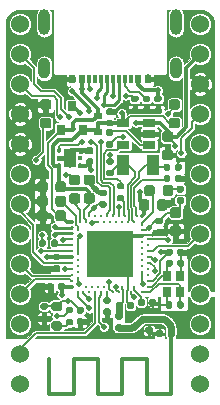
<source format=gbr>
%TF.GenerationSoftware,KiCad,Pcbnew,(5.1.9)-1*%
%TF.CreationDate,2021-05-18T20:38:47+08:00*%
%TF.ProjectId,mikoto,6d696b6f-746f-42e6-9b69-6361645f7063,rev?*%
%TF.SameCoordinates,Original*%
%TF.FileFunction,Copper,L1,Top*%
%TF.FilePolarity,Positive*%
%FSLAX46Y46*%
G04 Gerber Fmt 4.6, Leading zero omitted, Abs format (unit mm)*
G04 Created by KiCad (PCBNEW (5.1.9)-1) date 2021-05-18 20:38:47*
%MOMM*%
%LPD*%
G01*
G04 APERTURE LIST*
%TA.AperFunction,EtchedComponent*%
%ADD10C,0.100000*%
%TD*%
%TA.AperFunction,SMDPad,CuDef*%
%ADD11C,0.300000*%
%TD*%
%TA.AperFunction,SMDPad,CuDef*%
%ADD12R,0.800000X0.900000*%
%TD*%
%TA.AperFunction,SMDPad,CuDef*%
%ADD13R,0.700000X0.600000*%
%TD*%
%TA.AperFunction,SMDPad,CuDef*%
%ADD14R,1.000000X1.600000*%
%TD*%
%TA.AperFunction,ComponentPad*%
%ADD15C,0.500000*%
%TD*%
%TA.AperFunction,ComponentPad*%
%ADD16C,1.524000*%
%TD*%
%TA.AperFunction,SMDPad,CuDef*%
%ADD17C,0.150000*%
%TD*%
%TA.AperFunction,SMDPad,CuDef*%
%ADD18R,1.060000X0.650000*%
%TD*%
%TA.AperFunction,SMDPad,CuDef*%
%ADD19R,1.000000X1.800000*%
%TD*%
%TA.AperFunction,ConnectorPad*%
%ADD20C,0.300000*%
%TD*%
%TA.AperFunction,SMDPad,CuDef*%
%ADD21R,0.300000X0.800000*%
%TD*%
%TA.AperFunction,ComponentPad*%
%ADD22O,1.000000X2.200000*%
%TD*%
%TA.AperFunction,ComponentPad*%
%ADD23O,1.000000X1.800000*%
%TD*%
%TA.AperFunction,SMDPad,CuDef*%
%ADD24R,0.540000X0.800000*%
%TD*%
%TA.AperFunction,SMDPad,CuDef*%
%ADD25R,4.000000X4.000000*%
%TD*%
%TA.AperFunction,SMDPad,CuDef*%
%ADD26C,0.250000*%
%TD*%
%TA.AperFunction,ViaPad*%
%ADD27C,0.500000*%
%TD*%
%TA.AperFunction,ViaPad*%
%ADD28C,0.600000*%
%TD*%
%TA.AperFunction,Conductor*%
%ADD29C,0.300000*%
%TD*%
%TA.AperFunction,Conductor*%
%ADD30C,0.150000*%
%TD*%
%TA.AperFunction,Conductor*%
%ADD31C,0.200000*%
%TD*%
%TA.AperFunction,Conductor*%
%ADD32C,0.600000*%
%TD*%
%TA.AperFunction,Conductor*%
%ADD33C,0.261112*%
%TD*%
%TA.AperFunction,Conductor*%
%ADD34C,0.261100*%
%TD*%
%TA.AperFunction,Conductor*%
%ADD35C,0.500000*%
%TD*%
%TA.AperFunction,Conductor*%
%ADD36C,0.125000*%
%TD*%
%TA.AperFunction,Conductor*%
%ADD37C,0.100000*%
%TD*%
G04 APERTURE END LIST*
D10*
%TO.C,NT2*%
G36*
X-1000000Y6975000D02*
G01*
X-200000Y6975000D01*
X-200000Y6675000D01*
X-1000000Y6675000D01*
X-1000000Y6975000D01*
G37*
%TO.C,NT3*%
G36*
X-2800000Y1400000D02*
G01*
X-2000000Y1400000D01*
X-2000000Y1100000D01*
X-2800000Y1100000D01*
X-2800000Y1400000D01*
G37*
%TO.C,NT1*%
G36*
X1575000Y-6425000D02*
G01*
X1575000Y-6725000D01*
X1425000Y-6725000D01*
X1425000Y-6425000D01*
X1575000Y-6425000D01*
G37*
%TD*%
%TO.P,C16,2*%
%TO.N,Net-(C15-Pad2)*%
%TA.AperFunction,SMDPad,CuDef*%
G36*
G01*
X5800000Y-1200000D02*
X5300000Y-1200000D01*
G75*
G02*
X5075000Y-975000I0J225000D01*
G01*
X5075000Y-525000D01*
G75*
G02*
X5300000Y-300000I225000J0D01*
G01*
X5800000Y-300000D01*
G75*
G02*
X6025000Y-525000I0J-225000D01*
G01*
X6025000Y-975000D01*
G75*
G02*
X5800000Y-1200000I-225000J0D01*
G01*
G37*
%TD.AperFunction*%
%TO.P,C16,1*%
%TO.N,GND*%
%TA.AperFunction,SMDPad,CuDef*%
G36*
G01*
X5800000Y-2750000D02*
X5300000Y-2750000D01*
G75*
G02*
X5075000Y-2525000I0J225000D01*
G01*
X5075000Y-2075000D01*
G75*
G02*
X5300000Y-1850000I225000J0D01*
G01*
X5800000Y-1850000D01*
G75*
G02*
X6025000Y-2075000I0J-225000D01*
G01*
X6025000Y-2525000D01*
G75*
G02*
X5800000Y-2750000I-225000J0D01*
G01*
G37*
%TD.AperFunction*%
%TD*%
D11*
%TO.P,NT2,2*%
%TO.N,Net-(C20-Pad2)*%
X-1000000Y6825000D03*
%TO.P,NT2,1*%
%TO.N,EXT_5V*%
X-200000Y6825000D03*
%TD*%
%TO.P,NT3,2*%
%TO.N,Net-(C20-Pad2)*%
X-2800000Y1250000D03*
%TO.P,NT3,1*%
%TO.N,VDD_HV*%
X-2000000Y1250000D03*
%TD*%
D12*
%TO.P,Q2,3*%
%TO.N,VBAT*%
X-3200000Y8275000D03*
%TO.P,Q2,2*%
%TO.N,Net-(C20-Pad2)*%
X-2250000Y6275000D03*
%TO.P,Q2,1*%
%TO.N,VBUS*%
X-4150000Y6275000D03*
%TD*%
%TO.P,L4,2*%
%TO.N,Net-(L4-Pad2)*%
%TA.AperFunction,SMDPad,CuDef*%
G36*
G01*
X-3256250Y900000D02*
X-2743750Y900000D01*
G75*
G02*
X-2525000Y681250I0J-218750D01*
G01*
X-2525000Y243750D01*
G75*
G02*
X-2743750Y25000I-218750J0D01*
G01*
X-3256250Y25000D01*
G75*
G02*
X-3475000Y243750I0J218750D01*
G01*
X-3475000Y681250D01*
G75*
G02*
X-3256250Y900000I218750J0D01*
G01*
G37*
%TD.AperFunction*%
%TO.P,L4,1*%
%TO.N,VDD_NRF*%
%TA.AperFunction,SMDPad,CuDef*%
G36*
G01*
X-3256250Y2475000D02*
X-2743750Y2475000D01*
G75*
G02*
X-2525000Y2256250I0J-218750D01*
G01*
X-2525000Y1818750D01*
G75*
G02*
X-2743750Y1600000I-218750J0D01*
G01*
X-3256250Y1600000D01*
G75*
G02*
X-3475000Y1818750I0J218750D01*
G01*
X-3475000Y2256250D01*
G75*
G02*
X-3256250Y2475000I218750J0D01*
G01*
G37*
%TD.AperFunction*%
%TD*%
%TO.P,C25,2*%
%TO.N,VDD_HV*%
%TA.AperFunction,SMDPad,CuDef*%
G36*
G01*
X-2000000Y925000D02*
X-1500000Y925000D01*
G75*
G02*
X-1275000Y700000I0J-225000D01*
G01*
X-1275000Y250000D01*
G75*
G02*
X-1500000Y25000I-225000J0D01*
G01*
X-2000000Y25000D01*
G75*
G02*
X-2225000Y250000I0J225000D01*
G01*
X-2225000Y700000D01*
G75*
G02*
X-2000000Y925000I225000J0D01*
G01*
G37*
%TD.AperFunction*%
%TO.P,C25,1*%
%TO.N,GND*%
%TA.AperFunction,SMDPad,CuDef*%
G36*
G01*
X-2000000Y2475000D02*
X-1500000Y2475000D01*
G75*
G02*
X-1275000Y2250000I0J-225000D01*
G01*
X-1275000Y1800000D01*
G75*
G02*
X-1500000Y1575000I-225000J0D01*
G01*
X-2000000Y1575000D01*
G75*
G02*
X-2225000Y1800000I0J225000D01*
G01*
X-2225000Y2250000D01*
G75*
G02*
X-2000000Y2475000I225000J0D01*
G01*
G37*
%TD.AperFunction*%
%TD*%
%TO.P,C23,2*%
%TO.N,EXT_5V*%
%TA.AperFunction,SMDPad,CuDef*%
G36*
G01*
X-195000Y7120000D02*
X145000Y7120000D01*
G75*
G02*
X285000Y6980000I0J-140000D01*
G01*
X285000Y6700000D01*
G75*
G02*
X145000Y6560000I-140000J0D01*
G01*
X-195000Y6560000D01*
G75*
G02*
X-335000Y6700000I0J140000D01*
G01*
X-335000Y6980000D01*
G75*
G02*
X-195000Y7120000I140000J0D01*
G01*
G37*
%TD.AperFunction*%
%TO.P,C23,1*%
%TO.N,GND*%
%TA.AperFunction,SMDPad,CuDef*%
G36*
G01*
X-195000Y8080000D02*
X145000Y8080000D01*
G75*
G02*
X285000Y7940000I0J-140000D01*
G01*
X285000Y7660000D01*
G75*
G02*
X145000Y7520000I-140000J0D01*
G01*
X-195000Y7520000D01*
G75*
G02*
X-335000Y7660000I0J140000D01*
G01*
X-335000Y7940000D01*
G75*
G02*
X-195000Y8080000I140000J0D01*
G01*
G37*
%TD.AperFunction*%
%TD*%
%TO.P,D1,2*%
%TO.N,Net-(D1-Pad2)*%
%TA.AperFunction,SMDPad,CuDef*%
G36*
G01*
X-5706250Y7270000D02*
X-5193750Y7270000D01*
G75*
G02*
X-4975000Y7051250I0J-218750D01*
G01*
X-4975000Y6613750D01*
G75*
G02*
X-5193750Y6395000I-218750J0D01*
G01*
X-5706250Y6395000D01*
G75*
G02*
X-5925000Y6613750I0J218750D01*
G01*
X-5925000Y7051250D01*
G75*
G02*
X-5706250Y7270000I218750J0D01*
G01*
G37*
%TD.AperFunction*%
%TO.P,D1,1*%
%TO.N,GND*%
%TA.AperFunction,SMDPad,CuDef*%
G36*
G01*
X-5706250Y8845000D02*
X-5193750Y8845000D01*
G75*
G02*
X-4975000Y8626250I0J-218750D01*
G01*
X-4975000Y8188750D01*
G75*
G02*
X-5193750Y7970000I-218750J0D01*
G01*
X-5706250Y7970000D01*
G75*
G02*
X-5925000Y8188750I0J218750D01*
G01*
X-5925000Y8626250D01*
G75*
G02*
X-5706250Y8845000I218750J0D01*
G01*
G37*
%TD.AperFunction*%
%TD*%
%TO.P,D3,2*%
%TO.N,EXT_5V*%
%TA.AperFunction,SMDPad,CuDef*%
G36*
G01*
X5193750Y7270000D02*
X5706250Y7270000D01*
G75*
G02*
X5925000Y7051250I0J-218750D01*
G01*
X5925000Y6613750D01*
G75*
G02*
X5706250Y6395000I-218750J0D01*
G01*
X5193750Y6395000D01*
G75*
G02*
X4975000Y6613750I0J218750D01*
G01*
X4975000Y7051250D01*
G75*
G02*
X5193750Y7270000I218750J0D01*
G01*
G37*
%TD.AperFunction*%
%TO.P,D3,1*%
%TO.N,Net-(D3-Pad1)*%
%TA.AperFunction,SMDPad,CuDef*%
G36*
G01*
X5193750Y8845000D02*
X5706250Y8845000D01*
G75*
G02*
X5925000Y8626250I0J-218750D01*
G01*
X5925000Y8188750D01*
G75*
G02*
X5706250Y7970000I-218750J0D01*
G01*
X5193750Y7970000D01*
G75*
G02*
X4975000Y8188750I0J218750D01*
G01*
X4975000Y8626250D01*
G75*
G02*
X5193750Y8845000I218750J0D01*
G01*
G37*
%TD.AperFunction*%
%TD*%
D13*
%TO.P,D2,1*%
%TO.N,Net-(C20-Pad2)*%
X-1000000Y6075000D03*
%TO.P,D2,2*%
%TO.N,VBUS*%
X-1000000Y7475000D03*
%TD*%
%TO.P,U3,1*%
%TO.N,PPH_VCC*%
%TA.AperFunction,SMDPad,CuDef*%
G36*
G01*
X-2350000Y3331250D02*
X-2350000Y3118750D01*
G75*
G02*
X-2443750Y3025000I-93750J0D01*
G01*
X-2631250Y3025000D01*
G75*
G02*
X-2725000Y3118750I0J93750D01*
G01*
X-2725000Y3331250D01*
G75*
G02*
X-2631250Y3425000I93750J0D01*
G01*
X-2443750Y3425000D01*
G75*
G02*
X-2350000Y3331250I0J-93750D01*
G01*
G37*
%TD.AperFunction*%
%TO.P,U3,2*%
%TO.N,Net-(U3-Pad2)*%
%TA.AperFunction,SMDPad,CuDef*%
G36*
G01*
X-2350000Y3981250D02*
X-2350000Y3768750D01*
G75*
G02*
X-2443750Y3675000I-93750J0D01*
G01*
X-2631250Y3675000D01*
G75*
G02*
X-2725000Y3768750I0J93750D01*
G01*
X-2725000Y3981250D01*
G75*
G02*
X-2631250Y4075000I93750J0D01*
G01*
X-2443750Y4075000D01*
G75*
G02*
X-2350000Y3981250I0J-93750D01*
G01*
G37*
%TD.AperFunction*%
%TO.P,U3,3*%
%TO.N,GND*%
%TA.AperFunction,SMDPad,CuDef*%
G36*
G01*
X-2350000Y4631250D02*
X-2350000Y4418750D01*
G75*
G02*
X-2443750Y4325000I-93750J0D01*
G01*
X-2631250Y4325000D01*
G75*
G02*
X-2725000Y4418750I0J93750D01*
G01*
X-2725000Y4631250D01*
G75*
G02*
X-2631250Y4725000I93750J0D01*
G01*
X-2443750Y4725000D01*
G75*
G02*
X-2350000Y4631250I0J-93750D01*
G01*
G37*
%TD.AperFunction*%
%TO.P,U3,4*%
%TO.N,PPH_VCC_CTRL*%
%TA.AperFunction,SMDPad,CuDef*%
G36*
G01*
X-4125000Y4631250D02*
X-4125000Y4418750D01*
G75*
G02*
X-4218750Y4325000I-93750J0D01*
G01*
X-4406250Y4325000D01*
G75*
G02*
X-4500000Y4418750I0J93750D01*
G01*
X-4500000Y4631250D01*
G75*
G02*
X-4406250Y4725000I93750J0D01*
G01*
X-4218750Y4725000D01*
G75*
G02*
X-4125000Y4631250I0J-93750D01*
G01*
G37*
%TD.AperFunction*%
%TO.P,U3,5*%
%TO.N,GND*%
%TA.AperFunction,SMDPad,CuDef*%
G36*
G01*
X-4125000Y3981250D02*
X-4125000Y3768750D01*
G75*
G02*
X-4218750Y3675000I-93750J0D01*
G01*
X-4406250Y3675000D01*
G75*
G02*
X-4500000Y3768750I0J93750D01*
G01*
X-4500000Y3981250D01*
G75*
G02*
X-4406250Y4075000I93750J0D01*
G01*
X-4218750Y4075000D01*
G75*
G02*
X-4125000Y3981250I0J-93750D01*
G01*
G37*
%TD.AperFunction*%
%TO.P,U3,6*%
%TO.N,Net-(C20-Pad2)*%
%TA.AperFunction,SMDPad,CuDef*%
G36*
G01*
X-4125000Y3331250D02*
X-4125000Y3118750D01*
G75*
G02*
X-4218750Y3025000I-93750J0D01*
G01*
X-4406250Y3025000D01*
G75*
G02*
X-4500000Y3118750I0J93750D01*
G01*
X-4500000Y3331250D01*
G75*
G02*
X-4406250Y3425000I93750J0D01*
G01*
X-4218750Y3425000D01*
G75*
G02*
X-4125000Y3331250I0J-93750D01*
G01*
G37*
%TD.AperFunction*%
D14*
%TO.P,U3,7*%
%TO.N,GND*%
X-3425000Y3875000D03*
D15*
X-3425000Y3325000D03*
X-3425000Y4425000D03*
%TD*%
D16*
%TO.P,U4,1*%
%TO.N,P0.06*%
X-7620000Y12690000D03*
%TO.P,U4,2*%
%TO.N,P0.08*%
X-7620000Y10150000D03*
%TO.P,U4,3*%
%TO.N,GND*%
X-7620000Y7610000D03*
%TO.P,U4,4*%
X-7620000Y5070000D03*
%TO.P,U4,5*%
%TO.N,P0.17*%
X-7620000Y2530000D03*
%TO.P,U4,6*%
%TO.N,P0.20*%
X-7620000Y-10000D03*
%TO.P,U4,7*%
%TO.N,P0.22*%
X-7620000Y-2550000D03*
%TO.P,U4,8*%
%TO.N,P0.24*%
X-7620000Y-5090000D03*
%TO.P,U4,9*%
%TO.N,P1.00*%
X-7620000Y-7630000D03*
%TO.P,U4,10*%
%TO.N,P0.31*%
X-7620000Y-10170000D03*
%TO.P,U4,11*%
%TO.N,P1.04*%
X-7620000Y-12710000D03*
%TO.P,U4,12*%
%TO.N,P1.06*%
X-7620000Y-15250000D03*
%TO.P,U4,13*%
%TO.N,P0.09*%
X7620000Y-15250000D03*
%TO.P,U4,14*%
%TO.N,P0.10*%
X7620000Y-12710000D03*
%TO.P,U4,15*%
%TO.N,P1.11*%
X7620000Y-10170000D03*
%TO.P,U4,16*%
%TO.N,P1.13*%
X7620000Y-7630000D03*
%TO.P,U4,17*%
%TO.N,P1.15*%
X7620000Y-5090000D03*
%TO.P,U4,18*%
%TO.N,P0.02*%
X7620000Y-2550000D03*
%TO.P,U4,19*%
%TO.N,P0.25*%
X7620000Y-10000D03*
%TO.P,U4,20*%
%TO.N,P0.11*%
X7620000Y2530000D03*
%TO.P,U4,21*%
%TO.N,PPH_VCC*%
X7620000Y5070000D03*
%TO.P,U4,22*%
%TO.N,RESET*%
X7620000Y7610000D03*
%TO.P,U4,23*%
%TO.N,GND*%
X7620000Y10150000D03*
%TO.P,U4,24*%
%TO.N,VBAT*%
X7620000Y12690000D03*
%TD*%
%TO.P,C24,1*%
%TO.N,PPH_VCC*%
%TA.AperFunction,SMDPad,CuDef*%
G36*
G01*
X-1555000Y3285000D02*
X-1895000Y3285000D01*
G75*
G02*
X-2035000Y3425000I0J140000D01*
G01*
X-2035000Y3705000D01*
G75*
G02*
X-1895000Y3845000I140000J0D01*
G01*
X-1555000Y3845000D01*
G75*
G02*
X-1415000Y3705000I0J-140000D01*
G01*
X-1415000Y3425000D01*
G75*
G02*
X-1555000Y3285000I-140000J0D01*
G01*
G37*
%TD.AperFunction*%
%TO.P,C24,2*%
%TO.N,GND*%
%TA.AperFunction,SMDPad,CuDef*%
G36*
G01*
X-1555000Y4245000D02*
X-1895000Y4245000D01*
G75*
G02*
X-2035000Y4385000I0J140000D01*
G01*
X-2035000Y4665000D01*
G75*
G02*
X-1895000Y4805000I140000J0D01*
G01*
X-1555000Y4805000D01*
G75*
G02*
X-1415000Y4665000I0J-140000D01*
G01*
X-1415000Y4385000D01*
G75*
G02*
X-1555000Y4245000I-140000J0D01*
G01*
G37*
%TD.AperFunction*%
%TD*%
D17*
%TO.P,NT1,2*%
%TO.N,GND*%
X1500000Y-6425000D03*
%TO.P,NT1,1*%
%TO.N,VSS_PA*%
X1500000Y-6725000D03*
%TD*%
D18*
%TO.P,U2,5*%
%TO.N,Net-(R7-Pad2)*%
X1125000Y4950000D03*
%TO.P,U2,4*%
%TO.N,EXT_5V*%
X1125000Y6850000D03*
%TO.P,U2,3*%
%TO.N,VBAT*%
X3325000Y6850000D03*
%TO.P,U2,2*%
%TO.N,GND*%
X3325000Y5900000D03*
%TO.P,U2,1*%
%TO.N,Net-(R8-Pad1)*%
X3325000Y4950000D03*
%TD*%
D19*
%TO.P,Y2,1*%
%TO.N,Net-(C17-Pad2)*%
X3600000Y3300000D03*
%TO.P,Y2,2*%
%TO.N,Net-(C18-Pad2)*%
X1100000Y3300000D03*
%TD*%
D16*
%TO.P,J2,1*%
%TO.N,VBUS*%
X7620000Y15230000D03*
%TD*%
%TO.P,J3,1*%
%TO.N,EXT_5V*%
X-7620000Y15230000D03*
%TD*%
D20*
%TO.P,TP4,1*%
%TO.N,ANTENNA*%
X-5150000Y-13100000D03*
%TD*%
%TO.P,R11,2*%
%TO.N,BAT_VOLT*%
%TA.AperFunction,SMDPad,CuDef*%
G36*
G01*
X-4225000Y-9075000D02*
X-4775000Y-9075000D01*
G75*
G02*
X-4975000Y-8875000I0J200000D01*
G01*
X-4975000Y-8475000D01*
G75*
G02*
X-4775000Y-8275000I200000J0D01*
G01*
X-4225000Y-8275000D01*
G75*
G02*
X-4025000Y-8475000I0J-200000D01*
G01*
X-4025000Y-8875000D01*
G75*
G02*
X-4225000Y-9075000I-200000J0D01*
G01*
G37*
%TD.AperFunction*%
%TO.P,R11,1*%
%TO.N,Net-(R11-Pad1)*%
%TA.AperFunction,SMDPad,CuDef*%
G36*
G01*
X-4225000Y-10725000D02*
X-4775000Y-10725000D01*
G75*
G02*
X-4975000Y-10525000I0J200000D01*
G01*
X-4975000Y-10125000D01*
G75*
G02*
X-4775000Y-9925000I200000J0D01*
G01*
X-4225000Y-9925000D01*
G75*
G02*
X-4025000Y-10125000I0J-200000D01*
G01*
X-4025000Y-10525000D01*
G75*
G02*
X-4225000Y-10725000I-200000J0D01*
G01*
G37*
%TD.AperFunction*%
%TD*%
%TO.P,C22,2*%
%TO.N,ANTENNA*%
%TA.AperFunction,SMDPad,CuDef*%
G36*
G01*
X3470000Y-10020000D02*
X3130000Y-10020000D01*
G75*
G02*
X2990000Y-9880000I0J140000D01*
G01*
X2990000Y-9600000D01*
G75*
G02*
X3130000Y-9460000I140000J0D01*
G01*
X3470000Y-9460000D01*
G75*
G02*
X3610000Y-9600000I0J-140000D01*
G01*
X3610000Y-9880000D01*
G75*
G02*
X3470000Y-10020000I-140000J0D01*
G01*
G37*
%TD.AperFunction*%
%TO.P,C22,1*%
%TO.N,GND*%
%TA.AperFunction,SMDPad,CuDef*%
G36*
G01*
X3470000Y-10980000D02*
X3130000Y-10980000D01*
G75*
G02*
X2990000Y-10840000I0J140000D01*
G01*
X2990000Y-10560000D01*
G75*
G02*
X3130000Y-10420000I140000J0D01*
G01*
X3470000Y-10420000D01*
G75*
G02*
X3610000Y-10560000I0J-140000D01*
G01*
X3610000Y-10840000D01*
G75*
G02*
X3470000Y-10980000I-140000J0D01*
G01*
G37*
%TD.AperFunction*%
%TD*%
%TO.P,R4,1*%
%TO.N,BAT_VOLT*%
%TA.AperFunction,SMDPad,CuDef*%
G36*
G01*
X-5760000Y-8405000D02*
X-5390000Y-8405000D01*
G75*
G02*
X-5255000Y-8540000I0J-135000D01*
G01*
X-5255000Y-8810000D01*
G75*
G02*
X-5390000Y-8945000I-135000J0D01*
G01*
X-5760000Y-8945000D01*
G75*
G02*
X-5895000Y-8810000I0J135000D01*
G01*
X-5895000Y-8540000D01*
G75*
G02*
X-5760000Y-8405000I135000J0D01*
G01*
G37*
%TD.AperFunction*%
%TO.P,R4,2*%
%TO.N,GND*%
%TA.AperFunction,SMDPad,CuDef*%
G36*
G01*
X-5760000Y-9425000D02*
X-5390000Y-9425000D01*
G75*
G02*
X-5255000Y-9560000I0J-135000D01*
G01*
X-5255000Y-9830000D01*
G75*
G02*
X-5390000Y-9965000I-135000J0D01*
G01*
X-5760000Y-9965000D01*
G75*
G02*
X-5895000Y-9830000I0J135000D01*
G01*
X-5895000Y-9560000D01*
G75*
G02*
X-5760000Y-9425000I135000J0D01*
G01*
G37*
%TD.AperFunction*%
%TD*%
%TO.P,R3,2*%
%TO.N,Net-(R11-Pad1)*%
%TA.AperFunction,SMDPad,CuDef*%
G36*
G01*
X-3610000Y-9740000D02*
X-3240000Y-9740000D01*
G75*
G02*
X-3105000Y-9875000I0J-135000D01*
G01*
X-3105000Y-10145000D01*
G75*
G02*
X-3240000Y-10280000I-135000J0D01*
G01*
X-3610000Y-10280000D01*
G75*
G02*
X-3745000Y-10145000I0J135000D01*
G01*
X-3745000Y-9875000D01*
G75*
G02*
X-3610000Y-9740000I135000J0D01*
G01*
G37*
%TD.AperFunction*%
%TO.P,R3,1*%
%TO.N,VBAT*%
%TA.AperFunction,SMDPad,CuDef*%
G36*
G01*
X-3610000Y-8720000D02*
X-3240000Y-8720000D01*
G75*
G02*
X-3105000Y-8855000I0J-135000D01*
G01*
X-3105000Y-9125000D01*
G75*
G02*
X-3240000Y-9260000I-135000J0D01*
G01*
X-3610000Y-9260000D01*
G75*
G02*
X-3745000Y-9125000I0J135000D01*
G01*
X-3745000Y-8855000D01*
G75*
G02*
X-3610000Y-8720000I135000J0D01*
G01*
G37*
%TD.AperFunction*%
%TD*%
%TO.P,R10,2*%
%TO.N,GND*%
%TA.AperFunction,SMDPad,CuDef*%
G36*
G01*
X1915000Y8150000D02*
X2285000Y8150000D01*
G75*
G02*
X2420000Y8015000I0J-135000D01*
G01*
X2420000Y7745000D01*
G75*
G02*
X2285000Y7610000I-135000J0D01*
G01*
X1915000Y7610000D01*
G75*
G02*
X1780000Y7745000I0J135000D01*
G01*
X1780000Y8015000D01*
G75*
G02*
X1915000Y8150000I135000J0D01*
G01*
G37*
%TD.AperFunction*%
%TO.P,R10,1*%
%TO.N,Net-(J1-PadB5)*%
%TA.AperFunction,SMDPad,CuDef*%
G36*
G01*
X1915000Y9170000D02*
X2285000Y9170000D01*
G75*
G02*
X2420000Y9035000I0J-135000D01*
G01*
X2420000Y8765000D01*
G75*
G02*
X2285000Y8630000I-135000J0D01*
G01*
X1915000Y8630000D01*
G75*
G02*
X1780000Y8765000I0J135000D01*
G01*
X1780000Y9035000D01*
G75*
G02*
X1915000Y9170000I135000J0D01*
G01*
G37*
%TD.AperFunction*%
%TD*%
D12*
%TO.P,Y1,1*%
%TO.N,Net-(C6-Pad1)*%
X5950000Y-7500000D03*
%TO.P,Y1,2*%
%TO.N,GND*%
X5950000Y-6100000D03*
%TO.P,Y1,3*%
%TO.N,Net-(C7-Pad1)*%
X4850000Y-6100000D03*
%TO.P,Y1,4*%
%TO.N,GND*%
X4850000Y-7500000D03*
%TD*%
D21*
%TO.P,J1,B8*%
%TO.N,N/C*%
X1758300Y10573200D03*
%TO.P,J1,A8*%
X-1249700Y10573200D03*
D22*
%TO.P,J1,S1*%
%TO.N,Net-(J1-PadS1)*%
X-5575000Y15373200D03*
X5575600Y15373200D03*
D23*
X5575600Y11473200D03*
X-5575000Y11473200D03*
D24*
%TO.P,J1,A1*%
%TO.N,GND*%
X-3199700Y10573200D03*
X3200300Y10573200D03*
%TO.P,J1,A4*%
%TO.N,VBUS*%
X2400300Y10573200D03*
X-2399700Y10573200D03*
D21*
%TO.P,J1,B6*%
%TO.N,USB_D+*%
X-749700Y10573200D03*
%TO.P,J1,B7*%
%TO.N,USB_D-*%
X750300Y10573200D03*
%TO.P,J1,A7*%
X-249700Y10573200D03*
%TO.P,J1,A6*%
%TO.N,USB_D+*%
X250300Y10573200D03*
%TO.P,J1,A5*%
%TO.N,Net-(J1-PadA5)*%
X1250300Y10573200D03*
%TO.P,J1,B5*%
%TO.N,Net-(J1-PadB5)*%
X-1749700Y10573200D03*
%TD*%
D25*
%TO.P,U1,EP*%
%TO.N,GND*%
X0Y-4250000D03*
D26*
%TO.P,U1,B24*%
%TO.N,Net-(C6-Pad1)*%
X2750000Y-7500000D03*
%TO.P,U1,D23*%
%TO.N,Net-(C11-Pad1)*%
X2000000Y-7000000D03*
%TO.P,U1,A8*%
%TO.N,P0.31*%
X3250000Y-3000000D03*
%TO.P,U1,B3*%
%TO.N,Net-(L3-Pad2)*%
X2750000Y-1750000D03*
%TO.P,U1,AC21*%
%TO.N,P0.25*%
X-2750000Y-6250000D03*
%TO.P,U1,AD23*%
%TO.N,VDD_NRF*%
X-3250000Y-7000000D03*
%TO.P,U1,AD2*%
%TO.N,VBUS*%
X-3250000Y-1500000D03*
%TO.P,U1,AB2*%
%TO.N,Net-(L4-Pad2)*%
X-2500000Y-1500000D03*
%TO.P,U1,Y2*%
%TO.N,VDD_HV*%
X-2000000Y-1500000D03*
%TO.P,U1,W1*%
%TO.N,VDD_NRF*%
X-1750000Y-1000000D03*
%TO.P,U1,U1*%
%TO.N,Net-(U1-PadU1)*%
X-1250000Y-1000000D03*
%TO.P,U1,R1*%
%TO.N,Net-(U1-PadR1)*%
X-750000Y-1000000D03*
%TO.P,U1,N1*%
%TO.N,P0.08*%
X-250000Y-1000000D03*
%TO.P,U1,L1*%
%TO.N,P0.06*%
X250000Y-1000000D03*
%TO.P,U1,J1*%
%TO.N,BAT_VOLT*%
X750000Y-1000000D03*
%TO.P,U1,G1*%
%TO.N,CHARGE_CTRL*%
X1250000Y-1000000D03*
%TO.P,U1,T2*%
%TO.N,P0.11*%
X-1000000Y-1500000D03*
%TO.P,U1,P2*%
%TO.N,Net-(U1-PadP2)*%
X-500000Y-1500000D03*
%TO.P,U1,M2*%
%TO.N,Net-(U1-PadM2)*%
X0Y-1500000D03*
%TO.P,U1,K2*%
%TO.N,Net-(U1-PadK2)*%
X500000Y-1500000D03*
%TO.P,U1,H2*%
%TO.N,Net-(U1-PadH2)*%
X1000000Y-1500000D03*
%TO.P,U1,F2*%
%TO.N,Net-(C18-Pad2)*%
X1500000Y-1500000D03*
%TO.P,U1,C1*%
%TO.N,Net-(C10-Pad1)*%
X2250000Y-1000000D03*
%TO.P,U1,D2*%
%TO.N,Net-(C17-Pad2)*%
X2000000Y-1500000D03*
%TO.P,U1,B1*%
%TO.N,VDD_NRF*%
X2750000Y-1000000D03*
%TO.P,U1,AD4*%
%TO.N,USB_D-*%
X-3250000Y-2000000D03*
%TO.P,U1,AD6*%
%TO.N,USB_D+*%
X-3250000Y-2500000D03*
%TO.P,U1,AD8*%
%TO.N,PPH_VCC_CTRL*%
X-3250000Y-3000000D03*
%TO.P,U1,AD10*%
%TO.N,BLUE_LED*%
X-3250000Y-3500000D03*
%TO.P,U1,AD12*%
%TO.N,P0.17*%
X-3250000Y-4000000D03*
%TO.P,U1,AD14*%
%TO.N,VDD_NRF*%
X-3250000Y-4500000D03*
%TO.P,U1,AD16*%
%TO.N,P0.20*%
X-3250000Y-5000000D03*
%TO.P,U1,AD18*%
%TO.N,P0.22*%
X-3250000Y-5500000D03*
%TO.P,U1,AD20*%
%TO.N,P0.24*%
X-3250000Y-6000000D03*
%TO.P,U1,AD22*%
%TO.N,P1.00*%
X-3250000Y-6500000D03*
%TO.P,U1,AC19*%
%TO.N,Net-(U1-PadAC19)*%
X-2750000Y-5750000D03*
%TO.P,U1,AC17*%
%TO.N,Net-(U1-PadAC17)*%
X-2750000Y-5250000D03*
%TO.P,U1,AC15*%
%TO.N,Net-(U1-PadAC15)*%
X-2750000Y-4750000D03*
%TO.P,U1,AC13*%
%TO.N,RESET*%
X-2750000Y-4250000D03*
%TO.P,U1,AC11*%
X-2750000Y-3750000D03*
%TO.P,U1,AC9*%
X-2750000Y-3250000D03*
%TO.P,U1,AC5*%
%TO.N,Net-(C13-Pad1)*%
X-2750000Y-2250000D03*
%TO.P,U1,B5*%
%TO.N,Net-(C15-Pad2)*%
X2750000Y-2250000D03*
%TO.P,U1,B7*%
%TO.N,GND*%
X2750000Y-2750000D03*
%TO.P,U1,B9*%
%TO.N,Net-(U1-PadB9)*%
X2750000Y-3250000D03*
%TO.P,U1,B11*%
%TO.N,Net-(U1-PadB11)*%
X2750000Y-3750000D03*
%TO.P,U1,B13*%
%TO.N,Net-(U1-PadB13)*%
X2750000Y-4250000D03*
%TO.P,U1,B15*%
%TO.N,Net-(U1-PadB15)*%
X2750000Y-4750000D03*
%TO.P,U1,B17*%
%TO.N,Net-(U1-PadB17)*%
X2750000Y-5250000D03*
%TO.P,U1,B19*%
%TO.N,P1.11*%
X2750000Y-5750000D03*
%TO.P,U1,A10*%
%TO.N,Net-(U1-PadA10)*%
X3250000Y-3500000D03*
%TO.P,U1,A12*%
%TO.N,P0.02*%
X3250000Y-4000000D03*
%TO.P,U1,A14*%
%TO.N,P1.15*%
X3250000Y-4500000D03*
%TO.P,U1,A16*%
%TO.N,P1.13*%
X3250000Y-5000000D03*
%TO.P,U1,A18*%
%TO.N,Net-(U1-PadA18)*%
X3250000Y-5500000D03*
%TO.P,U1,A20*%
%TO.N,Net-(U1-PadA20)*%
X3250000Y-6000000D03*
%TO.P,U1,A22*%
%TO.N,VDD_NRF*%
X3250000Y-6500000D03*
%TO.P,U1,A23*%
%TO.N,Net-(C7-Pad1)*%
X3250000Y-7000000D03*
%TO.P,U1,F23*%
%TO.N,VSS_PA*%
X1500000Y-7000000D03*
%TO.P,U1,H23*%
%TO.N,Net-(C9-Pad2)*%
X1000000Y-7000000D03*
%TO.P,U1,P23*%
%TO.N,Net-(U1-PadP23)*%
X-500000Y-7000000D03*
%TO.P,U1,T23*%
%TO.N,Net-(U1-PadT23)*%
X-1000000Y-7000000D03*
%TO.P,U1,V23*%
%TO.N,Net-(U1-PadV23)*%
X-1500000Y-7000000D03*
%TO.P,U1,Y23*%
%TO.N,Net-(U1-PadY23)*%
X-2000000Y-7000000D03*
%TO.P,U1,E24*%
%TO.N,Net-(C15-Pad2)*%
X1750000Y-7500000D03*
%TO.P,U1,J24*%
%TO.N,P0.10*%
X750000Y-7500000D03*
%TO.P,U1,L24*%
%TO.N,P0.09*%
X250000Y-7500000D03*
%TO.P,U1,N24*%
%TO.N,Net-(C12-Pad1)*%
X-250000Y-7500000D03*
%TO.P,U1,R24*%
%TO.N,P1.06*%
X-750000Y-7500000D03*
%TO.P,U1,U24*%
%TO.N,P1.04*%
X-1250000Y-7500000D03*
%TO.P,U1,W24*%
%TO.N,Net-(U1-PadW24)*%
X-1750000Y-7500000D03*
%TO.P,U1,AA24*%
%TO.N,SWC*%
X-2250000Y-7500000D03*
%TO.P,U1,AC24*%
%TO.N,SWD*%
X-2750000Y-7500000D03*
%TD*%
%TO.P,R9,2*%
%TO.N,GND*%
%TA.AperFunction,SMDPad,CuDef*%
G36*
G01*
X2890000Y8150000D02*
X3260000Y8150000D01*
G75*
G02*
X3395000Y8015000I0J-135000D01*
G01*
X3395000Y7745000D01*
G75*
G02*
X3260000Y7610000I-135000J0D01*
G01*
X2890000Y7610000D01*
G75*
G02*
X2755000Y7745000I0J135000D01*
G01*
X2755000Y8015000D01*
G75*
G02*
X2890000Y8150000I135000J0D01*
G01*
G37*
%TD.AperFunction*%
%TO.P,R9,1*%
%TO.N,Net-(J1-PadA5)*%
%TA.AperFunction,SMDPad,CuDef*%
G36*
G01*
X2890000Y9170000D02*
X3260000Y9170000D01*
G75*
G02*
X3395000Y9035000I0J-135000D01*
G01*
X3395000Y8765000D01*
G75*
G02*
X3260000Y8630000I-135000J0D01*
G01*
X2890000Y8630000D01*
G75*
G02*
X2755000Y8765000I0J135000D01*
G01*
X2755000Y9035000D01*
G75*
G02*
X2890000Y9170000I135000J0D01*
G01*
G37*
%TD.AperFunction*%
%TD*%
%TO.P,R8,2*%
%TO.N,Net-(D3-Pad1)*%
%TA.AperFunction,SMDPad,CuDef*%
G36*
G01*
X-210000Y5300000D02*
X160000Y5300000D01*
G75*
G02*
X295000Y5165000I0J-135000D01*
G01*
X295000Y4895000D01*
G75*
G02*
X160000Y4760000I-135000J0D01*
G01*
X-210000Y4760000D01*
G75*
G02*
X-345000Y4895000I0J135000D01*
G01*
X-345000Y5165000D01*
G75*
G02*
X-210000Y5300000I135000J0D01*
G01*
G37*
%TD.AperFunction*%
%TO.P,R8,1*%
%TO.N,Net-(R8-Pad1)*%
%TA.AperFunction,SMDPad,CuDef*%
G36*
G01*
X-210000Y6320000D02*
X160000Y6320000D01*
G75*
G02*
X295000Y6185000I0J-135000D01*
G01*
X295000Y5915000D01*
G75*
G02*
X160000Y5780000I-135000J0D01*
G01*
X-210000Y5780000D01*
G75*
G02*
X-345000Y5915000I0J135000D01*
G01*
X-345000Y6185000D01*
G75*
G02*
X-210000Y6320000I135000J0D01*
G01*
G37*
%TD.AperFunction*%
%TD*%
%TO.P,R7,2*%
%TO.N,Net-(R7-Pad2)*%
%TA.AperFunction,SMDPad,CuDef*%
G36*
G01*
X1085000Y1225000D02*
X715000Y1225000D01*
G75*
G02*
X580000Y1360000I0J135000D01*
G01*
X580000Y1630000D01*
G75*
G02*
X715000Y1765000I135000J0D01*
G01*
X1085000Y1765000D01*
G75*
G02*
X1220000Y1630000I0J-135000D01*
G01*
X1220000Y1360000D01*
G75*
G02*
X1085000Y1225000I-135000J0D01*
G01*
G37*
%TD.AperFunction*%
%TO.P,R7,1*%
%TO.N,CHARGE_CTRL*%
%TA.AperFunction,SMDPad,CuDef*%
G36*
G01*
X1085000Y205000D02*
X715000Y205000D01*
G75*
G02*
X580000Y340000I0J135000D01*
G01*
X580000Y610000D01*
G75*
G02*
X715000Y745000I135000J0D01*
G01*
X1085000Y745000D01*
G75*
G02*
X1220000Y610000I0J-135000D01*
G01*
X1220000Y340000D01*
G75*
G02*
X1085000Y205000I-135000J0D01*
G01*
G37*
%TD.AperFunction*%
%TD*%
%TO.P,R6,2*%
%TO.N,GND*%
%TA.AperFunction,SMDPad,CuDef*%
G36*
G01*
X3865000Y8150000D02*
X4235000Y8150000D01*
G75*
G02*
X4370000Y8015000I0J-135000D01*
G01*
X4370000Y7745000D01*
G75*
G02*
X4235000Y7610000I-135000J0D01*
G01*
X3865000Y7610000D01*
G75*
G02*
X3730000Y7745000I0J135000D01*
G01*
X3730000Y8015000D01*
G75*
G02*
X3865000Y8150000I135000J0D01*
G01*
G37*
%TD.AperFunction*%
%TO.P,R6,1*%
%TO.N,VBUS*%
%TA.AperFunction,SMDPad,CuDef*%
G36*
G01*
X3865000Y9170000D02*
X4235000Y9170000D01*
G75*
G02*
X4370000Y9035000I0J-135000D01*
G01*
X4370000Y8765000D01*
G75*
G02*
X4235000Y8630000I-135000J0D01*
G01*
X3865000Y8630000D01*
G75*
G02*
X3730000Y8765000I0J135000D01*
G01*
X3730000Y9035000D01*
G75*
G02*
X3865000Y9170000I135000J0D01*
G01*
G37*
%TD.AperFunction*%
%TD*%
%TO.P,R5,1*%
%TO.N,Net-(D1-Pad2)*%
%TA.AperFunction,SMDPad,CuDef*%
G36*
G01*
X-5990000Y-3510000D02*
X-5990000Y-3140000D01*
G75*
G02*
X-5855000Y-3005000I135000J0D01*
G01*
X-5585000Y-3005000D01*
G75*
G02*
X-5450000Y-3140000I0J-135000D01*
G01*
X-5450000Y-3510000D01*
G75*
G02*
X-5585000Y-3645000I-135000J0D01*
G01*
X-5855000Y-3645000D01*
G75*
G02*
X-5990000Y-3510000I0J135000D01*
G01*
G37*
%TD.AperFunction*%
%TO.P,R5,2*%
%TO.N,BLUE_LED*%
%TA.AperFunction,SMDPad,CuDef*%
G36*
G01*
X-4970000Y-3510000D02*
X-4970000Y-3140000D01*
G75*
G02*
X-4835000Y-3005000I135000J0D01*
G01*
X-4565000Y-3005000D01*
G75*
G02*
X-4430000Y-3140000I0J-135000D01*
G01*
X-4430000Y-3510000D01*
G75*
G02*
X-4565000Y-3645000I-135000J0D01*
G01*
X-4835000Y-3645000D01*
G75*
G02*
X-4970000Y-3510000I0J135000D01*
G01*
G37*
%TD.AperFunction*%
%TD*%
%TO.P,L3,2*%
%TO.N,Net-(L3-Pad2)*%
%TA.AperFunction,SMDPad,CuDef*%
G36*
G01*
X3787500Y1381250D02*
X3787500Y868750D01*
G75*
G02*
X3568750Y650000I-218750J0D01*
G01*
X3131250Y650000D01*
G75*
G02*
X2912500Y868750I0J218750D01*
G01*
X2912500Y1381250D01*
G75*
G02*
X3131250Y1600000I218750J0D01*
G01*
X3568750Y1600000D01*
G75*
G02*
X3787500Y1381250I0J-218750D01*
G01*
G37*
%TD.AperFunction*%
%TO.P,L3,1*%
%TO.N,Net-(L2-Pad2)*%
%TA.AperFunction,SMDPad,CuDef*%
G36*
G01*
X5362500Y1381250D02*
X5362500Y868750D01*
G75*
G02*
X5143750Y650000I-218750J0D01*
G01*
X4706250Y650000D01*
G75*
G02*
X4487500Y868750I0J218750D01*
G01*
X4487500Y1381250D01*
G75*
G02*
X4706250Y1600000I218750J0D01*
G01*
X5143750Y1600000D01*
G75*
G02*
X5362500Y1381250I0J-218750D01*
G01*
G37*
%TD.AperFunction*%
%TD*%
%TO.P,L2,2*%
%TO.N,Net-(L2-Pad2)*%
%TA.AperFunction,SMDPad,CuDef*%
G36*
G01*
X6122500Y955000D02*
X5777500Y955000D01*
G75*
G02*
X5630000Y1102500I0J147500D01*
G01*
X5630000Y1397500D01*
G75*
G02*
X5777500Y1545000I147500J0D01*
G01*
X6122500Y1545000D01*
G75*
G02*
X6270000Y1397500I0J-147500D01*
G01*
X6270000Y1102500D01*
G75*
G02*
X6122500Y955000I-147500J0D01*
G01*
G37*
%TD.AperFunction*%
%TO.P,L2,1*%
%TO.N,Net-(C15-Pad2)*%
%TA.AperFunction,SMDPad,CuDef*%
G36*
G01*
X6122500Y-15000D02*
X5777500Y-15000D01*
G75*
G02*
X5630000Y132500I0J147500D01*
G01*
X5630000Y427500D01*
G75*
G02*
X5777500Y575000I147500J0D01*
G01*
X6122500Y575000D01*
G75*
G02*
X6270000Y427500I0J-147500D01*
G01*
X6270000Y132500D01*
G75*
G02*
X6122500Y-15000I-147500J0D01*
G01*
G37*
%TD.AperFunction*%
%TD*%
%TO.P,L1,2*%
%TO.N,Net-(C9-Pad2)*%
%TA.AperFunction,SMDPad,CuDef*%
G36*
G01*
X942500Y-9810000D02*
X597500Y-9810000D01*
G75*
G02*
X450000Y-9662500I0J147500D01*
G01*
X450000Y-9367500D01*
G75*
G02*
X597500Y-9220000I147500J0D01*
G01*
X942500Y-9220000D01*
G75*
G02*
X1090000Y-9367500I0J-147500D01*
G01*
X1090000Y-9662500D01*
G75*
G02*
X942500Y-9810000I-147500J0D01*
G01*
G37*
%TD.AperFunction*%
%TO.P,L1,1*%
%TO.N,ANTENNA*%
%TA.AperFunction,SMDPad,CuDef*%
G36*
G01*
X942500Y-10780000D02*
X597500Y-10780000D01*
G75*
G02*
X450000Y-10632500I0J147500D01*
G01*
X450000Y-10337500D01*
G75*
G02*
X597500Y-10190000I147500J0D01*
G01*
X942500Y-10190000D01*
G75*
G02*
X1090000Y-10337500I0J-147500D01*
G01*
X1090000Y-10632500D01*
G75*
G02*
X942500Y-10780000I-147500J0D01*
G01*
G37*
%TD.AperFunction*%
%TD*%
%TO.P,C21,2*%
%TO.N,VBAT*%
%TA.AperFunction,SMDPad,CuDef*%
G36*
G01*
X5125000Y5250000D02*
X4625000Y5250000D01*
G75*
G02*
X4400000Y5475000I0J225000D01*
G01*
X4400000Y5925000D01*
G75*
G02*
X4625000Y6150000I225000J0D01*
G01*
X5125000Y6150000D01*
G75*
G02*
X5350000Y5925000I0J-225000D01*
G01*
X5350000Y5475000D01*
G75*
G02*
X5125000Y5250000I-225000J0D01*
G01*
G37*
%TD.AperFunction*%
%TO.P,C21,1*%
%TO.N,GND*%
%TA.AperFunction,SMDPad,CuDef*%
G36*
G01*
X5125000Y3700000D02*
X4625000Y3700000D01*
G75*
G02*
X4400000Y3925000I0J225000D01*
G01*
X4400000Y4375000D01*
G75*
G02*
X4625000Y4600000I225000J0D01*
G01*
X5125000Y4600000D01*
G75*
G02*
X5350000Y4375000I0J-225000D01*
G01*
X5350000Y3925000D01*
G75*
G02*
X5125000Y3700000I-225000J0D01*
G01*
G37*
%TD.AperFunction*%
%TD*%
%TO.P,C20,2*%
%TO.N,Net-(C20-Pad2)*%
%TA.AperFunction,SMDPad,CuDef*%
G36*
G01*
X-4625000Y1200000D02*
X-4625000Y1700000D01*
G75*
G02*
X-4400000Y1925000I225000J0D01*
G01*
X-3950000Y1925000D01*
G75*
G02*
X-3725000Y1700000I0J-225000D01*
G01*
X-3725000Y1200000D01*
G75*
G02*
X-3950000Y975000I-225000J0D01*
G01*
X-4400000Y975000D01*
G75*
G02*
X-4625000Y1200000I0J225000D01*
G01*
G37*
%TD.AperFunction*%
%TO.P,C20,1*%
%TO.N,GND*%
%TA.AperFunction,SMDPad,CuDef*%
G36*
G01*
X-6175000Y1200000D02*
X-6175000Y1700000D01*
G75*
G02*
X-5950000Y1925000I225000J0D01*
G01*
X-5500000Y1925000D01*
G75*
G02*
X-5275000Y1700000I0J-225000D01*
G01*
X-5275000Y1200000D01*
G75*
G02*
X-5500000Y975000I-225000J0D01*
G01*
X-5950000Y975000D01*
G75*
G02*
X-6175000Y1200000I0J225000D01*
G01*
G37*
%TD.AperFunction*%
%TD*%
%TO.P,C19,1*%
%TO.N,GND*%
%TA.AperFunction,SMDPad,CuDef*%
G36*
G01*
X-2355000Y-10260000D02*
X-2695000Y-10260000D01*
G75*
G02*
X-2835000Y-10120000I0J140000D01*
G01*
X-2835000Y-9840000D01*
G75*
G02*
X-2695000Y-9700000I140000J0D01*
G01*
X-2355000Y-9700000D01*
G75*
G02*
X-2215000Y-9840000I0J-140000D01*
G01*
X-2215000Y-10120000D01*
G75*
G02*
X-2355000Y-10260000I-140000J0D01*
G01*
G37*
%TD.AperFunction*%
%TO.P,C19,2*%
%TO.N,BAT_VOLT*%
%TA.AperFunction,SMDPad,CuDef*%
G36*
G01*
X-2355000Y-9300000D02*
X-2695000Y-9300000D01*
G75*
G02*
X-2835000Y-9160000I0J140000D01*
G01*
X-2835000Y-8880000D01*
G75*
G02*
X-2695000Y-8740000I140000J0D01*
G01*
X-2355000Y-8740000D01*
G75*
G02*
X-2215000Y-8880000I0J-140000D01*
G01*
X-2215000Y-9160000D01*
G75*
G02*
X-2355000Y-9300000I-140000J0D01*
G01*
G37*
%TD.AperFunction*%
%TD*%
%TO.P,C18,1*%
%TO.N,GND*%
%TA.AperFunction,SMDPad,CuDef*%
G36*
G01*
X-170000Y3865000D02*
X170000Y3865000D01*
G75*
G02*
X310000Y3725000I0J-140000D01*
G01*
X310000Y3445000D01*
G75*
G02*
X170000Y3305000I-140000J0D01*
G01*
X-170000Y3305000D01*
G75*
G02*
X-310000Y3445000I0J140000D01*
G01*
X-310000Y3725000D01*
G75*
G02*
X-170000Y3865000I140000J0D01*
G01*
G37*
%TD.AperFunction*%
%TO.P,C18,2*%
%TO.N,Net-(C18-Pad2)*%
%TA.AperFunction,SMDPad,CuDef*%
G36*
G01*
X-170000Y2905000D02*
X170000Y2905000D01*
G75*
G02*
X310000Y2765000I0J-140000D01*
G01*
X310000Y2485000D01*
G75*
G02*
X170000Y2345000I-140000J0D01*
G01*
X-170000Y2345000D01*
G75*
G02*
X-310000Y2485000I0J140000D01*
G01*
X-310000Y2765000D01*
G75*
G02*
X-170000Y2905000I140000J0D01*
G01*
G37*
%TD.AperFunction*%
%TD*%
%TO.P,C17,2*%
%TO.N,Net-(C17-Pad2)*%
%TA.AperFunction,SMDPad,CuDef*%
G36*
G01*
X5100000Y3270000D02*
X5100000Y2930000D01*
G75*
G02*
X4960000Y2790000I-140000J0D01*
G01*
X4680000Y2790000D01*
G75*
G02*
X4540000Y2930000I0J140000D01*
G01*
X4540000Y3270000D01*
G75*
G02*
X4680000Y3410000I140000J0D01*
G01*
X4960000Y3410000D01*
G75*
G02*
X5100000Y3270000I0J-140000D01*
G01*
G37*
%TD.AperFunction*%
%TO.P,C17,1*%
%TO.N,GND*%
%TA.AperFunction,SMDPad,CuDef*%
G36*
G01*
X6060000Y3270000D02*
X6060000Y2930000D01*
G75*
G02*
X5920000Y2790000I-140000J0D01*
G01*
X5640000Y2790000D01*
G75*
G02*
X5500000Y2930000I0J140000D01*
G01*
X5500000Y3270000D01*
G75*
G02*
X5640000Y3410000I140000J0D01*
G01*
X5920000Y3410000D01*
G75*
G02*
X6060000Y3270000I0J-140000D01*
G01*
G37*
%TD.AperFunction*%
%TD*%
%TO.P,C15,2*%
%TO.N,Net-(C15-Pad2)*%
%TA.AperFunction,SMDPad,CuDef*%
G36*
G01*
X4320000Y-1730000D02*
X3980000Y-1730000D01*
G75*
G02*
X3840000Y-1590000I0J140000D01*
G01*
X3840000Y-1310000D01*
G75*
G02*
X3980000Y-1170000I140000J0D01*
G01*
X4320000Y-1170000D01*
G75*
G02*
X4460000Y-1310000I0J-140000D01*
G01*
X4460000Y-1590000D01*
G75*
G02*
X4320000Y-1730000I-140000J0D01*
G01*
G37*
%TD.AperFunction*%
%TO.P,C15,1*%
%TO.N,GND*%
%TA.AperFunction,SMDPad,CuDef*%
G36*
G01*
X4320000Y-2690000D02*
X3980000Y-2690000D01*
G75*
G02*
X3840000Y-2550000I0J140000D01*
G01*
X3840000Y-2270000D01*
G75*
G02*
X3980000Y-2130000I140000J0D01*
G01*
X4320000Y-2130000D01*
G75*
G02*
X4460000Y-2270000I0J-140000D01*
G01*
X4460000Y-2550000D01*
G75*
G02*
X4320000Y-2690000I-140000J0D01*
G01*
G37*
%TD.AperFunction*%
%TD*%
%TO.P,C14,1*%
%TO.N,GND*%
%TA.AperFunction,SMDPad,CuDef*%
G36*
G01*
X-6175000Y-1250000D02*
X-6175000Y-750000D01*
G75*
G02*
X-5950000Y-525000I225000J0D01*
G01*
X-5500000Y-525000D01*
G75*
G02*
X-5275000Y-750000I0J-225000D01*
G01*
X-5275000Y-1250000D01*
G75*
G02*
X-5500000Y-1475000I-225000J0D01*
G01*
X-5950000Y-1475000D01*
G75*
G02*
X-6175000Y-1250000I0J225000D01*
G01*
G37*
%TD.AperFunction*%
%TO.P,C14,2*%
%TO.N,VBUS*%
%TA.AperFunction,SMDPad,CuDef*%
G36*
G01*
X-4625000Y-1250000D02*
X-4625000Y-750000D01*
G75*
G02*
X-4400000Y-525000I225000J0D01*
G01*
X-3950000Y-525000D01*
G75*
G02*
X-3725000Y-750000I0J-225000D01*
G01*
X-3725000Y-1250000D01*
G75*
G02*
X-3950000Y-1475000I-225000J0D01*
G01*
X-4400000Y-1475000D01*
G75*
G02*
X-4625000Y-1250000I0J225000D01*
G01*
G37*
%TD.AperFunction*%
%TD*%
%TO.P,C13,1*%
%TO.N,Net-(C13-Pad1)*%
%TA.AperFunction,SMDPad,CuDef*%
G36*
G01*
X-3725000Y475000D02*
X-3725000Y-25000D01*
G75*
G02*
X-3950000Y-250000I-225000J0D01*
G01*
X-4400000Y-250000D01*
G75*
G02*
X-4625000Y-25000I0J225000D01*
G01*
X-4625000Y475000D01*
G75*
G02*
X-4400000Y700000I225000J0D01*
G01*
X-3950000Y700000D01*
G75*
G02*
X-3725000Y475000I0J-225000D01*
G01*
G37*
%TD.AperFunction*%
%TO.P,C13,2*%
%TO.N,GND*%
%TA.AperFunction,SMDPad,CuDef*%
G36*
G01*
X-5275000Y475000D02*
X-5275000Y-25000D01*
G75*
G02*
X-5500000Y-250000I-225000J0D01*
G01*
X-5950000Y-250000D01*
G75*
G02*
X-6175000Y-25000I0J225000D01*
G01*
X-6175000Y475000D01*
G75*
G02*
X-5950000Y700000I225000J0D01*
G01*
X-5500000Y700000D01*
G75*
G02*
X-5275000Y475000I0J-225000D01*
G01*
G37*
%TD.AperFunction*%
%TD*%
%TO.P,C12,2*%
%TO.N,GND*%
%TA.AperFunction,SMDPad,CuDef*%
G36*
G01*
X-420000Y-8855000D02*
X-80000Y-8855000D01*
G75*
G02*
X60000Y-8995000I0J-140000D01*
G01*
X60000Y-9275000D01*
G75*
G02*
X-80000Y-9415000I-140000J0D01*
G01*
X-420000Y-9415000D01*
G75*
G02*
X-560000Y-9275000I0J140000D01*
G01*
X-560000Y-8995000D01*
G75*
G02*
X-420000Y-8855000I140000J0D01*
G01*
G37*
%TD.AperFunction*%
%TO.P,C12,1*%
%TO.N,Net-(C12-Pad1)*%
%TA.AperFunction,SMDPad,CuDef*%
G36*
G01*
X-420000Y-7895000D02*
X-80000Y-7895000D01*
G75*
G02*
X60000Y-8035000I0J-140000D01*
G01*
X60000Y-8315000D01*
G75*
G02*
X-80000Y-8455000I-140000J0D01*
G01*
X-420000Y-8455000D01*
G75*
G02*
X-560000Y-8315000I0J140000D01*
G01*
X-560000Y-8035000D01*
G75*
G02*
X-420000Y-7895000I140000J0D01*
G01*
G37*
%TD.AperFunction*%
%TD*%
%TO.P,C11,2*%
%TO.N,GND*%
%TA.AperFunction,SMDPad,CuDef*%
G36*
G01*
X3330000Y-8520000D02*
X3330000Y-8180000D01*
G75*
G02*
X3470000Y-8040000I140000J0D01*
G01*
X3750000Y-8040000D01*
G75*
G02*
X3890000Y-8180000I0J-140000D01*
G01*
X3890000Y-8520000D01*
G75*
G02*
X3750000Y-8660000I-140000J0D01*
G01*
X3470000Y-8660000D01*
G75*
G02*
X3330000Y-8520000I0J140000D01*
G01*
G37*
%TD.AperFunction*%
%TO.P,C11,1*%
%TO.N,Net-(C11-Pad1)*%
%TA.AperFunction,SMDPad,CuDef*%
G36*
G01*
X2370000Y-8520000D02*
X2370000Y-8180000D01*
G75*
G02*
X2510000Y-8040000I140000J0D01*
G01*
X2790000Y-8040000D01*
G75*
G02*
X2930000Y-8180000I0J-140000D01*
G01*
X2930000Y-8520000D01*
G75*
G02*
X2790000Y-8660000I-140000J0D01*
G01*
X2510000Y-8660000D01*
G75*
G02*
X2370000Y-8520000I0J140000D01*
G01*
G37*
%TD.AperFunction*%
%TD*%
%TO.P,C10,2*%
%TO.N,GND*%
%TA.AperFunction,SMDPad,CuDef*%
G36*
G01*
X5500000Y1980000D02*
X5500000Y2320000D01*
G75*
G02*
X5640000Y2460000I140000J0D01*
G01*
X5920000Y2460000D01*
G75*
G02*
X6060000Y2320000I0J-140000D01*
G01*
X6060000Y1980000D01*
G75*
G02*
X5920000Y1840000I-140000J0D01*
G01*
X5640000Y1840000D01*
G75*
G02*
X5500000Y1980000I0J140000D01*
G01*
G37*
%TD.AperFunction*%
%TO.P,C10,1*%
%TO.N,Net-(C10-Pad1)*%
%TA.AperFunction,SMDPad,CuDef*%
G36*
G01*
X4540000Y1980000D02*
X4540000Y2320000D01*
G75*
G02*
X4680000Y2460000I140000J0D01*
G01*
X4960000Y2460000D01*
G75*
G02*
X5100000Y2320000I0J-140000D01*
G01*
X5100000Y1980000D01*
G75*
G02*
X4960000Y1840000I-140000J0D01*
G01*
X4680000Y1840000D01*
G75*
G02*
X4540000Y1980000I0J140000D01*
G01*
G37*
%TD.AperFunction*%
%TD*%
%TO.P,C9,2*%
%TO.N,Net-(C9-Pad2)*%
%TA.AperFunction,SMDPad,CuDef*%
G36*
G01*
X1050000Y-8430000D02*
X1050000Y-8770000D01*
G75*
G02*
X910000Y-8910000I-140000J0D01*
G01*
X630000Y-8910000D01*
G75*
G02*
X490000Y-8770000I0J140000D01*
G01*
X490000Y-8430000D01*
G75*
G02*
X630000Y-8290000I140000J0D01*
G01*
X910000Y-8290000D01*
G75*
G02*
X1050000Y-8430000I0J-140000D01*
G01*
G37*
%TD.AperFunction*%
%TO.P,C9,1*%
%TO.N,VSS_PA*%
%TA.AperFunction,SMDPad,CuDef*%
G36*
G01*
X2010000Y-8430000D02*
X2010000Y-8770000D01*
G75*
G02*
X1870000Y-8910000I-140000J0D01*
G01*
X1590000Y-8910000D01*
G75*
G02*
X1450000Y-8770000I0J140000D01*
G01*
X1450000Y-8430000D01*
G75*
G02*
X1590000Y-8290000I140000J0D01*
G01*
X1870000Y-8290000D01*
G75*
G02*
X2010000Y-8430000I0J-140000D01*
G01*
G37*
%TD.AperFunction*%
%TD*%
%TO.P,C8,1*%
%TO.N,VDD_NRF*%
%TA.AperFunction,SMDPad,CuDef*%
G36*
G01*
X-430000Y-315000D02*
X-770000Y-315000D01*
G75*
G02*
X-910000Y-175000I0J140000D01*
G01*
X-910000Y105000D01*
G75*
G02*
X-770000Y245000I140000J0D01*
G01*
X-430000Y245000D01*
G75*
G02*
X-290000Y105000I0J-140000D01*
G01*
X-290000Y-175000D01*
G75*
G02*
X-430000Y-315000I-140000J0D01*
G01*
G37*
%TD.AperFunction*%
%TO.P,C8,2*%
%TO.N,GND*%
%TA.AperFunction,SMDPad,CuDef*%
G36*
G01*
X-430000Y645000D02*
X-770000Y645000D01*
G75*
G02*
X-910000Y785000I0J140000D01*
G01*
X-910000Y1065000D01*
G75*
G02*
X-770000Y1205000I140000J0D01*
G01*
X-430000Y1205000D01*
G75*
G02*
X-290000Y1065000I0J-140000D01*
G01*
X-290000Y785000D01*
G75*
G02*
X-430000Y645000I-140000J0D01*
G01*
G37*
%TD.AperFunction*%
%TD*%
%TO.P,C7,1*%
%TO.N,Net-(C7-Pad1)*%
%TA.AperFunction,SMDPad,CuDef*%
G36*
G01*
X4740000Y-5195000D02*
X4740000Y-4855000D01*
G75*
G02*
X4880000Y-4715000I140000J0D01*
G01*
X5160000Y-4715000D01*
G75*
G02*
X5300000Y-4855000I0J-140000D01*
G01*
X5300000Y-5195000D01*
G75*
G02*
X5160000Y-5335000I-140000J0D01*
G01*
X4880000Y-5335000D01*
G75*
G02*
X4740000Y-5195000I0J140000D01*
G01*
G37*
%TD.AperFunction*%
%TO.P,C7,2*%
%TO.N,GND*%
%TA.AperFunction,SMDPad,CuDef*%
G36*
G01*
X5700000Y-5195000D02*
X5700000Y-4855000D01*
G75*
G02*
X5840000Y-4715000I140000J0D01*
G01*
X6120000Y-4715000D01*
G75*
G02*
X6260000Y-4855000I0J-140000D01*
G01*
X6260000Y-5195000D01*
G75*
G02*
X6120000Y-5335000I-140000J0D01*
G01*
X5840000Y-5335000D01*
G75*
G02*
X5700000Y-5195000I0J140000D01*
G01*
G37*
%TD.AperFunction*%
%TD*%
%TO.P,C6,1*%
%TO.N,Net-(C6-Pad1)*%
%TA.AperFunction,SMDPad,CuDef*%
G36*
G01*
X6230000Y-8380000D02*
X6230000Y-8720000D01*
G75*
G02*
X6090000Y-8860000I-140000J0D01*
G01*
X5810000Y-8860000D01*
G75*
G02*
X5670000Y-8720000I0J140000D01*
G01*
X5670000Y-8380000D01*
G75*
G02*
X5810000Y-8240000I140000J0D01*
G01*
X6090000Y-8240000D01*
G75*
G02*
X6230000Y-8380000I0J-140000D01*
G01*
G37*
%TD.AperFunction*%
%TO.P,C6,2*%
%TO.N,GND*%
%TA.AperFunction,SMDPad,CuDef*%
G36*
G01*
X5270000Y-8380000D02*
X5270000Y-8720000D01*
G75*
G02*
X5130000Y-8860000I-140000J0D01*
G01*
X4850000Y-8860000D01*
G75*
G02*
X4710000Y-8720000I0J140000D01*
G01*
X4710000Y-8380000D01*
G75*
G02*
X4850000Y-8240000I140000J0D01*
G01*
X5130000Y-8240000D01*
G75*
G02*
X5270000Y-8380000I0J-140000D01*
G01*
G37*
%TD.AperFunction*%
%TD*%
%TO.P,C5,2*%
%TO.N,ANTENNA*%
%TA.AperFunction,SMDPad,CuDef*%
G36*
G01*
X4870000Y-11170000D02*
X4870000Y-10830000D01*
G75*
G02*
X5010000Y-10690000I140000J0D01*
G01*
X5290000Y-10690000D01*
G75*
G02*
X5430000Y-10830000I0J-140000D01*
G01*
X5430000Y-11170000D01*
G75*
G02*
X5290000Y-11310000I-140000J0D01*
G01*
X5010000Y-11310000D01*
G75*
G02*
X4870000Y-11170000I0J140000D01*
G01*
G37*
%TD.AperFunction*%
%TO.P,C5,1*%
%TO.N,GND*%
%TA.AperFunction,SMDPad,CuDef*%
G36*
G01*
X3910000Y-11170000D02*
X3910000Y-10830000D01*
G75*
G02*
X4050000Y-10690000I140000J0D01*
G01*
X4330000Y-10690000D01*
G75*
G02*
X4470000Y-10830000I0J-140000D01*
G01*
X4470000Y-11170000D01*
G75*
G02*
X4330000Y-11310000I-140000J0D01*
G01*
X4050000Y-11310000D01*
G75*
G02*
X3910000Y-11170000I0J140000D01*
G01*
G37*
%TD.AperFunction*%
%TD*%
%TO.P,C4,1*%
%TO.N,VDD_NRF*%
%TA.AperFunction,SMDPad,CuDef*%
G36*
G01*
X-4695000Y-4220000D02*
X-4355000Y-4220000D01*
G75*
G02*
X-4215000Y-4360000I0J-140000D01*
G01*
X-4215000Y-4640000D01*
G75*
G02*
X-4355000Y-4780000I-140000J0D01*
G01*
X-4695000Y-4780000D01*
G75*
G02*
X-4835000Y-4640000I0J140000D01*
G01*
X-4835000Y-4360000D01*
G75*
G02*
X-4695000Y-4220000I140000J0D01*
G01*
G37*
%TD.AperFunction*%
%TO.P,C4,2*%
%TO.N,GND*%
%TA.AperFunction,SMDPad,CuDef*%
G36*
G01*
X-4695000Y-5180000D02*
X-4355000Y-5180000D01*
G75*
G02*
X-4215000Y-5320000I0J-140000D01*
G01*
X-4215000Y-5600000D01*
G75*
G02*
X-4355000Y-5740000I-140000J0D01*
G01*
X-4695000Y-5740000D01*
G75*
G02*
X-4835000Y-5600000I0J140000D01*
G01*
X-4835000Y-5320000D01*
G75*
G02*
X-4695000Y-5180000I140000J0D01*
G01*
G37*
%TD.AperFunction*%
%TD*%
%TO.P,C3,2*%
%TO.N,VDD_NRF*%
%TA.AperFunction,SMDPad,CuDef*%
G36*
G01*
X5300000Y-3930000D02*
X5300000Y-4270000D01*
G75*
G02*
X5160000Y-4410000I-140000J0D01*
G01*
X4880000Y-4410000D01*
G75*
G02*
X4740000Y-4270000I0J140000D01*
G01*
X4740000Y-3930000D01*
G75*
G02*
X4880000Y-3790000I140000J0D01*
G01*
X5160000Y-3790000D01*
G75*
G02*
X5300000Y-3930000I0J-140000D01*
G01*
G37*
%TD.AperFunction*%
%TO.P,C3,1*%
%TO.N,GND*%
%TA.AperFunction,SMDPad,CuDef*%
G36*
G01*
X6260000Y-3930000D02*
X6260000Y-4270000D01*
G75*
G02*
X6120000Y-4410000I-140000J0D01*
G01*
X5840000Y-4410000D01*
G75*
G02*
X5700000Y-4270000I0J140000D01*
G01*
X5700000Y-3930000D01*
G75*
G02*
X5840000Y-3790000I140000J0D01*
G01*
X6120000Y-3790000D01*
G75*
G02*
X6260000Y-3930000I0J-140000D01*
G01*
G37*
%TD.AperFunction*%
%TD*%
%TO.P,C2,2*%
%TO.N,VDD_NRF*%
%TA.AperFunction,SMDPad,CuDef*%
G36*
G01*
X-4380000Y-7170000D02*
X-4380000Y-6830000D01*
G75*
G02*
X-4240000Y-6690000I140000J0D01*
G01*
X-3960000Y-6690000D01*
G75*
G02*
X-3820000Y-6830000I0J-140000D01*
G01*
X-3820000Y-7170000D01*
G75*
G02*
X-3960000Y-7310000I-140000J0D01*
G01*
X-4240000Y-7310000D01*
G75*
G02*
X-4380000Y-7170000I0J140000D01*
G01*
G37*
%TD.AperFunction*%
%TO.P,C2,1*%
%TO.N,GND*%
%TA.AperFunction,SMDPad,CuDef*%
G36*
G01*
X-5340000Y-7170000D02*
X-5340000Y-6830000D01*
G75*
G02*
X-5200000Y-6690000I140000J0D01*
G01*
X-4920000Y-6690000D01*
G75*
G02*
X-4780000Y-6830000I0J-140000D01*
G01*
X-4780000Y-7170000D01*
G75*
G02*
X-4920000Y-7310000I-140000J0D01*
G01*
X-5200000Y-7310000D01*
G75*
G02*
X-5340000Y-7170000I0J140000D01*
G01*
G37*
%TD.AperFunction*%
%TD*%
%TO.P,C1,2*%
%TO.N,VDD_NRF*%
%TA.AperFunction,SMDPad,CuDef*%
G36*
G01*
X3325000Y150000D02*
X3325000Y-350000D01*
G75*
G02*
X3100000Y-575000I-225000J0D01*
G01*
X2650000Y-575000D01*
G75*
G02*
X2425000Y-350000I0J225000D01*
G01*
X2425000Y150000D01*
G75*
G02*
X2650000Y375000I225000J0D01*
G01*
X3100000Y375000D01*
G75*
G02*
X3325000Y150000I0J-225000D01*
G01*
G37*
%TD.AperFunction*%
%TO.P,C1,1*%
%TO.N,GND*%
%TA.AperFunction,SMDPad,CuDef*%
G36*
G01*
X4875000Y150000D02*
X4875000Y-350000D01*
G75*
G02*
X4650000Y-575000I-225000J0D01*
G01*
X4200000Y-575000D01*
G75*
G02*
X3975000Y-350000I0J225000D01*
G01*
X3975000Y150000D01*
G75*
G02*
X4200000Y375000I225000J0D01*
G01*
X4650000Y375000D01*
G75*
G02*
X4875000Y150000I0J-225000D01*
G01*
G37*
%TD.AperFunction*%
%TD*%
D27*
%TO.N,VDD_NRF*%
X-4100000Y-7725000D03*
X-5300000Y-4500000D03*
X4325000Y-4100000D03*
X-1350000Y-375000D03*
X-3750000Y2450000D03*
X2500000Y1000000D03*
%TO.N,VBUS*%
X4050000Y9625000D03*
X-3150000Y6375000D03*
X-2399700Y9700300D03*
%TO.N,Net-(C15-Pad2)*%
X2000000Y-7900000D03*
X3275000Y-2025000D03*
%TO.N,BAT_VOLT*%
X750000Y-250000D03*
X-3575000Y-8250000D03*
%TO.N,VBAT*%
X-4525000Y-9500000D03*
X5500000Y4925000D03*
X2200000Y6875000D03*
X-2512500Y7687500D03*
%TO.N,Net-(D3-Pad1)*%
X4925000Y7650000D03*
X1075000Y5700000D03*
%TO.N,USB_D+*%
X-4650000Y-2600000D03*
X225000Y9100000D03*
X-1100000Y8932156D03*
%TO.N,USB_D-*%
X-4650000Y-1950000D03*
X-500000Y8400000D03*
%TO.N,Net-(J1-PadB5)*%
X1350000Y9175000D03*
X-1700000Y9700000D03*
%TO.N,SWD*%
X-1750000Y-8850000D03*
%TO.N,SWC*%
X-1750000Y-8050000D03*
%TO.N,RESET*%
X-2500000Y-2750000D03*
X6050000Y4300000D03*
D28*
%TO.N,GND*%
X-1212500Y-4000000D03*
X1212500Y-4000000D03*
X0Y-4000000D03*
X0Y-5212500D03*
X0Y-2787500D03*
X-1212500Y-2787500D03*
X-1212500Y-5212500D03*
X1212500Y-2787500D03*
D27*
X4575000Y10175000D03*
X-4575000Y10175000D03*
X-7620000Y-8900000D03*
D28*
X1212500Y-5212500D03*
D27*
X-7620000Y-6360000D03*
X7620000Y1260000D03*
X7620000Y3800000D03*
X7620000Y6340000D03*
X7620000Y8880000D03*
X-7620000Y8880000D03*
X-7620000Y6340000D03*
X-7620000Y3800000D03*
X-7620000Y1260000D03*
X-7620000Y-1280000D03*
X-7620000Y-3820000D03*
X-7620000Y11420000D03*
X-7620000Y13960000D03*
X7620000Y11420000D03*
X7620000Y13960000D03*
X7620000Y-3820000D03*
X7620000Y-6360000D03*
X7620000Y-8900000D03*
X7620000Y-1280000D03*
X3150000Y-8925000D03*
X-250000Y-9800000D03*
X-1750000Y-9600000D03*
X-5060000Y-7725000D03*
X0Y4100000D03*
X2525000Y-11100000D03*
X-250000Y-11025000D03*
X-5400000Y-10475000D03*
X-1225000Y1250000D03*
X1175000Y8325000D03*
X5225000Y200000D03*
X2275000Y6075000D03*
X4950000Y-1550000D03*
%TO.N,P0.09*%
X-50000Y-6650000D03*
%TO.N,P0.10*%
X500000Y-7050000D03*
%TO.N,P1.11*%
X2775000Y-6750000D03*
%TO.N,P1.13*%
X3775000Y-5675000D03*
%TO.N,P1.15*%
X3775000Y-4725000D03*
%TO.N,P0.31*%
X4875000Y-3100000D03*
%TO.N,P1.06*%
X-525000Y-10400000D03*
%TO.N,P0.11*%
X-1500000Y-1650000D03*
%TO.N,P0.22*%
X-3825000Y-5500000D03*
%TO.N,P0.17*%
X-5875000Y-4025000D03*
%TO.N,P0.06*%
X-3475000Y7350000D03*
X-800000Y5275000D03*
%TO.N,P0.08*%
X-4275000Y7325000D03*
X-1600000Y5250000D03*
%TO.N,PPH_VCC*%
X-1650000Y2875000D03*
%TO.N,PPH_VCC_CTRL*%
X-3975000Y-3025000D03*
X-2375000Y5275000D03*
%TO.N,Net-(D1-Pad2)*%
X-5725000Y-2650000D03*
X-6225000Y3725000D03*
%TO.N,EXT_5V*%
X975000Y7675000D03*
X-1750000Y7850000D03*
X-3200000Y9550000D03*
%TO.N,P0.25*%
X-2600000Y-6800000D03*
%TD*%
D29*
%TO.N,VDD_NRF*%
X2875000Y-875000D02*
X2875000Y-100000D01*
X2750000Y-1000000D02*
X2875000Y-875000D01*
X-3250000Y-4500000D02*
X-4525000Y-4500000D01*
X-4100000Y-7000000D02*
X-3250000Y-7000000D01*
X-4100000Y-7000000D02*
X-4100000Y-7725000D01*
X-5300000Y-4500000D02*
X-4525000Y-4500000D01*
X5020000Y-4100000D02*
X4325000Y-4100000D01*
D30*
X4250000Y-4870000D02*
X5020000Y-4100000D01*
X4250000Y-5875000D02*
X4250000Y-4870000D01*
X3625000Y-6500000D02*
X4250000Y-5875000D01*
X3250000Y-6500000D02*
X3625000Y-6500000D01*
D31*
X-3350000Y2062500D02*
X-3362500Y2075000D01*
X-1750000Y-1000000D02*
X-1750000Y-775000D01*
X-1750000Y-775000D02*
X-1350000Y-375000D01*
X-1010000Y-35000D02*
X-600000Y-35000D01*
X-1350000Y-375000D02*
X-1010000Y-35000D01*
X-3412500Y2450000D02*
X-3000000Y2037500D01*
X-3750000Y2450000D02*
X-3412500Y2450000D01*
D29*
X2500000Y275000D02*
X2875000Y-100000D01*
X2500000Y1000000D02*
X2500000Y275000D01*
D30*
%TO.N,VSS_PA*%
X1500000Y-7000000D02*
X1500000Y-6725000D01*
X1500000Y-7000000D02*
X1500000Y-7250000D01*
X1500000Y-7250000D02*
X1400000Y-7350000D01*
X1400000Y-8270000D02*
X1730000Y-8600000D01*
X1400000Y-7350000D02*
X1400000Y-8270000D01*
%TO.N,Net-(C6-Pad1)*%
X5950000Y-7500000D02*
X5950000Y-8550000D01*
X3425000Y-7500000D02*
X2750000Y-7500000D01*
X5800000Y-6800000D02*
X4125000Y-6800000D01*
X4125000Y-6800000D02*
X3425000Y-7500000D01*
X5950000Y-6950000D02*
X5800000Y-6800000D01*
X5950000Y-7500000D02*
X5950000Y-6950000D01*
%TO.N,Net-(C7-Pad1)*%
X4850000Y-5195000D02*
X5020000Y-5025000D01*
X4850000Y-6100000D02*
X4850000Y-5195000D01*
X3525000Y-7000000D02*
X3250000Y-7000000D01*
X4425000Y-6100000D02*
X3525000Y-7000000D01*
X4850000Y-6100000D02*
X4425000Y-6100000D01*
%TO.N,Net-(C9-Pad2)*%
X1000000Y-7000000D02*
X1000000Y-7200000D01*
X1000000Y-7200000D02*
X1100000Y-7300000D01*
X1100000Y-8270000D02*
X770000Y-8600000D01*
X1100000Y-7300000D02*
X1100000Y-8270000D01*
D32*
X770000Y-8600000D02*
X770000Y-9515000D01*
D30*
%TO.N,Net-(C10-Pad1)*%
X2700000Y2000000D02*
X4670000Y2000000D01*
X2050000Y1350000D02*
X2700000Y2000000D01*
X2050000Y-150000D02*
X2050000Y1350000D01*
X4670000Y2000000D02*
X4820000Y2150000D01*
X2200000Y-300000D02*
X2050000Y-150000D01*
X2200000Y-950000D02*
X2200000Y-300000D01*
X2250000Y-1000000D02*
X2200000Y-950000D01*
%TO.N,Net-(C11-Pad1)*%
X2000000Y-7000000D02*
X2000000Y-7250000D01*
X2000000Y-7250000D02*
X2650000Y-7900000D01*
X2650000Y-7900000D02*
X2650000Y-8350000D01*
%TO.N,Net-(C12-Pad1)*%
X-250000Y-7500000D02*
X-250000Y-8175000D01*
D31*
%TO.N,Net-(C13-Pad1)*%
X-2875000Y-1025000D02*
X-4100000Y200000D01*
X-2875000Y-1750000D02*
X-2875000Y-1025000D01*
X-2750000Y-1875000D02*
X-2875000Y-1750000D01*
X-2750000Y-2250000D02*
X-2750000Y-1875000D01*
D29*
%TO.N,VBUS*%
X-3675000Y-1500000D02*
X-4175000Y-1000000D01*
X-3250000Y-1500000D02*
X-3675000Y-1500000D01*
X4050000Y9625000D02*
X4050000Y8900000D01*
X2875000Y9625000D02*
X2400300Y10099700D01*
X2400300Y10099700D02*
X2400300Y10573200D01*
X4050000Y9625000D02*
X2875000Y9625000D01*
X-4250000Y6275000D02*
X-4150000Y6275000D01*
X-3250000Y6275000D02*
X-3150000Y6375000D01*
X-4150000Y6275000D02*
X-3250000Y6275000D01*
D31*
X-4425000Y-1000000D02*
X-4175000Y-1000000D01*
X-4950000Y-475000D02*
X-4425000Y-1000000D01*
X-4950000Y2925000D02*
X-4950000Y-475000D01*
X-5275000Y3250000D02*
X-4950000Y2925000D01*
X-5275000Y5150000D02*
X-5275000Y3250000D01*
X-4150000Y6275000D02*
X-5275000Y5150000D01*
D29*
X-2850000Y7125000D02*
X-3150000Y6825000D01*
X-1400000Y7125000D02*
X-2850000Y7125000D01*
X-3150000Y6825000D02*
X-3150000Y6375000D01*
X-1050000Y7475000D02*
X-1400000Y7125000D01*
X-1000000Y7475000D02*
X-1050000Y7475000D01*
X-2399700Y9424700D02*
X-1000000Y8025000D01*
X-2399700Y9700300D02*
X-2399700Y9424700D01*
X-2399700Y9700300D02*
X-2399700Y10573200D01*
X-1000000Y8025000D02*
X-1000000Y7475000D01*
D30*
%TO.N,Net-(C15-Pad2)*%
X2000000Y-7900000D02*
X1750000Y-7650000D01*
X1750000Y-7650000D02*
X1750000Y-7500000D01*
D31*
X5950000Y-350000D02*
X5550000Y-750000D01*
X5950000Y280000D02*
X5950000Y-350000D01*
D30*
X3050000Y-2250000D02*
X2750000Y-2250000D01*
X3275000Y-2025000D02*
X3050000Y-2250000D01*
X3850000Y-1450000D02*
X4150000Y-1450000D01*
X3275000Y-2025000D02*
X3850000Y-1450000D01*
X4850000Y-750000D02*
X5550000Y-750000D01*
X4150000Y-1450000D02*
X4850000Y-750000D01*
%TO.N,Net-(C17-Pad2)*%
X4650000Y3100000D02*
X4820000Y3100000D01*
X3800000Y3100000D02*
X4820000Y3100000D01*
X3600000Y3300000D02*
X3800000Y3100000D01*
X3075000Y3300000D02*
X3600000Y3300000D01*
X2450000Y2675000D02*
X3075000Y3300000D01*
X2450000Y2150000D02*
X2450000Y2675000D01*
X1775000Y1475000D02*
X2450000Y2150000D01*
X1775000Y-275000D02*
X1775000Y1475000D01*
X1900000Y-400000D02*
X1775000Y-275000D01*
X1900000Y-1400000D02*
X1900000Y-400000D01*
X2000000Y-1500000D02*
X1900000Y-1400000D01*
%TO.N,Net-(C18-Pad2)*%
X675000Y3300000D02*
X0Y2625000D01*
X1100000Y3300000D02*
X675000Y3300000D01*
X1525000Y3300000D02*
X1100000Y3300000D01*
X2150000Y2675000D02*
X1525000Y3300000D01*
X2150000Y2250000D02*
X2150000Y2675000D01*
X1500000Y1600000D02*
X2150000Y2250000D01*
X1500000Y-400000D02*
X1500000Y1600000D01*
X1600000Y-500000D02*
X1500000Y-400000D01*
X1600000Y-1400000D02*
X1600000Y-500000D01*
X1500000Y-1500000D02*
X1600000Y-1400000D01*
%TO.N,BAT_VOLT*%
X-5575000Y-8675000D02*
X-4500000Y-8675000D01*
X750000Y-250000D02*
X750000Y-1000000D01*
X-3575000Y-8250000D02*
X-3295000Y-8250000D01*
X-3575000Y-8250000D02*
X-4075000Y-8250000D01*
X-3295000Y-8250000D02*
X-2525000Y-9020000D01*
X-4075000Y-8250000D02*
X-4500000Y-8675000D01*
%TO.N,VBAT*%
X-4525000Y-9500000D02*
X-3935000Y-9500000D01*
X-3935000Y-9500000D02*
X-3425000Y-8990000D01*
D29*
X4200000Y6850000D02*
X4875000Y6175000D01*
X4875000Y6175000D02*
X4875000Y5700000D01*
X3325000Y6850000D02*
X4200000Y6850000D01*
X6475000Y11545000D02*
X7620000Y12690000D01*
X6475000Y6500000D02*
X6475000Y11545000D01*
X5675000Y5700000D02*
X6475000Y6500000D01*
X4875000Y5700000D02*
X5675000Y5700000D01*
D30*
X5500000Y5075000D02*
X4875000Y5700000D01*
X5500000Y4925000D02*
X5500000Y5075000D01*
D29*
X-2512500Y7687500D02*
X-3100000Y8275000D01*
X-3100000Y8275000D02*
X-3200000Y8275000D01*
X2200000Y6875000D02*
X3300000Y6875000D01*
X3300000Y6875000D02*
X3325000Y6850000D01*
D30*
%TO.N,BLUE_LED*%
X-4525000Y-3500000D02*
X-4700000Y-3325000D01*
X-3250000Y-3500000D02*
X-4525000Y-3500000D01*
%TO.N,Net-(D3-Pad1)*%
X5450000Y8175000D02*
X5450000Y8407500D01*
X4925000Y7650000D02*
X5450000Y8175000D01*
X-25000Y5030000D02*
X-25000Y5100000D01*
X575000Y5700000D02*
X1075000Y5700000D01*
X-25000Y5100000D02*
X575000Y5700000D01*
D33*
%TO.N,USB_D+*%
X-750000Y10510000D02*
X-750000Y10760000D01*
D31*
X262712Y10747288D02*
X250000Y10760000D01*
D34*
X250300Y9125300D02*
X250300Y10573200D01*
D33*
X-4532156Y-2482156D02*
X-3267844Y-2482156D01*
X-3267844Y-2482156D02*
X-3250000Y-2500000D01*
X-4650000Y-2600000D02*
X-4532156Y-2482156D01*
D34*
X225000Y9100000D02*
X250300Y9125300D01*
X-749700Y9800300D02*
X-749700Y10573200D01*
X-1100000Y9450000D02*
X-749700Y9800300D01*
X-1100000Y8932156D02*
X-1100000Y9450000D01*
D33*
%TO.N,USB_D-*%
X-250000Y10510000D02*
X-250000Y10760000D01*
D31*
X762713Y10747287D02*
X750000Y10760000D01*
D34*
X-249700Y9475300D02*
X-500000Y9225000D01*
X-249700Y10573200D02*
X-249700Y9475300D01*
D33*
X-3267844Y-2017844D02*
X-3250000Y-2000000D01*
X-4582156Y-2017844D02*
X-3267844Y-2017844D01*
X-4650000Y-1950000D02*
X-4582156Y-2017844D01*
D34*
X-500000Y8400000D02*
X375000Y8400000D01*
X375000Y8400000D02*
X775000Y8800000D01*
X775000Y8800000D02*
X775000Y10548500D01*
X775000Y10548500D02*
X750300Y10573200D01*
X-500000Y9225000D02*
X-500000Y8400000D01*
D30*
%TO.N,Net-(J1-PadA5)*%
X1250300Y10573200D02*
X1250300Y9974700D01*
X1250300Y9974700D02*
X1725000Y9500000D01*
X2475000Y9500000D02*
X3075000Y8900000D01*
X1725000Y9500000D02*
X2475000Y9500000D01*
%TO.N,Net-(J1-PadB5)*%
X-1749700Y9749700D02*
X-1749700Y10573200D01*
X1350000Y9175000D02*
X1275000Y9100000D01*
X-1700000Y9700000D02*
X-1749700Y9749700D01*
X1825000Y9175000D02*
X2100000Y8900000D01*
X1350000Y9175000D02*
X1825000Y9175000D01*
D31*
%TO.N,Net-(L2-Pad2)*%
X5050000Y1250000D02*
X5950000Y1250000D01*
X4925000Y1125000D02*
X5050000Y1250000D01*
%TO.N,Net-(L3-Pad2)*%
X2750000Y-1750000D02*
X2750000Y-1600000D01*
X2750000Y-1600000D02*
X3650000Y-700000D01*
X3650000Y825000D02*
X3350000Y1125000D01*
X3650000Y-700000D02*
X3650000Y825000D01*
D30*
%TO.N,Net-(R7-Pad2)*%
X-225000Y4550000D02*
X575000Y4550000D01*
X575000Y4550000D02*
X975000Y4950000D01*
X-525000Y4250000D02*
X-225000Y4550000D01*
X-525000Y2130000D02*
X-525000Y4250000D01*
X620000Y2130000D02*
X-525000Y2130000D01*
X900000Y1850000D02*
X620000Y2130000D01*
X975000Y4950000D02*
X1125000Y4950000D01*
X900000Y1495000D02*
X900000Y1850000D01*
%TO.N,CHARGE_CTRL*%
X1200000Y-950000D02*
X1250000Y-1000000D01*
X1200000Y175000D02*
X1200000Y-950000D01*
X900000Y475000D02*
X1200000Y175000D01*
%TO.N,SWD*%
X-2750000Y-7850000D02*
X-2750000Y-7500000D01*
X-1750000Y-8850000D02*
X-2750000Y-7850000D01*
%TO.N,SWC*%
X-2250000Y-7550000D02*
X-1750000Y-8050000D01*
X-2250000Y-7500000D02*
X-2250000Y-7550000D01*
%TO.N,RESET*%
X-2750000Y-3000000D02*
X-2500000Y-2750000D01*
X-2750000Y-4250000D02*
X-2750000Y-3000000D01*
X6925000Y6915000D02*
X7620000Y7610000D01*
X6050000Y5550000D02*
X6925000Y6425000D01*
X6925000Y6425000D02*
X6925000Y6915000D01*
X6050000Y4300000D02*
X6050000Y5550000D01*
D31*
%TO.N,GND*%
X1500000Y-3500000D02*
X1212500Y-3787500D01*
D35*
X3224990Y10700000D02*
X3200000Y10724990D01*
D29*
X4176800Y10573200D02*
X4575000Y10175000D01*
X3200300Y10573200D02*
X4176800Y10573200D01*
X-4176800Y10573200D02*
X-4575000Y10175000D01*
X-3199700Y10573200D02*
X-4176800Y10573200D01*
D30*
X0Y-4250000D02*
X250000Y-4250000D01*
X1500000Y-5500000D02*
X1212500Y-5212500D01*
X1500000Y-6425000D02*
X1500000Y-5500000D01*
D29*
X1250000Y-2750000D02*
X1212500Y-2787500D01*
X2750000Y-2750000D02*
X1250000Y-2750000D01*
D30*
X5980000Y-6070000D02*
X5950000Y-6100000D01*
X5980000Y-5025000D02*
X5980000Y-6070000D01*
X4850000Y-8410000D02*
X4990000Y-8550000D01*
X4850000Y-7500000D02*
X4850000Y-8410000D01*
X3610000Y-8465000D02*
X3150000Y-8925000D01*
X3610000Y-8350000D02*
X3610000Y-8465000D01*
X3810000Y-8550000D02*
X3610000Y-8350000D01*
X4990000Y-8550000D02*
X3810000Y-8550000D01*
X-250000Y-9135000D02*
X-250000Y-9800000D01*
X-1750000Y-9600000D02*
X-2130000Y-9980000D01*
X-2130000Y-9980000D02*
X-2525000Y-9980000D01*
D29*
X-5060000Y-7725000D02*
X-5060000Y-7000000D01*
D30*
X0Y4100000D02*
X0Y3585000D01*
D29*
X3600000Y-11000000D02*
X4190000Y-11000000D01*
X3300000Y-10700000D02*
X3600000Y-11000000D01*
D30*
X5980000Y-4100000D02*
X5980000Y-5025000D01*
X5980000Y-4100000D02*
X6130000Y-3950000D01*
X7490000Y-3950000D02*
X7620000Y-3820000D01*
X6130000Y-3950000D02*
X7490000Y-3950000D01*
D29*
X-5575000Y-10300000D02*
X-5400000Y-10475000D01*
X-5575000Y-9695000D02*
X-5575000Y-10300000D01*
D30*
X6480000Y3800000D02*
X7620000Y3800000D01*
X6300000Y2150000D02*
X5780000Y2150000D01*
X6480000Y2330000D02*
X6300000Y2150000D01*
X6480000Y3800000D02*
X6480000Y2330000D01*
X6100000Y3800000D02*
X6480000Y3800000D01*
X5780000Y3480000D02*
X6100000Y3800000D01*
X5780000Y3100000D02*
X5780000Y3480000D01*
D29*
X-5725000Y-1000000D02*
X-5725000Y225000D01*
X-5725000Y225000D02*
X-5725000Y1450000D01*
X-1750000Y1775000D02*
X-1750000Y2025000D01*
X-900000Y925000D02*
X-600000Y925000D01*
X-1225000Y1250000D02*
X-1750000Y1775000D01*
X-1225000Y1250000D02*
X-900000Y925000D01*
X3200000Y7880000D02*
X4150000Y7880000D01*
X-4312500Y3875000D02*
X-3425000Y3875000D01*
X-3325000Y4525000D02*
X-2537500Y4525000D01*
X-3425000Y4425000D02*
X-3325000Y4525000D01*
X2100000Y7880000D02*
X3075000Y7880000D01*
X1620000Y7880000D02*
X1175000Y8325000D01*
X2100000Y7880000D02*
X1620000Y7880000D01*
X-2537500Y4525000D02*
X-1725000Y4525000D01*
X-5915000Y1260000D02*
X-5725000Y1450000D01*
X-7620000Y1260000D02*
X-5915000Y1260000D01*
X4725000Y200000D02*
X4425000Y-100000D01*
X5225000Y200000D02*
X4725000Y200000D01*
D30*
X2900000Y-2600000D02*
X2750000Y-2750000D01*
X3810000Y-2600000D02*
X2900000Y-2600000D01*
X4000000Y-2410000D02*
X3810000Y-2600000D01*
D29*
X2450000Y5900000D02*
X3325000Y5900000D01*
X2275000Y6075000D02*
X2450000Y5900000D01*
D30*
X-25000Y7800000D02*
X350000Y7800000D01*
X875000Y8325000D02*
X1175000Y8325000D01*
X350000Y7800000D02*
X875000Y8325000D01*
X-7620000Y8880000D02*
X-6980000Y8880000D01*
X-6507500Y8407500D02*
X-5450000Y8407500D01*
X-6980000Y8880000D02*
X-6507500Y8407500D01*
D29*
X4150000Y-2410000D02*
X4260000Y-2300000D01*
X4775000Y-1725000D02*
X4950000Y-1550000D01*
X4775000Y-2300000D02*
X4775000Y-1725000D01*
X4260000Y-2300000D02*
X4775000Y-2300000D01*
X4775000Y-2300000D02*
X5550000Y-2300000D01*
D30*
%TO.N,P0.09*%
X-50000Y-7200000D02*
X-50000Y-6650000D01*
X250000Y-7500000D02*
X-50000Y-7200000D01*
%TO.N,P0.10*%
X500000Y-7250000D02*
X750000Y-7500000D01*
X500000Y-7050000D02*
X500000Y-7250000D01*
%TO.N,P1.11*%
X2750000Y-6725000D02*
X2775000Y-6750000D01*
X2750000Y-5750000D02*
X2750000Y-6725000D01*
%TO.N,P1.13*%
X3250000Y-5000000D02*
X3400000Y-5000000D01*
X3775000Y-5375000D02*
X3775000Y-5675000D01*
X3400000Y-5000000D02*
X3775000Y-5375000D01*
%TO.N,P1.15*%
X3450000Y-4500000D02*
X3250000Y-4500000D01*
X3675000Y-4725000D02*
X3450000Y-4500000D01*
X3775000Y-4725000D02*
X3675000Y-4725000D01*
%TO.N,P0.02*%
X6595000Y-3575000D02*
X7620000Y-2550000D01*
X3675000Y-4000000D02*
X4100000Y-3575000D01*
X4100000Y-3575000D02*
X6595000Y-3575000D01*
X3250000Y-4000000D02*
X3675000Y-4000000D01*
%TO.N,P0.31*%
X4875000Y-3100000D02*
X4775000Y-3000000D01*
X4775000Y-3000000D02*
X3250000Y-3000000D01*
%TO.N,P1.04*%
X-7620000Y-12270000D02*
X-7620000Y-12710000D01*
X-6300000Y-10950000D02*
X-7620000Y-12270000D01*
X-2150000Y-10950000D02*
X-6300000Y-10950000D01*
X-1300000Y-10100000D02*
X-2150000Y-10950000D01*
X-1300000Y-7550000D02*
X-1300000Y-10100000D01*
X-1250000Y-7500000D02*
X-1300000Y-7550000D01*
%TO.N,P1.06*%
X-750000Y-7500000D02*
X-750000Y-7750000D01*
X-750000Y-7750000D02*
X-950000Y-7950000D01*
X-950000Y-9975000D02*
X-525000Y-10400000D01*
X-950000Y-7950000D02*
X-950000Y-9975000D01*
%TO.N,P0.11*%
X-1350000Y-1500000D02*
X-1000000Y-1500000D01*
X-1500000Y-1650000D02*
X-1350000Y-1500000D01*
%TO.N,P1.00*%
X-6390000Y-6400000D02*
X-7620000Y-7630000D01*
X-3425000Y-6400000D02*
X-6390000Y-6400000D01*
X-3325000Y-6500000D02*
X-3425000Y-6400000D01*
X-3250000Y-6500000D02*
X-3325000Y-6500000D01*
%TO.N,P0.24*%
X-6610000Y-6100000D02*
X-7620000Y-5090000D01*
X-3350000Y-6100000D02*
X-6610000Y-6100000D01*
X-3250000Y-6000000D02*
X-3350000Y-6100000D01*
%TO.N,P0.22*%
X-3250000Y-5500000D02*
X-3825000Y-5500000D01*
%TO.N,P0.20*%
X-7620000Y-630000D02*
X-7620000Y-10000D01*
X-6500000Y-1750000D02*
X-7620000Y-630000D01*
X-6500000Y-4100000D02*
X-6500000Y-1750000D01*
X-5625000Y-4975000D02*
X-6500000Y-4100000D01*
X-3275000Y-4975000D02*
X-5625000Y-4975000D01*
X-3250000Y-5000000D02*
X-3275000Y-4975000D01*
%TO.N,P0.17*%
X-5850000Y-4000000D02*
X-5875000Y-4025000D01*
X-3250000Y-4000000D02*
X-5850000Y-4000000D01*
%TO.N,P0.06*%
X-6450000Y10125000D02*
X-6450000Y11520000D01*
X-4775000Y9550000D02*
X-5875000Y9550000D01*
X-6450000Y11520000D02*
X-7620000Y12690000D01*
X-4150000Y8925000D02*
X-4775000Y9550000D01*
X-4150000Y8025000D02*
X-4150000Y8925000D01*
X-3475000Y7350000D02*
X-4150000Y8025000D01*
X-5875000Y9550000D02*
X-6450000Y10125000D01*
X300000Y-825000D02*
X250000Y-875000D01*
X25000Y1800000D02*
X300000Y1525000D01*
X-600000Y1800000D02*
X25000Y1800000D01*
X250000Y-875000D02*
X250000Y-1000000D01*
X300000Y1525000D02*
X300000Y-825000D01*
X-800000Y2000000D02*
X-600000Y1800000D01*
X-800000Y5275000D02*
X-800000Y2000000D01*
%TO.N,P0.08*%
X-4750000Y9125000D02*
X-6595000Y9125000D01*
X-4450000Y8825000D02*
X-4750000Y9125000D01*
X-4275000Y7325000D02*
X-4450000Y7500000D01*
X-6595000Y9125000D02*
X-7620000Y10150000D01*
X-4450000Y7500000D02*
X-4450000Y8825000D01*
X-712500Y1525000D02*
X-1075000Y1887500D01*
X-1450000Y5250000D02*
X-1600000Y5250000D01*
X-150000Y1525000D02*
X-712500Y1525000D01*
X25000Y1350000D02*
X-150000Y1525000D01*
X-1075000Y4875000D02*
X-1450000Y5250000D01*
X25000Y-550000D02*
X25000Y1350000D01*
X-250000Y-825000D02*
X25000Y-550000D01*
X-1075000Y1887500D02*
X-1075000Y4875000D01*
X-250000Y-1000000D02*
X-250000Y-825000D01*
D29*
%TO.N,ANTENNA*%
X-5150000Y-16060000D02*
X-5150000Y-13120000D01*
X5150000Y-16060000D02*
X5150000Y-11000000D01*
X-3090000Y-13120000D02*
X-3090000Y-16060000D01*
X-1030000Y-13120000D02*
X-3090000Y-13120000D01*
X1030000Y-13120000D02*
X1030000Y-16060000D01*
X-3090000Y-16060000D02*
X-5150000Y-16060000D01*
X-1030000Y-16060000D02*
X-1030000Y-13120000D01*
X5150000Y-16060000D02*
X3090000Y-16060000D01*
X3090000Y-13120000D02*
X1030000Y-13120000D01*
X1030000Y-16060000D02*
X-1030000Y-16060000D01*
X3090000Y-16060000D02*
X3090000Y-13120000D01*
D32*
X4887842Y-9987842D02*
X4853514Y-9955159D01*
X4205000Y-9705000D02*
X3200000Y-9705000D01*
X4853514Y-9955159D02*
X4817623Y-9924199D01*
X4817623Y-9924199D02*
X4780257Y-9895039D01*
X4780257Y-9895039D02*
X4741505Y-9867746D01*
X4741505Y-9867746D02*
X4701461Y-9842388D01*
X4701461Y-9842388D02*
X4660220Y-9819026D01*
X4660220Y-9819026D02*
X4617883Y-9797715D01*
X4617883Y-9797715D02*
X4574551Y-9778507D01*
X4574551Y-9778507D02*
X4530329Y-9761449D01*
X4530329Y-9761449D02*
X4485323Y-9746581D01*
X4485323Y-9746581D02*
X4439642Y-9733939D01*
X4439642Y-9733939D02*
X4393395Y-9723554D01*
X4393395Y-9723554D02*
X4346695Y-9715451D01*
X4346695Y-9715451D02*
X4299653Y-9709649D01*
X4299653Y-9709649D02*
X4252383Y-9706162D01*
X4252383Y-9706162D02*
X4205000Y-9705000D01*
X5150000Y-10600000D02*
X5150000Y-11000000D01*
X5150000Y-10600000D02*
X5148982Y-10558538D01*
X5148982Y-10558538D02*
X5145931Y-10517177D01*
X5145931Y-10517177D02*
X5140854Y-10476016D01*
X5140854Y-10476016D02*
X5133764Y-10435153D01*
X5133764Y-10435153D02*
X5124677Y-10394687D01*
X5124677Y-10394687D02*
X5113615Y-10354716D01*
X5113615Y-10354716D02*
X5100606Y-10315336D01*
X5100606Y-10315336D02*
X5085680Y-10276641D01*
X5085680Y-10276641D02*
X5068873Y-10238726D01*
X5068873Y-10238726D02*
X5050226Y-10201681D01*
X5050226Y-10201681D02*
X5029784Y-10165595D01*
X5029784Y-10165595D02*
X5007595Y-10130556D01*
X5007595Y-10130556D02*
X4983715Y-10096648D01*
X4983715Y-10096648D02*
X4958199Y-10063952D01*
X4958199Y-10063952D02*
X4931109Y-10032548D01*
X4931109Y-10032548D02*
X4902512Y-10002512D01*
X4902512Y-10002512D02*
X4887842Y-9987842D01*
X1615000Y-10485000D02*
X770000Y-10485000D01*
X1615000Y-10485000D02*
X1656460Y-10483981D01*
X1656460Y-10483981D02*
X1697821Y-10480930D01*
X1697821Y-10480930D02*
X1738983Y-10475853D01*
X1738983Y-10475853D02*
X1779846Y-10468763D01*
X1779846Y-10468763D02*
X1820312Y-10459676D01*
X1820312Y-10459676D02*
X1860283Y-10448615D01*
X1860283Y-10448615D02*
X1899663Y-10435605D01*
X1899663Y-10435605D02*
X1938357Y-10420679D01*
X1938357Y-10420679D02*
X1976273Y-10403872D01*
X1976273Y-10403872D02*
X2013318Y-10385225D01*
X2013318Y-10385225D02*
X2049403Y-10364783D01*
X2049403Y-10364783D02*
X2084442Y-10342595D01*
X2084442Y-10342595D02*
X2118350Y-10318714D01*
X2118350Y-10318714D02*
X2151045Y-10293198D01*
X2151045Y-10293198D02*
X2182449Y-10266109D01*
X2182449Y-10266109D02*
X2212487Y-10237512D01*
X3095000Y-9705000D02*
X3053539Y-9706017D01*
X3053539Y-9706017D02*
X3012177Y-9709068D01*
X3012177Y-9709068D02*
X2971016Y-9714145D01*
X2971016Y-9714145D02*
X2930153Y-9721235D01*
X2930153Y-9721235D02*
X2889687Y-9730322D01*
X2889687Y-9730322D02*
X2849716Y-9741383D01*
X2849716Y-9741383D02*
X2810336Y-9754393D01*
X2810336Y-9754393D02*
X2771641Y-9769319D01*
X2771641Y-9769319D02*
X2733726Y-9786126D01*
X2733726Y-9786126D02*
X2696681Y-9804773D01*
X2696681Y-9804773D02*
X2660595Y-9825215D01*
X2660595Y-9825215D02*
X2625556Y-9847403D01*
X2625556Y-9847403D02*
X2591648Y-9871284D01*
X2591648Y-9871284D02*
X2558952Y-9896799D01*
X2558952Y-9896799D02*
X2527548Y-9923889D01*
X2527548Y-9923889D02*
X2497512Y-9952487D01*
X2497512Y-9952487D02*
X2212487Y-10237512D01*
D29*
%TO.N,Net-(C20-Pad2)*%
X-4312500Y1587500D02*
X-4312500Y3225000D01*
X-4175000Y1450000D02*
X-4312500Y1587500D01*
X-3975000Y1250000D02*
X-4175000Y1450000D01*
X-2800000Y1250000D02*
X-3975000Y1250000D01*
X-1000000Y6075000D02*
X-1000000Y6825000D01*
X-1200000Y6275000D02*
X-1000000Y6075000D01*
X-2250000Y6275000D02*
X-1200000Y6275000D01*
X-2250000Y6275000D02*
X-2325000Y6275000D01*
X-2325000Y6275000D02*
X-3225000Y5375000D01*
X-3225000Y5375000D02*
X-4375000Y5375000D01*
X-4375000Y5375000D02*
X-4850000Y4900000D01*
X-4850000Y4900000D02*
X-4850000Y3375000D01*
X-4700000Y3225000D02*
X-4312500Y3225000D01*
X-4850000Y3375000D02*
X-4700000Y3225000D01*
%TO.N,PPH_VCC*%
X7345000Y5345000D02*
X7620000Y5070000D01*
X-2065000Y3225000D02*
X-2537500Y3225000D01*
X-1725000Y3565000D02*
X-2065000Y3225000D01*
X-1725000Y2950000D02*
X-1725000Y3565000D01*
X-1650000Y2875000D02*
X-1725000Y2950000D01*
D30*
%TO.N,PPH_VCC_CTRL*%
X-3950000Y-3000000D02*
X-3250000Y-3000000D01*
X-3975000Y-3025000D02*
X-3950000Y-3000000D01*
X-4312500Y4837500D02*
X-4312500Y4525000D01*
X-4200000Y4950000D02*
X-4312500Y4837500D01*
X-2700000Y4950000D02*
X-4200000Y4950000D01*
X-2375000Y5275000D02*
X-2700000Y4950000D01*
%TO.N,Net-(D1-Pad2)*%
X-5720000Y-2655000D02*
X-5725000Y-2650000D01*
X-5720000Y-3325000D02*
X-5720000Y-2655000D01*
X-5650000Y6632500D02*
X-5450000Y6832500D01*
X-5650000Y4400000D02*
X-5650000Y6632500D01*
X-6225000Y3825000D02*
X-5650000Y4400000D01*
X-6225000Y3725000D02*
X-6225000Y3825000D01*
%TO.N,Net-(R11-Pad1)*%
X-3740000Y-10325000D02*
X-3425000Y-10010000D01*
X-4500000Y-10325000D02*
X-3740000Y-10325000D01*
%TO.N,Net-(R8-Pad1)*%
X75000Y6150000D02*
X-25000Y6050000D01*
X1325000Y6150000D02*
X75000Y6150000D01*
X2525000Y4950000D02*
X1325000Y6150000D01*
X3325000Y4950000D02*
X2525000Y4950000D01*
%TO.N,EXT_5V*%
X1675000Y7400000D02*
X1125000Y6850000D01*
X4450000Y7400000D02*
X1675000Y7400000D01*
X5017500Y6832500D02*
X4450000Y7400000D01*
X5450000Y6832500D02*
X5017500Y6832500D01*
D29*
X1115000Y6840000D02*
X1125000Y6850000D01*
X-25000Y6840000D02*
X1115000Y6840000D01*
X-185000Y6840000D02*
X-200000Y6825000D01*
X-25000Y6840000D02*
X-185000Y6840000D01*
X1125000Y7525000D02*
X975000Y7675000D01*
X1125000Y6850000D02*
X1125000Y7525000D01*
X-1750000Y8100000D02*
X-1750000Y7850000D01*
X-3200000Y9550000D02*
X-1750000Y8100000D01*
D31*
%TO.N,VDD_HV*%
X-1750000Y-75000D02*
X-1750000Y475000D01*
X-2175000Y-500000D02*
X-1750000Y-75000D01*
X-2175000Y-1175000D02*
X-2175000Y-500000D01*
X-2000000Y-1350000D02*
X-2175000Y-1175000D01*
X-2000000Y-1500000D02*
X-2000000Y-1350000D01*
D29*
X-1750000Y1000000D02*
X-1750000Y475000D01*
X-2000000Y1250000D02*
X-1750000Y1000000D01*
D31*
%TO.N,Net-(L4-Pad2)*%
X-2500000Y-500000D02*
X-2500000Y-1500000D01*
X-3000000Y0D02*
X-2500000Y-500000D01*
X-3000000Y462500D02*
X-3000000Y0D01*
D30*
%TO.N,P0.25*%
X-2750000Y-6650000D02*
X-2600000Y-6800000D01*
X-2750000Y-6250000D02*
X-2750000Y-6650000D01*
%TD*%
D36*
%TO.N,GND*%
X-58500Y-8943500D02*
X-38500Y-8943500D01*
X-38500Y-9326500D01*
X-58500Y-9326500D01*
X-58500Y-9611875D01*
X7125Y-9677500D01*
X60000Y-9678770D01*
X111459Y-9673702D01*
X137500Y-9665802D01*
X137500Y-11337500D01*
X-6316269Y-11337500D01*
X-6191269Y-11212500D01*
X-2162895Y-11212500D01*
X-2150000Y-11213770D01*
X-2137105Y-11212500D01*
X-2098541Y-11208702D01*
X-2049060Y-11193692D01*
X-2003457Y-11169317D01*
X-1963486Y-11136514D01*
X-1955258Y-11126488D01*
X-1123501Y-10294733D01*
X-1113486Y-10286514D01*
X-1104586Y-10275670D01*
X-1080683Y-10246543D01*
X-1077990Y-10241504D01*
X-1069886Y-10226344D01*
X-958654Y-10337576D01*
X-962500Y-10356910D01*
X-962500Y-10443090D01*
X-945687Y-10527614D01*
X-912708Y-10607234D01*
X-864829Y-10678890D01*
X-803890Y-10739829D01*
X-732234Y-10787708D01*
X-652614Y-10820687D01*
X-568090Y-10837500D01*
X-481910Y-10837500D01*
X-397386Y-10820687D01*
X-317766Y-10787708D01*
X-246110Y-10739829D01*
X-185171Y-10678890D01*
X-137292Y-10607234D01*
X-104313Y-10527614D01*
X-87500Y-10443090D01*
X-87500Y-10356910D01*
X-104313Y-10272386D01*
X-137292Y-10192766D01*
X-185171Y-10121110D01*
X-246110Y-10060171D01*
X-317766Y-10012292D01*
X-397386Y-9979313D01*
X-481910Y-9962500D01*
X-568090Y-9962500D01*
X-587424Y-9966346D01*
X-687500Y-9866270D01*
X-687500Y-9644496D01*
X-660940Y-9658692D01*
X-611459Y-9673702D01*
X-560000Y-9678770D01*
X-507125Y-9677500D01*
X-441500Y-9611875D01*
X-441500Y-9326500D01*
X-461500Y-9326500D01*
X-461500Y-8943500D01*
X-441500Y-8943500D01*
X-441500Y-8923500D01*
X-58500Y-8923500D01*
X-58500Y-8943500D01*
%TA.AperFunction,Conductor*%
D37*
G36*
X-58500Y-8943500D02*
G01*
X-38500Y-8943500D01*
X-38500Y-9326500D01*
X-58500Y-9326500D01*
X-58500Y-9611875D01*
X7125Y-9677500D01*
X60000Y-9678770D01*
X111459Y-9673702D01*
X137500Y-9665802D01*
X137500Y-11337500D01*
X-6316269Y-11337500D01*
X-6191269Y-11212500D01*
X-2162895Y-11212500D01*
X-2150000Y-11213770D01*
X-2137105Y-11212500D01*
X-2098541Y-11208702D01*
X-2049060Y-11193692D01*
X-2003457Y-11169317D01*
X-1963486Y-11136514D01*
X-1955258Y-11126488D01*
X-1123501Y-10294733D01*
X-1113486Y-10286514D01*
X-1104586Y-10275670D01*
X-1080683Y-10246543D01*
X-1077990Y-10241504D01*
X-1069886Y-10226344D01*
X-958654Y-10337576D01*
X-962500Y-10356910D01*
X-962500Y-10443090D01*
X-945687Y-10527614D01*
X-912708Y-10607234D01*
X-864829Y-10678890D01*
X-803890Y-10739829D01*
X-732234Y-10787708D01*
X-652614Y-10820687D01*
X-568090Y-10837500D01*
X-481910Y-10837500D01*
X-397386Y-10820687D01*
X-317766Y-10787708D01*
X-246110Y-10739829D01*
X-185171Y-10678890D01*
X-137292Y-10607234D01*
X-104313Y-10527614D01*
X-87500Y-10443090D01*
X-87500Y-10356910D01*
X-104313Y-10272386D01*
X-137292Y-10192766D01*
X-185171Y-10121110D01*
X-246110Y-10060171D01*
X-317766Y-10012292D01*
X-397386Y-9979313D01*
X-481910Y-9962500D01*
X-568090Y-9962500D01*
X-587424Y-9966346D01*
X-687500Y-9866270D01*
X-687500Y-9644496D01*
X-660940Y-9658692D01*
X-611459Y-9673702D01*
X-560000Y-9678770D01*
X-507125Y-9677500D01*
X-441500Y-9611875D01*
X-441500Y-9326500D01*
X-461500Y-9326500D01*
X-461500Y-8943500D01*
X-441500Y-8943500D01*
X-441500Y-8923500D01*
X-58500Y-8923500D01*
X-58500Y-8943500D01*
G37*
%TD.AperFunction*%
D36*
X-6149401Y16357001D02*
X-6213240Y16237567D01*
X-6252552Y16107972D01*
X-6262500Y16006968D01*
X-6262499Y14739431D01*
X-6252551Y14638427D01*
X-6213239Y14508832D01*
X-6149400Y14389398D01*
X-6063487Y14284712D01*
X-5958801Y14198799D01*
X-5839367Y14134960D01*
X-5709772Y14095648D01*
X-5575000Y14082374D01*
X-5440227Y14095648D01*
X-5310632Y14134960D01*
X-5191198Y14198799D01*
X-5086512Y14284712D01*
X-5000599Y14389398D01*
X-4936760Y14508832D01*
X-4897448Y14638427D01*
X-4887500Y14739431D01*
X-4887500Y16006969D01*
X-4897448Y16107973D01*
X-4936760Y16237568D01*
X-5000599Y16357002D01*
X-5066662Y16437500D01*
X-4812500Y16437500D01*
X-4812499Y12060446D01*
X-4812500Y12060436D01*
X-4812499Y11160447D01*
X-4813528Y11150000D01*
X-4809425Y11108343D01*
X-4797274Y11068286D01*
X-4777542Y11031370D01*
X-4750987Y10999013D01*
X-4718630Y10972458D01*
X-4681714Y10952726D01*
X-4641657Y10940575D01*
X-4610437Y10937500D01*
X-4600000Y10936472D01*
X-4589563Y10937500D01*
X-3733153Y10937500D01*
X-3732200Y10830325D01*
X-3666575Y10764700D01*
X-3391200Y10764700D01*
X-3391200Y10784700D01*
X-3008200Y10784700D01*
X-3008200Y10764700D01*
X-2988200Y10764700D01*
X-2988200Y10381700D01*
X-3008200Y10381700D01*
X-3008200Y10361700D01*
X-3391200Y10361700D01*
X-3391200Y10381700D01*
X-3666575Y10381700D01*
X-3732200Y10316075D01*
X-3733470Y10173200D01*
X-3728402Y10121741D01*
X-3713392Y10072260D01*
X-3689017Y10026657D01*
X-3656214Y9986686D01*
X-3616243Y9953883D01*
X-3570640Y9929508D01*
X-3521159Y9914498D01*
X-3469700Y9909430D01*
X-3456825Y9910700D01*
X-3391202Y9976323D01*
X-3391202Y9944349D01*
X-3407234Y9937708D01*
X-3478890Y9889829D01*
X-3539829Y9828890D01*
X-3587708Y9757234D01*
X-3620687Y9677614D01*
X-3637500Y9593090D01*
X-3637500Y9506910D01*
X-3620687Y9422386D01*
X-3587708Y9342766D01*
X-3539829Y9271110D01*
X-3478890Y9210171D01*
X-3407234Y9162292D01*
X-3327614Y9129313D01*
X-3243090Y9112500D01*
X-3239797Y9112500D01*
X-3040704Y8913407D01*
X-3600000Y8913407D01*
X-3636756Y8909787D01*
X-3672100Y8899065D01*
X-3704673Y8881655D01*
X-3733224Y8858224D01*
X-3756655Y8829673D01*
X-3774065Y8797100D01*
X-3784787Y8761756D01*
X-3788407Y8725000D01*
X-3788407Y8034637D01*
X-3887500Y8133730D01*
X-3887500Y8912108D01*
X-3886230Y8925001D01*
X-3887558Y8938487D01*
X-3891298Y8976459D01*
X-3906308Y9025940D01*
X-3930683Y9071543D01*
X-3963486Y9111514D01*
X-3973507Y9119738D01*
X-4580258Y9726488D01*
X-4588486Y9736514D01*
X-4628457Y9769317D01*
X-4674060Y9793692D01*
X-4723541Y9808702D01*
X-4762105Y9812500D01*
X-4775000Y9813770D01*
X-4787895Y9812500D01*
X-5766269Y9812500D01*
X-6187500Y10233730D01*
X-6187500Y10760678D01*
X-6149400Y10689398D01*
X-6063487Y10584712D01*
X-5958801Y10498799D01*
X-5839367Y10434960D01*
X-5709772Y10395648D01*
X-5575000Y10382374D01*
X-5440227Y10395648D01*
X-5310632Y10434960D01*
X-5191198Y10498799D01*
X-5086512Y10584712D01*
X-5000599Y10689398D01*
X-4936760Y10808832D01*
X-4897448Y10938427D01*
X-4887500Y11039431D01*
X-4887500Y11906969D01*
X-4897448Y12007973D01*
X-4936760Y12137568D01*
X-5000599Y12257002D01*
X-5086513Y12361688D01*
X-5191199Y12447601D01*
X-5310633Y12511440D01*
X-5440228Y12550752D01*
X-5575000Y12564026D01*
X-5709773Y12550752D01*
X-5839368Y12511440D01*
X-5958802Y12447601D01*
X-6063488Y12361687D01*
X-6149401Y12257001D01*
X-6213240Y12137567D01*
X-6252552Y12007972D01*
X-6262500Y11906968D01*
X-6262500Y11705313D01*
X-6263486Y11706514D01*
X-6273507Y11714738D01*
X-6786754Y12227985D01*
X-6778564Y12240243D01*
X-6706989Y12413041D01*
X-6670500Y12596482D01*
X-6670500Y12783518D01*
X-6706989Y12966959D01*
X-6778564Y13139757D01*
X-6882475Y13295271D01*
X-7014729Y13427525D01*
X-7170243Y13531436D01*
X-7343041Y13603011D01*
X-7526482Y13639500D01*
X-7713518Y13639500D01*
X-7896959Y13603011D01*
X-8069757Y13531436D01*
X-8225271Y13427525D01*
X-8357525Y13295271D01*
X-8461436Y13139757D01*
X-8533011Y12966959D01*
X-8569500Y12783518D01*
X-8569500Y12596482D01*
X-8533011Y12413041D01*
X-8461436Y12240243D01*
X-8357525Y12084729D01*
X-8225271Y11952475D01*
X-8069757Y11848564D01*
X-7896959Y11776989D01*
X-7713518Y11740500D01*
X-7526482Y11740500D01*
X-7343041Y11776989D01*
X-7170243Y11848564D01*
X-7157985Y11856754D01*
X-6712499Y11411268D01*
X-6712500Y10440263D01*
X-6778564Y10599757D01*
X-6882475Y10755271D01*
X-7014729Y10887525D01*
X-7170243Y10991436D01*
X-7343041Y11063011D01*
X-7526482Y11099500D01*
X-7713518Y11099500D01*
X-7896959Y11063011D01*
X-8069757Y10991436D01*
X-8225271Y10887525D01*
X-8357525Y10755271D01*
X-8461436Y10599757D01*
X-8533011Y10426959D01*
X-8569500Y10243518D01*
X-8569500Y10056482D01*
X-8533011Y9873041D01*
X-8461436Y9700243D01*
X-8357525Y9544729D01*
X-8225271Y9412475D01*
X-8069757Y9308564D01*
X-7896959Y9236989D01*
X-7713518Y9200500D01*
X-7526482Y9200500D01*
X-7343041Y9236989D01*
X-7170243Y9308564D01*
X-7157985Y9316754D01*
X-6789738Y8948507D01*
X-6781514Y8938486D01*
X-6741543Y8905683D01*
X-6695940Y8881308D01*
X-6649594Y8867249D01*
X-6646459Y8866298D01*
X-6595000Y8861230D01*
X-6582105Y8862500D01*
X-6187046Y8862500D01*
X-6188770Y8845000D01*
X-6187500Y8664625D01*
X-6121875Y8599000D01*
X-5641500Y8599000D01*
X-5641500Y8619000D01*
X-5258500Y8619000D01*
X-5258500Y8599000D01*
X-5238500Y8599000D01*
X-5238500Y8216000D01*
X-5258500Y8216000D01*
X-5258500Y7773125D01*
X-5192875Y7707500D01*
X-4975000Y7706230D01*
X-4923541Y7711298D01*
X-4874060Y7726308D01*
X-4828457Y7750683D01*
X-4788486Y7783486D01*
X-4755683Y7823457D01*
X-4731308Y7869060D01*
X-4716298Y7918541D01*
X-4712500Y7957108D01*
X-4712500Y7512895D01*
X-4713770Y7500000D01*
X-4712500Y7487106D01*
X-4708702Y7448542D01*
X-4701331Y7424242D01*
X-4712500Y7368090D01*
X-4712500Y7281910D01*
X-4695687Y7197386D01*
X-4662708Y7117766D01*
X-4614829Y7046110D01*
X-4553890Y6985171D01*
X-4482234Y6937292D01*
X-4424569Y6913407D01*
X-4550000Y6913407D01*
X-4586756Y6909787D01*
X-4622100Y6899065D01*
X-4654673Y6881655D01*
X-4683224Y6858224D01*
X-4706655Y6829673D01*
X-4724065Y6797100D01*
X-4734787Y6761756D01*
X-4738407Y6725000D01*
X-4738407Y6093179D01*
X-5387500Y5444085D01*
X-5387500Y6206593D01*
X-5193750Y6206593D01*
X-5114318Y6214416D01*
X-5037938Y6237586D01*
X-4967546Y6275211D01*
X-4905847Y6325847D01*
X-4855211Y6387546D01*
X-4817586Y6457938D01*
X-4794416Y6534318D01*
X-4786593Y6613750D01*
X-4786593Y7051250D01*
X-4794416Y7130682D01*
X-4817586Y7207062D01*
X-4855211Y7277454D01*
X-4905847Y7339153D01*
X-4967546Y7389789D01*
X-5037938Y7427414D01*
X-5114318Y7450584D01*
X-5193750Y7458407D01*
X-5706250Y7458407D01*
X-5785682Y7450584D01*
X-5862062Y7427414D01*
X-5932454Y7389789D01*
X-5994153Y7339153D01*
X-6044789Y7277454D01*
X-6082414Y7207062D01*
X-6105584Y7130682D01*
X-6113407Y7051250D01*
X-6113407Y6613750D01*
X-6105584Y6534318D01*
X-6082414Y6457938D01*
X-6044789Y6387546D01*
X-5994153Y6325847D01*
X-5932454Y6275211D01*
X-5912499Y6264545D01*
X-5912500Y4508731D01*
X-6258730Y4162500D01*
X-6268090Y4162500D01*
X-6352614Y4145687D01*
X-6432234Y4112708D01*
X-6503890Y4064829D01*
X-6564829Y4003890D01*
X-6612708Y3932234D01*
X-6645687Y3852614D01*
X-6662500Y3768090D01*
X-6662500Y3681910D01*
X-6645687Y3597386D01*
X-6612708Y3517766D01*
X-6564829Y3446110D01*
X-6503890Y3385171D01*
X-6432234Y3337292D01*
X-6352614Y3304313D01*
X-6268090Y3287500D01*
X-6181910Y3287500D01*
X-6097386Y3304313D01*
X-6017766Y3337292D01*
X-5946110Y3385171D01*
X-5885171Y3446110D01*
X-5837292Y3517766D01*
X-5804313Y3597386D01*
X-5787500Y3681910D01*
X-5787500Y3768090D01*
X-5804313Y3852614D01*
X-5810710Y3868059D01*
X-5562499Y4116270D01*
X-5562499Y3264130D01*
X-5563891Y3250000D01*
X-5558339Y3193641D01*
X-5541900Y3139447D01*
X-5515204Y3089501D01*
X-5503303Y3075000D01*
X-5479276Y3045723D01*
X-5468303Y3036718D01*
X-5237500Y2805914D01*
X-5237500Y2185077D01*
X-5275000Y2188770D01*
X-5467875Y2187500D01*
X-5533500Y2121875D01*
X-5533500Y1641500D01*
X-5513500Y1641500D01*
X-5513500Y1258500D01*
X-5533500Y1258500D01*
X-5533500Y416500D01*
X-5513500Y416500D01*
X-5513500Y33500D01*
X-5533500Y33500D01*
X-5533500Y-808500D01*
X-5078125Y-808500D01*
X-5050605Y-780980D01*
X-4813407Y-1018179D01*
X-4813407Y-1250000D01*
X-4805464Y-1330652D01*
X-4781938Y-1408204D01*
X-4743735Y-1479677D01*
X-4731454Y-1494641D01*
X-4784906Y-1505273D01*
X-4869076Y-1540138D01*
X-4944827Y-1590753D01*
X-5009247Y-1655173D01*
X-5059862Y-1730924D01*
X-5094727Y-1815094D01*
X-5112500Y-1904448D01*
X-5112500Y-1995552D01*
X-5094727Y-2084906D01*
X-5059862Y-2169076D01*
X-5009247Y-2244827D01*
X-4979074Y-2275000D01*
X-5009247Y-2305173D01*
X-5059862Y-2380924D01*
X-5094727Y-2465094D01*
X-5112500Y-2554448D01*
X-5112500Y-2645552D01*
X-5094727Y-2734906D01*
X-5059862Y-2819076D01*
X-5021410Y-2876624D01*
X-5063683Y-2911317D01*
X-5103903Y-2960325D01*
X-5133789Y-3016237D01*
X-5152193Y-3076906D01*
X-5158407Y-3140000D01*
X-5158407Y-3510000D01*
X-5152193Y-3573094D01*
X-5133789Y-3633763D01*
X-5103903Y-3689675D01*
X-5064654Y-3737500D01*
X-5355346Y-3737500D01*
X-5316097Y-3689675D01*
X-5286211Y-3633763D01*
X-5267807Y-3573094D01*
X-5261593Y-3510000D01*
X-5261593Y-3140000D01*
X-5267807Y-3076906D01*
X-5286211Y-3016237D01*
X-5316097Y-2960325D01*
X-5356317Y-2911317D01*
X-5367369Y-2902247D01*
X-5337292Y-2857234D01*
X-5304313Y-2777614D01*
X-5287500Y-2693090D01*
X-5287500Y-2606910D01*
X-5304313Y-2522386D01*
X-5337292Y-2442766D01*
X-5385171Y-2371110D01*
X-5446110Y-2310171D01*
X-5517766Y-2262292D01*
X-5597386Y-2229313D01*
X-5681910Y-2212500D01*
X-5768090Y-2212500D01*
X-5852614Y-2229313D01*
X-5932234Y-2262292D01*
X-6003890Y-2310171D01*
X-6064829Y-2371110D01*
X-6112708Y-2442766D01*
X-6145687Y-2522386D01*
X-6162500Y-2606910D01*
X-6162500Y-2693090D01*
X-6145687Y-2777614D01*
X-6112708Y-2857234D01*
X-6079090Y-2907547D01*
X-6083683Y-2911317D01*
X-6123903Y-2960325D01*
X-6153789Y-3016237D01*
X-6172193Y-3076906D01*
X-6178407Y-3140000D01*
X-6178407Y-3510000D01*
X-6172193Y-3573094D01*
X-6153789Y-3633763D01*
X-6133568Y-3671593D01*
X-6153890Y-3685171D01*
X-6214829Y-3746110D01*
X-6237500Y-3780040D01*
X-6237500Y-1762892D01*
X-6236230Y-1749999D01*
X-6237724Y-1734828D01*
X-6238185Y-1730145D01*
X-6226459Y-1733702D01*
X-6175000Y-1738770D01*
X-5982125Y-1737500D01*
X-5916500Y-1671875D01*
X-5916500Y-1191500D01*
X-5533500Y-1191500D01*
X-5533500Y-1671875D01*
X-5467875Y-1737500D01*
X-5275000Y-1738770D01*
X-5223541Y-1733702D01*
X-5174060Y-1718692D01*
X-5128457Y-1694317D01*
X-5088486Y-1661514D01*
X-5055683Y-1621543D01*
X-5031308Y-1575940D01*
X-5016298Y-1526459D01*
X-5011230Y-1475000D01*
X-5012500Y-1257125D01*
X-5078125Y-1191500D01*
X-5533500Y-1191500D01*
X-5916500Y-1191500D01*
X-6371875Y-1191500D01*
X-6437500Y-1257125D01*
X-6438567Y-1440202D01*
X-7084575Y-794195D01*
X-7014729Y-747525D01*
X-6882475Y-615271D01*
X-6778564Y-459757D01*
X-6706989Y-286959D01*
X-6699638Y-250000D01*
X-6438770Y-250000D01*
X-6433702Y-301459D01*
X-6418692Y-350940D01*
X-6399151Y-387500D01*
X-6418692Y-424060D01*
X-6433702Y-473541D01*
X-6438770Y-525000D01*
X-6437500Y-742875D01*
X-6371875Y-808500D01*
X-5916500Y-808500D01*
X-5916500Y33500D01*
X-6371875Y33500D01*
X-6437500Y-32125D01*
X-6438770Y-250000D01*
X-6699638Y-250000D01*
X-6670500Y-103518D01*
X-6670500Y83518D01*
X-6706989Y266959D01*
X-6778564Y439757D01*
X-6882475Y595271D01*
X-7014729Y727525D01*
X-7170243Y831436D01*
X-7343041Y903011D01*
X-7526482Y939500D01*
X-7713518Y939500D01*
X-7896959Y903011D01*
X-8069757Y831436D01*
X-8225271Y727525D01*
X-8357525Y595271D01*
X-8461436Y439757D01*
X-8533011Y266959D01*
X-8569500Y83518D01*
X-8569500Y-103518D01*
X-8533011Y-286959D01*
X-8461436Y-459757D01*
X-8357525Y-615271D01*
X-8225271Y-747525D01*
X-8069757Y-851436D01*
X-7896959Y-923011D01*
X-7713518Y-959500D01*
X-7661730Y-959500D01*
X-6762499Y-1858732D01*
X-6762499Y-2139027D01*
X-6778564Y-2100243D01*
X-6882475Y-1944729D01*
X-7014729Y-1812475D01*
X-7170243Y-1708564D01*
X-7343041Y-1636989D01*
X-7526482Y-1600500D01*
X-7713518Y-1600500D01*
X-7896959Y-1636989D01*
X-8069757Y-1708564D01*
X-8225271Y-1812475D01*
X-8357525Y-1944729D01*
X-8461436Y-2100243D01*
X-8533011Y-2273041D01*
X-8569500Y-2456482D01*
X-8569500Y-2643518D01*
X-8533011Y-2826959D01*
X-8461436Y-2999757D01*
X-8357525Y-3155271D01*
X-8225271Y-3287525D01*
X-8069757Y-3391436D01*
X-7896959Y-3463011D01*
X-7713518Y-3499500D01*
X-7526482Y-3499500D01*
X-7343041Y-3463011D01*
X-7170243Y-3391436D01*
X-7014729Y-3287525D01*
X-6882475Y-3155271D01*
X-6778564Y-2999757D01*
X-6762500Y-2960974D01*
X-6762500Y-4087105D01*
X-6763770Y-4100000D01*
X-6762500Y-4112894D01*
X-6758702Y-4151458D01*
X-6743692Y-4200939D01*
X-6719317Y-4246543D01*
X-6686514Y-4286514D01*
X-6676488Y-4294742D01*
X-5819738Y-5151493D01*
X-5811514Y-5161514D01*
X-5771543Y-5194317D01*
X-5725940Y-5218692D01*
X-5693749Y-5228457D01*
X-5676459Y-5233702D01*
X-5625000Y-5238770D01*
X-5612105Y-5237500D01*
X-5062875Y-5237500D01*
X-5031875Y-5268500D01*
X-4716500Y-5268500D01*
X-4716500Y-5248500D01*
X-4333500Y-5248500D01*
X-4333500Y-5268500D01*
X-4313500Y-5268500D01*
X-4313500Y-5651500D01*
X-4333500Y-5651500D01*
X-4333500Y-5671500D01*
X-4716500Y-5671500D01*
X-4716500Y-5651500D01*
X-5031875Y-5651500D01*
X-5097500Y-5717125D01*
X-5098770Y-5740000D01*
X-5093702Y-5791459D01*
X-5079736Y-5837500D01*
X-6501269Y-5837500D01*
X-6786754Y-5552015D01*
X-6778564Y-5539757D01*
X-6706989Y-5366959D01*
X-6670500Y-5183518D01*
X-6670500Y-4996482D01*
X-6706989Y-4813041D01*
X-6778564Y-4640243D01*
X-6882475Y-4484729D01*
X-7014729Y-4352475D01*
X-7170243Y-4248564D01*
X-7343041Y-4176989D01*
X-7526482Y-4140500D01*
X-7713518Y-4140500D01*
X-7896959Y-4176989D01*
X-8069757Y-4248564D01*
X-8225271Y-4352475D01*
X-8357525Y-4484729D01*
X-8461436Y-4640243D01*
X-8533011Y-4813041D01*
X-8569500Y-4996482D01*
X-8569500Y-5183518D01*
X-8533011Y-5366959D01*
X-8461436Y-5539757D01*
X-8357525Y-5695271D01*
X-8225271Y-5827525D01*
X-8069757Y-5931436D01*
X-7896959Y-6003011D01*
X-7713518Y-6039500D01*
X-7526482Y-6039500D01*
X-7343041Y-6003011D01*
X-7170243Y-5931436D01*
X-7157985Y-5923246D01*
X-6804738Y-6276493D01*
X-6796514Y-6286514D01*
X-6756543Y-6319317D01*
X-6710940Y-6343692D01*
X-6706323Y-6345092D01*
X-7157985Y-6796755D01*
X-7170243Y-6788564D01*
X-7343041Y-6716989D01*
X-7526482Y-6680500D01*
X-7713518Y-6680500D01*
X-7896959Y-6716989D01*
X-8069757Y-6788564D01*
X-8225271Y-6892475D01*
X-8357525Y-7024729D01*
X-8461436Y-7180243D01*
X-8533011Y-7353041D01*
X-8569500Y-7536482D01*
X-8569500Y-7723518D01*
X-8533011Y-7906959D01*
X-8461436Y-8079757D01*
X-8357525Y-8235271D01*
X-8225271Y-8367525D01*
X-8069757Y-8471436D01*
X-7896959Y-8543011D01*
X-7713518Y-8579500D01*
X-7526482Y-8579500D01*
X-7343041Y-8543011D01*
X-7170243Y-8471436D01*
X-7014729Y-8367525D01*
X-6882475Y-8235271D01*
X-6778564Y-8079757D01*
X-6706989Y-7906959D01*
X-6670500Y-7723518D01*
X-6670500Y-7536482D01*
X-6706989Y-7353041D01*
X-6724817Y-7310000D01*
X-5603770Y-7310000D01*
X-5598702Y-7361459D01*
X-5583692Y-7410940D01*
X-5559317Y-7456543D01*
X-5526514Y-7496514D01*
X-5486543Y-7529317D01*
X-5440940Y-7553692D01*
X-5391459Y-7568702D01*
X-5340000Y-7573770D01*
X-5317125Y-7572500D01*
X-5251500Y-7506875D01*
X-5251500Y-7191500D01*
X-5536875Y-7191500D01*
X-5602500Y-7257125D01*
X-5603770Y-7310000D01*
X-6724817Y-7310000D01*
X-6778564Y-7180243D01*
X-6786755Y-7167985D01*
X-6281269Y-6662500D01*
X-5601062Y-6662500D01*
X-5603770Y-6690000D01*
X-5602500Y-6742875D01*
X-5536875Y-6808500D01*
X-5251500Y-6808500D01*
X-5251500Y-6788500D01*
X-4868500Y-6788500D01*
X-4868500Y-6808500D01*
X-4848500Y-6808500D01*
X-4848500Y-7191500D01*
X-4868500Y-7191500D01*
X-4868500Y-7506875D01*
X-4802875Y-7572500D01*
X-4780000Y-7573770D01*
X-4728541Y-7568702D01*
X-4679060Y-7553692D01*
X-4633457Y-7529317D01*
X-4593486Y-7496514D01*
X-4560683Y-7456543D01*
X-4536308Y-7410940D01*
X-4521298Y-7361459D01*
X-4519267Y-7340840D01*
X-4513060Y-7352453D01*
X-4472219Y-7402219D01*
X-4437499Y-7430712D01*
X-4437499Y-7443780D01*
X-4439829Y-7446110D01*
X-4487708Y-7517766D01*
X-4520687Y-7597386D01*
X-4537500Y-7681910D01*
X-4537500Y-7768090D01*
X-4520687Y-7852614D01*
X-4487708Y-7932234D01*
X-4439829Y-8003890D01*
X-4378890Y-8064829D01*
X-4346318Y-8086593D01*
X-4775000Y-8086593D01*
X-4850774Y-8094056D01*
X-4923637Y-8116159D01*
X-4990787Y-8152051D01*
X-5049645Y-8200355D01*
X-5097949Y-8259213D01*
X-5133841Y-8326363D01*
X-5137924Y-8339822D01*
X-5161317Y-8311317D01*
X-5210325Y-8271097D01*
X-5266237Y-8241211D01*
X-5326906Y-8222807D01*
X-5390000Y-8216593D01*
X-5760000Y-8216593D01*
X-5823094Y-8222807D01*
X-5883763Y-8241211D01*
X-5939675Y-8271097D01*
X-5988683Y-8311317D01*
X-6028903Y-8360325D01*
X-6058789Y-8416237D01*
X-6077193Y-8476906D01*
X-6083407Y-8540000D01*
X-6083407Y-8810000D01*
X-6077193Y-8873094D01*
X-6058789Y-8933763D01*
X-6028903Y-8989675D01*
X-5988683Y-9038683D01*
X-5939675Y-9078903D01*
X-5883763Y-9108789D01*
X-5823094Y-9127193D01*
X-5760000Y-9133407D01*
X-5390000Y-9133407D01*
X-5326906Y-9127193D01*
X-5266237Y-9108789D01*
X-5210325Y-9078903D01*
X-5161317Y-9038683D01*
X-5137924Y-9010178D01*
X-5133841Y-9023637D01*
X-5097949Y-9090787D01*
X-5049645Y-9149645D01*
X-4990787Y-9197949D01*
X-4923637Y-9233841D01*
X-4881813Y-9246528D01*
X-4912708Y-9292766D01*
X-4945687Y-9372386D01*
X-4962500Y-9456910D01*
X-4962500Y-9543090D01*
X-4945687Y-9627614D01*
X-4912708Y-9707234D01*
X-4881813Y-9753472D01*
X-4923637Y-9766159D01*
X-4990787Y-9802051D01*
X-5049645Y-9850355D01*
X-5079309Y-9886500D01*
X-5383500Y-9886500D01*
X-5383500Y-10161875D01*
X-5317875Y-10227500D01*
X-5255000Y-10228770D01*
X-5203541Y-10223702D01*
X-5163407Y-10211527D01*
X-5163407Y-10525000D01*
X-5155944Y-10600774D01*
X-5133841Y-10673637D01*
X-5126431Y-10687500D01*
X-6287105Y-10687500D01*
X-6300000Y-10686230D01*
X-6312895Y-10687500D01*
X-6351459Y-10691298D01*
X-6400940Y-10706308D01*
X-6446543Y-10730683D01*
X-6486514Y-10763486D01*
X-6494738Y-10773507D01*
X-7058731Y-11337500D01*
X-8807500Y-11337500D01*
X-8807500Y-10076482D01*
X-8569500Y-10076482D01*
X-8569500Y-10263518D01*
X-8533011Y-10446959D01*
X-8461436Y-10619757D01*
X-8357525Y-10775271D01*
X-8225271Y-10907525D01*
X-8069757Y-11011436D01*
X-7896959Y-11083011D01*
X-7713518Y-11119500D01*
X-7526482Y-11119500D01*
X-7343041Y-11083011D01*
X-7170243Y-11011436D01*
X-7014729Y-10907525D01*
X-6882475Y-10775271D01*
X-6778564Y-10619757D01*
X-6706989Y-10446959D01*
X-6670500Y-10263518D01*
X-6670500Y-10076482D01*
X-6692675Y-9965000D01*
X-6158770Y-9965000D01*
X-6153702Y-10016459D01*
X-6138692Y-10065940D01*
X-6114317Y-10111543D01*
X-6081514Y-10151514D01*
X-6041543Y-10184317D01*
X-5995940Y-10208692D01*
X-5946459Y-10223702D01*
X-5895000Y-10228770D01*
X-5832125Y-10227500D01*
X-5766500Y-10161875D01*
X-5766500Y-9886500D01*
X-6091875Y-9886500D01*
X-6157500Y-9952125D01*
X-6158770Y-9965000D01*
X-6692675Y-9965000D01*
X-6706989Y-9893041D01*
X-6778564Y-9720243D01*
X-6882475Y-9564729D01*
X-7014729Y-9432475D01*
X-7025916Y-9425000D01*
X-6158770Y-9425000D01*
X-6157500Y-9437875D01*
X-6091875Y-9503500D01*
X-5766500Y-9503500D01*
X-5766500Y-9228125D01*
X-5383500Y-9228125D01*
X-5383500Y-9503500D01*
X-5058125Y-9503500D01*
X-4992500Y-9437875D01*
X-4991230Y-9425000D01*
X-4996298Y-9373541D01*
X-5011308Y-9324060D01*
X-5035683Y-9278457D01*
X-5068486Y-9238486D01*
X-5108457Y-9205683D01*
X-5154060Y-9181308D01*
X-5203541Y-9166298D01*
X-5255000Y-9161230D01*
X-5317875Y-9162500D01*
X-5383500Y-9228125D01*
X-5766500Y-9228125D01*
X-5832125Y-9162500D01*
X-5895000Y-9161230D01*
X-5946459Y-9166298D01*
X-5995940Y-9181308D01*
X-6041543Y-9205683D01*
X-6081514Y-9238486D01*
X-6114317Y-9278457D01*
X-6138692Y-9324060D01*
X-6153702Y-9373541D01*
X-6158770Y-9425000D01*
X-7025916Y-9425000D01*
X-7170243Y-9328564D01*
X-7343041Y-9256989D01*
X-7526482Y-9220500D01*
X-7713518Y-9220500D01*
X-7896959Y-9256989D01*
X-8069757Y-9328564D01*
X-8225271Y-9432475D01*
X-8357525Y-9564729D01*
X-8461436Y-9720243D01*
X-8533011Y-9893041D01*
X-8569500Y-10076482D01*
X-8807500Y-10076482D01*
X-8807500Y-2103155D01*
X-8805277Y-2101967D01*
X-8795806Y-2094194D01*
X-8788033Y-2084723D01*
X-8782258Y-2073918D01*
X-8778701Y-2062193D01*
X-8777500Y-2050000D01*
X-8777500Y975000D01*
X-6438770Y975000D01*
X-6433702Y923541D01*
X-6418692Y874060D01*
X-6399151Y837500D01*
X-6418692Y800940D01*
X-6433702Y751459D01*
X-6438770Y700000D01*
X-6437500Y482125D01*
X-6371875Y416500D01*
X-5916500Y416500D01*
X-5916500Y1258500D01*
X-6371875Y1258500D01*
X-6437500Y1192875D01*
X-6438770Y975000D01*
X-8777500Y975000D01*
X-8777500Y2050000D01*
X-8778701Y2062193D01*
X-8782258Y2073918D01*
X-8788033Y2084723D01*
X-8795806Y2094194D01*
X-8805277Y2101967D01*
X-8807500Y2103155D01*
X-8807500Y2623518D01*
X-8569500Y2623518D01*
X-8569500Y2436482D01*
X-8533011Y2253041D01*
X-8461436Y2080243D01*
X-8357525Y1924729D01*
X-8225271Y1792475D01*
X-8069757Y1688564D01*
X-7896959Y1616989D01*
X-7713518Y1580500D01*
X-7526482Y1580500D01*
X-7343041Y1616989D01*
X-7170243Y1688564D01*
X-7014729Y1792475D01*
X-6882475Y1924729D01*
X-6882294Y1925000D01*
X-6438770Y1925000D01*
X-6437500Y1707125D01*
X-6371875Y1641500D01*
X-5916500Y1641500D01*
X-5916500Y2121875D01*
X-5982125Y2187500D01*
X-6175000Y2188770D01*
X-6226459Y2183702D01*
X-6275940Y2168692D01*
X-6321543Y2144317D01*
X-6361514Y2111514D01*
X-6394317Y2071543D01*
X-6418692Y2025940D01*
X-6433702Y1976459D01*
X-6438770Y1925000D01*
X-6882294Y1925000D01*
X-6778564Y2080243D01*
X-6706989Y2253041D01*
X-6670500Y2436482D01*
X-6670500Y2623518D01*
X-6706989Y2806959D01*
X-6778564Y2979757D01*
X-6882475Y3135271D01*
X-7014729Y3267525D01*
X-7170243Y3371436D01*
X-7343041Y3443011D01*
X-7526482Y3479500D01*
X-7713518Y3479500D01*
X-7896959Y3443011D01*
X-8069757Y3371436D01*
X-8225271Y3267525D01*
X-8357525Y3135271D01*
X-8461436Y2979757D01*
X-8533011Y2806959D01*
X-8569500Y2623518D01*
X-8807500Y2623518D01*
X-8807500Y4266645D01*
X-8152533Y4266645D01*
X-8059612Y4139127D01*
X-7869561Y4071250D01*
X-7669919Y4041754D01*
X-7468359Y4051773D01*
X-7272627Y4100921D01*
X-7180388Y4139127D01*
X-7087467Y4266645D01*
X-7620000Y4799178D01*
X-8152533Y4266645D01*
X-8807500Y4266645D01*
X-8807500Y5119919D01*
X-8648246Y5119919D01*
X-8638227Y4918359D01*
X-8589079Y4722627D01*
X-8550873Y4630388D01*
X-8423355Y4537467D01*
X-7890822Y5070000D01*
X-7349178Y5070000D01*
X-6816645Y4537467D01*
X-6689127Y4630388D01*
X-6621250Y4820439D01*
X-6591754Y5020081D01*
X-6601773Y5221641D01*
X-6650921Y5417373D01*
X-6689127Y5509612D01*
X-6816645Y5602533D01*
X-7349178Y5070000D01*
X-7890822Y5070000D01*
X-8423355Y5602533D01*
X-8550873Y5509612D01*
X-8618750Y5319561D01*
X-8648246Y5119919D01*
X-8807500Y5119919D01*
X-8807500Y5873355D01*
X-8152533Y5873355D01*
X-7620000Y5340822D01*
X-7087467Y5873355D01*
X-7180388Y6000873D01*
X-7370439Y6068750D01*
X-7570081Y6098246D01*
X-7771641Y6088227D01*
X-7967373Y6039079D01*
X-8059612Y6000873D01*
X-8152533Y5873355D01*
X-8807500Y5873355D01*
X-8807500Y6806645D01*
X-8152533Y6806645D01*
X-8059612Y6679127D01*
X-7869561Y6611250D01*
X-7669919Y6581754D01*
X-7468359Y6591773D01*
X-7272627Y6640921D01*
X-7180388Y6679127D01*
X-7087467Y6806645D01*
X-7620000Y7339178D01*
X-8152533Y6806645D01*
X-8807500Y6806645D01*
X-8807500Y7659919D01*
X-8648246Y7659919D01*
X-8638227Y7458359D01*
X-8589079Y7262627D01*
X-8550873Y7170388D01*
X-8423355Y7077467D01*
X-7890822Y7610000D01*
X-7349178Y7610000D01*
X-6816645Y7077467D01*
X-6689127Y7170388D01*
X-6621250Y7360439D01*
X-6591754Y7560081D01*
X-6601773Y7761641D01*
X-6650921Y7957373D01*
X-6656151Y7970000D01*
X-6188770Y7970000D01*
X-6183702Y7918541D01*
X-6168692Y7869060D01*
X-6144317Y7823457D01*
X-6111514Y7783486D01*
X-6071543Y7750683D01*
X-6025940Y7726308D01*
X-5976459Y7711298D01*
X-5925000Y7706230D01*
X-5707125Y7707500D01*
X-5641500Y7773125D01*
X-5641500Y8216000D01*
X-6121875Y8216000D01*
X-6187500Y8150375D01*
X-6188770Y7970000D01*
X-6656151Y7970000D01*
X-6689127Y8049612D01*
X-6816645Y8142533D01*
X-7349178Y7610000D01*
X-7890822Y7610000D01*
X-8423355Y8142533D01*
X-8550873Y8049612D01*
X-8618750Y7859561D01*
X-8648246Y7659919D01*
X-8807500Y7659919D01*
X-8807500Y8413355D01*
X-8152533Y8413355D01*
X-7620000Y7880822D01*
X-7087467Y8413355D01*
X-7180388Y8540873D01*
X-7370439Y8608750D01*
X-7570081Y8638246D01*
X-7771641Y8628227D01*
X-7967373Y8579079D01*
X-8059612Y8540873D01*
X-8152533Y8413355D01*
X-8807500Y8413355D01*
X-8807500Y15239604D01*
X-8799273Y15323518D01*
X-8569500Y15323518D01*
X-8569500Y15136482D01*
X-8533011Y14953041D01*
X-8461436Y14780243D01*
X-8357525Y14624729D01*
X-8225271Y14492475D01*
X-8069757Y14388564D01*
X-7896959Y14316989D01*
X-7713518Y14280500D01*
X-7526482Y14280500D01*
X-7343041Y14316989D01*
X-7170243Y14388564D01*
X-7014729Y14492475D01*
X-6882475Y14624729D01*
X-6778564Y14780243D01*
X-6706989Y14953041D01*
X-6670500Y15136482D01*
X-6670500Y15323518D01*
X-6706989Y15506959D01*
X-6778564Y15679757D01*
X-6882475Y15835271D01*
X-7014729Y15967525D01*
X-7170243Y16071436D01*
X-7343041Y16143011D01*
X-7526482Y16179500D01*
X-7713518Y16179500D01*
X-7896959Y16143011D01*
X-8069757Y16071436D01*
X-8225271Y15967525D01*
X-8357525Y15835271D01*
X-8461436Y15679757D01*
X-8533011Y15506959D01*
X-8569500Y15323518D01*
X-8799273Y15323518D01*
X-8783884Y15480459D01*
X-8716956Y15702134D01*
X-8608246Y15906587D01*
X-8461892Y16086035D01*
X-8283475Y16233635D01*
X-8079783Y16343771D01*
X-7858574Y16412247D01*
X-7618312Y16437500D01*
X-6083338Y16437500D01*
X-6149401Y16357001D01*
%TA.AperFunction,Conductor*%
D37*
G36*
X-6149401Y16357001D02*
G01*
X-6213240Y16237567D01*
X-6252552Y16107972D01*
X-6262500Y16006968D01*
X-6262499Y14739431D01*
X-6252551Y14638427D01*
X-6213239Y14508832D01*
X-6149400Y14389398D01*
X-6063487Y14284712D01*
X-5958801Y14198799D01*
X-5839367Y14134960D01*
X-5709772Y14095648D01*
X-5575000Y14082374D01*
X-5440227Y14095648D01*
X-5310632Y14134960D01*
X-5191198Y14198799D01*
X-5086512Y14284712D01*
X-5000599Y14389398D01*
X-4936760Y14508832D01*
X-4897448Y14638427D01*
X-4887500Y14739431D01*
X-4887500Y16006969D01*
X-4897448Y16107973D01*
X-4936760Y16237568D01*
X-5000599Y16357002D01*
X-5066662Y16437500D01*
X-4812500Y16437500D01*
X-4812499Y12060446D01*
X-4812500Y12060436D01*
X-4812499Y11160447D01*
X-4813528Y11150000D01*
X-4809425Y11108343D01*
X-4797274Y11068286D01*
X-4777542Y11031370D01*
X-4750987Y10999013D01*
X-4718630Y10972458D01*
X-4681714Y10952726D01*
X-4641657Y10940575D01*
X-4610437Y10937500D01*
X-4600000Y10936472D01*
X-4589563Y10937500D01*
X-3733153Y10937500D01*
X-3732200Y10830325D01*
X-3666575Y10764700D01*
X-3391200Y10764700D01*
X-3391200Y10784700D01*
X-3008200Y10784700D01*
X-3008200Y10764700D01*
X-2988200Y10764700D01*
X-2988200Y10381700D01*
X-3008200Y10381700D01*
X-3008200Y10361700D01*
X-3391200Y10361700D01*
X-3391200Y10381700D01*
X-3666575Y10381700D01*
X-3732200Y10316075D01*
X-3733470Y10173200D01*
X-3728402Y10121741D01*
X-3713392Y10072260D01*
X-3689017Y10026657D01*
X-3656214Y9986686D01*
X-3616243Y9953883D01*
X-3570640Y9929508D01*
X-3521159Y9914498D01*
X-3469700Y9909430D01*
X-3456825Y9910700D01*
X-3391202Y9976323D01*
X-3391202Y9944349D01*
X-3407234Y9937708D01*
X-3478890Y9889829D01*
X-3539829Y9828890D01*
X-3587708Y9757234D01*
X-3620687Y9677614D01*
X-3637500Y9593090D01*
X-3637500Y9506910D01*
X-3620687Y9422386D01*
X-3587708Y9342766D01*
X-3539829Y9271110D01*
X-3478890Y9210171D01*
X-3407234Y9162292D01*
X-3327614Y9129313D01*
X-3243090Y9112500D01*
X-3239797Y9112500D01*
X-3040704Y8913407D01*
X-3600000Y8913407D01*
X-3636756Y8909787D01*
X-3672100Y8899065D01*
X-3704673Y8881655D01*
X-3733224Y8858224D01*
X-3756655Y8829673D01*
X-3774065Y8797100D01*
X-3784787Y8761756D01*
X-3788407Y8725000D01*
X-3788407Y8034637D01*
X-3887500Y8133730D01*
X-3887500Y8912108D01*
X-3886230Y8925001D01*
X-3887558Y8938487D01*
X-3891298Y8976459D01*
X-3906308Y9025940D01*
X-3930683Y9071543D01*
X-3963486Y9111514D01*
X-3973507Y9119738D01*
X-4580258Y9726488D01*
X-4588486Y9736514D01*
X-4628457Y9769317D01*
X-4674060Y9793692D01*
X-4723541Y9808702D01*
X-4762105Y9812500D01*
X-4775000Y9813770D01*
X-4787895Y9812500D01*
X-5766269Y9812500D01*
X-6187500Y10233730D01*
X-6187500Y10760678D01*
X-6149400Y10689398D01*
X-6063487Y10584712D01*
X-5958801Y10498799D01*
X-5839367Y10434960D01*
X-5709772Y10395648D01*
X-5575000Y10382374D01*
X-5440227Y10395648D01*
X-5310632Y10434960D01*
X-5191198Y10498799D01*
X-5086512Y10584712D01*
X-5000599Y10689398D01*
X-4936760Y10808832D01*
X-4897448Y10938427D01*
X-4887500Y11039431D01*
X-4887500Y11906969D01*
X-4897448Y12007973D01*
X-4936760Y12137568D01*
X-5000599Y12257002D01*
X-5086513Y12361688D01*
X-5191199Y12447601D01*
X-5310633Y12511440D01*
X-5440228Y12550752D01*
X-5575000Y12564026D01*
X-5709773Y12550752D01*
X-5839368Y12511440D01*
X-5958802Y12447601D01*
X-6063488Y12361687D01*
X-6149401Y12257001D01*
X-6213240Y12137567D01*
X-6252552Y12007972D01*
X-6262500Y11906968D01*
X-6262500Y11705313D01*
X-6263486Y11706514D01*
X-6273507Y11714738D01*
X-6786754Y12227985D01*
X-6778564Y12240243D01*
X-6706989Y12413041D01*
X-6670500Y12596482D01*
X-6670500Y12783518D01*
X-6706989Y12966959D01*
X-6778564Y13139757D01*
X-6882475Y13295271D01*
X-7014729Y13427525D01*
X-7170243Y13531436D01*
X-7343041Y13603011D01*
X-7526482Y13639500D01*
X-7713518Y13639500D01*
X-7896959Y13603011D01*
X-8069757Y13531436D01*
X-8225271Y13427525D01*
X-8357525Y13295271D01*
X-8461436Y13139757D01*
X-8533011Y12966959D01*
X-8569500Y12783518D01*
X-8569500Y12596482D01*
X-8533011Y12413041D01*
X-8461436Y12240243D01*
X-8357525Y12084729D01*
X-8225271Y11952475D01*
X-8069757Y11848564D01*
X-7896959Y11776989D01*
X-7713518Y11740500D01*
X-7526482Y11740500D01*
X-7343041Y11776989D01*
X-7170243Y11848564D01*
X-7157985Y11856754D01*
X-6712499Y11411268D01*
X-6712500Y10440263D01*
X-6778564Y10599757D01*
X-6882475Y10755271D01*
X-7014729Y10887525D01*
X-7170243Y10991436D01*
X-7343041Y11063011D01*
X-7526482Y11099500D01*
X-7713518Y11099500D01*
X-7896959Y11063011D01*
X-8069757Y10991436D01*
X-8225271Y10887525D01*
X-8357525Y10755271D01*
X-8461436Y10599757D01*
X-8533011Y10426959D01*
X-8569500Y10243518D01*
X-8569500Y10056482D01*
X-8533011Y9873041D01*
X-8461436Y9700243D01*
X-8357525Y9544729D01*
X-8225271Y9412475D01*
X-8069757Y9308564D01*
X-7896959Y9236989D01*
X-7713518Y9200500D01*
X-7526482Y9200500D01*
X-7343041Y9236989D01*
X-7170243Y9308564D01*
X-7157985Y9316754D01*
X-6789738Y8948507D01*
X-6781514Y8938486D01*
X-6741543Y8905683D01*
X-6695940Y8881308D01*
X-6649594Y8867249D01*
X-6646459Y8866298D01*
X-6595000Y8861230D01*
X-6582105Y8862500D01*
X-6187046Y8862500D01*
X-6188770Y8845000D01*
X-6187500Y8664625D01*
X-6121875Y8599000D01*
X-5641500Y8599000D01*
X-5641500Y8619000D01*
X-5258500Y8619000D01*
X-5258500Y8599000D01*
X-5238500Y8599000D01*
X-5238500Y8216000D01*
X-5258500Y8216000D01*
X-5258500Y7773125D01*
X-5192875Y7707500D01*
X-4975000Y7706230D01*
X-4923541Y7711298D01*
X-4874060Y7726308D01*
X-4828457Y7750683D01*
X-4788486Y7783486D01*
X-4755683Y7823457D01*
X-4731308Y7869060D01*
X-4716298Y7918541D01*
X-4712500Y7957108D01*
X-4712500Y7512895D01*
X-4713770Y7500000D01*
X-4712500Y7487106D01*
X-4708702Y7448542D01*
X-4701331Y7424242D01*
X-4712500Y7368090D01*
X-4712500Y7281910D01*
X-4695687Y7197386D01*
X-4662708Y7117766D01*
X-4614829Y7046110D01*
X-4553890Y6985171D01*
X-4482234Y6937292D01*
X-4424569Y6913407D01*
X-4550000Y6913407D01*
X-4586756Y6909787D01*
X-4622100Y6899065D01*
X-4654673Y6881655D01*
X-4683224Y6858224D01*
X-4706655Y6829673D01*
X-4724065Y6797100D01*
X-4734787Y6761756D01*
X-4738407Y6725000D01*
X-4738407Y6093179D01*
X-5387500Y5444085D01*
X-5387500Y6206593D01*
X-5193750Y6206593D01*
X-5114318Y6214416D01*
X-5037938Y6237586D01*
X-4967546Y6275211D01*
X-4905847Y6325847D01*
X-4855211Y6387546D01*
X-4817586Y6457938D01*
X-4794416Y6534318D01*
X-4786593Y6613750D01*
X-4786593Y7051250D01*
X-4794416Y7130682D01*
X-4817586Y7207062D01*
X-4855211Y7277454D01*
X-4905847Y7339153D01*
X-4967546Y7389789D01*
X-5037938Y7427414D01*
X-5114318Y7450584D01*
X-5193750Y7458407D01*
X-5706250Y7458407D01*
X-5785682Y7450584D01*
X-5862062Y7427414D01*
X-5932454Y7389789D01*
X-5994153Y7339153D01*
X-6044789Y7277454D01*
X-6082414Y7207062D01*
X-6105584Y7130682D01*
X-6113407Y7051250D01*
X-6113407Y6613750D01*
X-6105584Y6534318D01*
X-6082414Y6457938D01*
X-6044789Y6387546D01*
X-5994153Y6325847D01*
X-5932454Y6275211D01*
X-5912499Y6264545D01*
X-5912500Y4508731D01*
X-6258730Y4162500D01*
X-6268090Y4162500D01*
X-6352614Y4145687D01*
X-6432234Y4112708D01*
X-6503890Y4064829D01*
X-6564829Y4003890D01*
X-6612708Y3932234D01*
X-6645687Y3852614D01*
X-6662500Y3768090D01*
X-6662500Y3681910D01*
X-6645687Y3597386D01*
X-6612708Y3517766D01*
X-6564829Y3446110D01*
X-6503890Y3385171D01*
X-6432234Y3337292D01*
X-6352614Y3304313D01*
X-6268090Y3287500D01*
X-6181910Y3287500D01*
X-6097386Y3304313D01*
X-6017766Y3337292D01*
X-5946110Y3385171D01*
X-5885171Y3446110D01*
X-5837292Y3517766D01*
X-5804313Y3597386D01*
X-5787500Y3681910D01*
X-5787500Y3768090D01*
X-5804313Y3852614D01*
X-5810710Y3868059D01*
X-5562499Y4116270D01*
X-5562499Y3264130D01*
X-5563891Y3250000D01*
X-5558339Y3193641D01*
X-5541900Y3139447D01*
X-5515204Y3089501D01*
X-5503303Y3075000D01*
X-5479276Y3045723D01*
X-5468303Y3036718D01*
X-5237500Y2805914D01*
X-5237500Y2185077D01*
X-5275000Y2188770D01*
X-5467875Y2187500D01*
X-5533500Y2121875D01*
X-5533500Y1641500D01*
X-5513500Y1641500D01*
X-5513500Y1258500D01*
X-5533500Y1258500D01*
X-5533500Y416500D01*
X-5513500Y416500D01*
X-5513500Y33500D01*
X-5533500Y33500D01*
X-5533500Y-808500D01*
X-5078125Y-808500D01*
X-5050605Y-780980D01*
X-4813407Y-1018179D01*
X-4813407Y-1250000D01*
X-4805464Y-1330652D01*
X-4781938Y-1408204D01*
X-4743735Y-1479677D01*
X-4731454Y-1494641D01*
X-4784906Y-1505273D01*
X-4869076Y-1540138D01*
X-4944827Y-1590753D01*
X-5009247Y-1655173D01*
X-5059862Y-1730924D01*
X-5094727Y-1815094D01*
X-5112500Y-1904448D01*
X-5112500Y-1995552D01*
X-5094727Y-2084906D01*
X-5059862Y-2169076D01*
X-5009247Y-2244827D01*
X-4979074Y-2275000D01*
X-5009247Y-2305173D01*
X-5059862Y-2380924D01*
X-5094727Y-2465094D01*
X-5112500Y-2554448D01*
X-5112500Y-2645552D01*
X-5094727Y-2734906D01*
X-5059862Y-2819076D01*
X-5021410Y-2876624D01*
X-5063683Y-2911317D01*
X-5103903Y-2960325D01*
X-5133789Y-3016237D01*
X-5152193Y-3076906D01*
X-5158407Y-3140000D01*
X-5158407Y-3510000D01*
X-5152193Y-3573094D01*
X-5133789Y-3633763D01*
X-5103903Y-3689675D01*
X-5064654Y-3737500D01*
X-5355346Y-3737500D01*
X-5316097Y-3689675D01*
X-5286211Y-3633763D01*
X-5267807Y-3573094D01*
X-5261593Y-3510000D01*
X-5261593Y-3140000D01*
X-5267807Y-3076906D01*
X-5286211Y-3016237D01*
X-5316097Y-2960325D01*
X-5356317Y-2911317D01*
X-5367369Y-2902247D01*
X-5337292Y-2857234D01*
X-5304313Y-2777614D01*
X-5287500Y-2693090D01*
X-5287500Y-2606910D01*
X-5304313Y-2522386D01*
X-5337292Y-2442766D01*
X-5385171Y-2371110D01*
X-5446110Y-2310171D01*
X-5517766Y-2262292D01*
X-5597386Y-2229313D01*
X-5681910Y-2212500D01*
X-5768090Y-2212500D01*
X-5852614Y-2229313D01*
X-5932234Y-2262292D01*
X-6003890Y-2310171D01*
X-6064829Y-2371110D01*
X-6112708Y-2442766D01*
X-6145687Y-2522386D01*
X-6162500Y-2606910D01*
X-6162500Y-2693090D01*
X-6145687Y-2777614D01*
X-6112708Y-2857234D01*
X-6079090Y-2907547D01*
X-6083683Y-2911317D01*
X-6123903Y-2960325D01*
X-6153789Y-3016237D01*
X-6172193Y-3076906D01*
X-6178407Y-3140000D01*
X-6178407Y-3510000D01*
X-6172193Y-3573094D01*
X-6153789Y-3633763D01*
X-6133568Y-3671593D01*
X-6153890Y-3685171D01*
X-6214829Y-3746110D01*
X-6237500Y-3780040D01*
X-6237500Y-1762892D01*
X-6236230Y-1749999D01*
X-6237724Y-1734828D01*
X-6238185Y-1730145D01*
X-6226459Y-1733702D01*
X-6175000Y-1738770D01*
X-5982125Y-1737500D01*
X-5916500Y-1671875D01*
X-5916500Y-1191500D01*
X-5533500Y-1191500D01*
X-5533500Y-1671875D01*
X-5467875Y-1737500D01*
X-5275000Y-1738770D01*
X-5223541Y-1733702D01*
X-5174060Y-1718692D01*
X-5128457Y-1694317D01*
X-5088486Y-1661514D01*
X-5055683Y-1621543D01*
X-5031308Y-1575940D01*
X-5016298Y-1526459D01*
X-5011230Y-1475000D01*
X-5012500Y-1257125D01*
X-5078125Y-1191500D01*
X-5533500Y-1191500D01*
X-5916500Y-1191500D01*
X-6371875Y-1191500D01*
X-6437500Y-1257125D01*
X-6438567Y-1440202D01*
X-7084575Y-794195D01*
X-7014729Y-747525D01*
X-6882475Y-615271D01*
X-6778564Y-459757D01*
X-6706989Y-286959D01*
X-6699638Y-250000D01*
X-6438770Y-250000D01*
X-6433702Y-301459D01*
X-6418692Y-350940D01*
X-6399151Y-387500D01*
X-6418692Y-424060D01*
X-6433702Y-473541D01*
X-6438770Y-525000D01*
X-6437500Y-742875D01*
X-6371875Y-808500D01*
X-5916500Y-808500D01*
X-5916500Y33500D01*
X-6371875Y33500D01*
X-6437500Y-32125D01*
X-6438770Y-250000D01*
X-6699638Y-250000D01*
X-6670500Y-103518D01*
X-6670500Y83518D01*
X-6706989Y266959D01*
X-6778564Y439757D01*
X-6882475Y595271D01*
X-7014729Y727525D01*
X-7170243Y831436D01*
X-7343041Y903011D01*
X-7526482Y939500D01*
X-7713518Y939500D01*
X-7896959Y903011D01*
X-8069757Y831436D01*
X-8225271Y727525D01*
X-8357525Y595271D01*
X-8461436Y439757D01*
X-8533011Y266959D01*
X-8569500Y83518D01*
X-8569500Y-103518D01*
X-8533011Y-286959D01*
X-8461436Y-459757D01*
X-8357525Y-615271D01*
X-8225271Y-747525D01*
X-8069757Y-851436D01*
X-7896959Y-923011D01*
X-7713518Y-959500D01*
X-7661730Y-959500D01*
X-6762499Y-1858732D01*
X-6762499Y-2139027D01*
X-6778564Y-2100243D01*
X-6882475Y-1944729D01*
X-7014729Y-1812475D01*
X-7170243Y-1708564D01*
X-7343041Y-1636989D01*
X-7526482Y-1600500D01*
X-7713518Y-1600500D01*
X-7896959Y-1636989D01*
X-8069757Y-1708564D01*
X-8225271Y-1812475D01*
X-8357525Y-1944729D01*
X-8461436Y-2100243D01*
X-8533011Y-2273041D01*
X-8569500Y-2456482D01*
X-8569500Y-2643518D01*
X-8533011Y-2826959D01*
X-8461436Y-2999757D01*
X-8357525Y-3155271D01*
X-8225271Y-3287525D01*
X-8069757Y-3391436D01*
X-7896959Y-3463011D01*
X-7713518Y-3499500D01*
X-7526482Y-3499500D01*
X-7343041Y-3463011D01*
X-7170243Y-3391436D01*
X-7014729Y-3287525D01*
X-6882475Y-3155271D01*
X-6778564Y-2999757D01*
X-6762500Y-2960974D01*
X-6762500Y-4087105D01*
X-6763770Y-4100000D01*
X-6762500Y-4112894D01*
X-6758702Y-4151458D01*
X-6743692Y-4200939D01*
X-6719317Y-4246543D01*
X-6686514Y-4286514D01*
X-6676488Y-4294742D01*
X-5819738Y-5151493D01*
X-5811514Y-5161514D01*
X-5771543Y-5194317D01*
X-5725940Y-5218692D01*
X-5693749Y-5228457D01*
X-5676459Y-5233702D01*
X-5625000Y-5238770D01*
X-5612105Y-5237500D01*
X-5062875Y-5237500D01*
X-5031875Y-5268500D01*
X-4716500Y-5268500D01*
X-4716500Y-5248500D01*
X-4333500Y-5248500D01*
X-4333500Y-5268500D01*
X-4313500Y-5268500D01*
X-4313500Y-5651500D01*
X-4333500Y-5651500D01*
X-4333500Y-5671500D01*
X-4716500Y-5671500D01*
X-4716500Y-5651500D01*
X-5031875Y-5651500D01*
X-5097500Y-5717125D01*
X-5098770Y-5740000D01*
X-5093702Y-5791459D01*
X-5079736Y-5837500D01*
X-6501269Y-5837500D01*
X-6786754Y-5552015D01*
X-6778564Y-5539757D01*
X-6706989Y-5366959D01*
X-6670500Y-5183518D01*
X-6670500Y-4996482D01*
X-6706989Y-4813041D01*
X-6778564Y-4640243D01*
X-6882475Y-4484729D01*
X-7014729Y-4352475D01*
X-7170243Y-4248564D01*
X-7343041Y-4176989D01*
X-7526482Y-4140500D01*
X-7713518Y-4140500D01*
X-7896959Y-4176989D01*
X-8069757Y-4248564D01*
X-8225271Y-4352475D01*
X-8357525Y-4484729D01*
X-8461436Y-4640243D01*
X-8533011Y-4813041D01*
X-8569500Y-4996482D01*
X-8569500Y-5183518D01*
X-8533011Y-5366959D01*
X-8461436Y-5539757D01*
X-8357525Y-5695271D01*
X-8225271Y-5827525D01*
X-8069757Y-5931436D01*
X-7896959Y-6003011D01*
X-7713518Y-6039500D01*
X-7526482Y-6039500D01*
X-7343041Y-6003011D01*
X-7170243Y-5931436D01*
X-7157985Y-5923246D01*
X-6804738Y-6276493D01*
X-6796514Y-6286514D01*
X-6756543Y-6319317D01*
X-6710940Y-6343692D01*
X-6706323Y-6345092D01*
X-7157985Y-6796755D01*
X-7170243Y-6788564D01*
X-7343041Y-6716989D01*
X-7526482Y-6680500D01*
X-7713518Y-6680500D01*
X-7896959Y-6716989D01*
X-8069757Y-6788564D01*
X-8225271Y-6892475D01*
X-8357525Y-7024729D01*
X-8461436Y-7180243D01*
X-8533011Y-7353041D01*
X-8569500Y-7536482D01*
X-8569500Y-7723518D01*
X-8533011Y-7906959D01*
X-8461436Y-8079757D01*
X-8357525Y-8235271D01*
X-8225271Y-8367525D01*
X-8069757Y-8471436D01*
X-7896959Y-8543011D01*
X-7713518Y-8579500D01*
X-7526482Y-8579500D01*
X-7343041Y-8543011D01*
X-7170243Y-8471436D01*
X-7014729Y-8367525D01*
X-6882475Y-8235271D01*
X-6778564Y-8079757D01*
X-6706989Y-7906959D01*
X-6670500Y-7723518D01*
X-6670500Y-7536482D01*
X-6706989Y-7353041D01*
X-6724817Y-7310000D01*
X-5603770Y-7310000D01*
X-5598702Y-7361459D01*
X-5583692Y-7410940D01*
X-5559317Y-7456543D01*
X-5526514Y-7496514D01*
X-5486543Y-7529317D01*
X-5440940Y-7553692D01*
X-5391459Y-7568702D01*
X-5340000Y-7573770D01*
X-5317125Y-7572500D01*
X-5251500Y-7506875D01*
X-5251500Y-7191500D01*
X-5536875Y-7191500D01*
X-5602500Y-7257125D01*
X-5603770Y-7310000D01*
X-6724817Y-7310000D01*
X-6778564Y-7180243D01*
X-6786755Y-7167985D01*
X-6281269Y-6662500D01*
X-5601062Y-6662500D01*
X-5603770Y-6690000D01*
X-5602500Y-6742875D01*
X-5536875Y-6808500D01*
X-5251500Y-6808500D01*
X-5251500Y-6788500D01*
X-4868500Y-6788500D01*
X-4868500Y-6808500D01*
X-4848500Y-6808500D01*
X-4848500Y-7191500D01*
X-4868500Y-7191500D01*
X-4868500Y-7506875D01*
X-4802875Y-7572500D01*
X-4780000Y-7573770D01*
X-4728541Y-7568702D01*
X-4679060Y-7553692D01*
X-4633457Y-7529317D01*
X-4593486Y-7496514D01*
X-4560683Y-7456543D01*
X-4536308Y-7410940D01*
X-4521298Y-7361459D01*
X-4519267Y-7340840D01*
X-4513060Y-7352453D01*
X-4472219Y-7402219D01*
X-4437499Y-7430712D01*
X-4437499Y-7443780D01*
X-4439829Y-7446110D01*
X-4487708Y-7517766D01*
X-4520687Y-7597386D01*
X-4537500Y-7681910D01*
X-4537500Y-7768090D01*
X-4520687Y-7852614D01*
X-4487708Y-7932234D01*
X-4439829Y-8003890D01*
X-4378890Y-8064829D01*
X-4346318Y-8086593D01*
X-4775000Y-8086593D01*
X-4850774Y-8094056D01*
X-4923637Y-8116159D01*
X-4990787Y-8152051D01*
X-5049645Y-8200355D01*
X-5097949Y-8259213D01*
X-5133841Y-8326363D01*
X-5137924Y-8339822D01*
X-5161317Y-8311317D01*
X-5210325Y-8271097D01*
X-5266237Y-8241211D01*
X-5326906Y-8222807D01*
X-5390000Y-8216593D01*
X-5760000Y-8216593D01*
X-5823094Y-8222807D01*
X-5883763Y-8241211D01*
X-5939675Y-8271097D01*
X-5988683Y-8311317D01*
X-6028903Y-8360325D01*
X-6058789Y-8416237D01*
X-6077193Y-8476906D01*
X-6083407Y-8540000D01*
X-6083407Y-8810000D01*
X-6077193Y-8873094D01*
X-6058789Y-8933763D01*
X-6028903Y-8989675D01*
X-5988683Y-9038683D01*
X-5939675Y-9078903D01*
X-5883763Y-9108789D01*
X-5823094Y-9127193D01*
X-5760000Y-9133407D01*
X-5390000Y-9133407D01*
X-5326906Y-9127193D01*
X-5266237Y-9108789D01*
X-5210325Y-9078903D01*
X-5161317Y-9038683D01*
X-5137924Y-9010178D01*
X-5133841Y-9023637D01*
X-5097949Y-9090787D01*
X-5049645Y-9149645D01*
X-4990787Y-9197949D01*
X-4923637Y-9233841D01*
X-4881813Y-9246528D01*
X-4912708Y-9292766D01*
X-4945687Y-9372386D01*
X-4962500Y-9456910D01*
X-4962500Y-9543090D01*
X-4945687Y-9627614D01*
X-4912708Y-9707234D01*
X-4881813Y-9753472D01*
X-4923637Y-9766159D01*
X-4990787Y-9802051D01*
X-5049645Y-9850355D01*
X-5079309Y-9886500D01*
X-5383500Y-9886500D01*
X-5383500Y-10161875D01*
X-5317875Y-10227500D01*
X-5255000Y-10228770D01*
X-5203541Y-10223702D01*
X-5163407Y-10211527D01*
X-5163407Y-10525000D01*
X-5155944Y-10600774D01*
X-5133841Y-10673637D01*
X-5126431Y-10687500D01*
X-6287105Y-10687500D01*
X-6300000Y-10686230D01*
X-6312895Y-10687500D01*
X-6351459Y-10691298D01*
X-6400940Y-10706308D01*
X-6446543Y-10730683D01*
X-6486514Y-10763486D01*
X-6494738Y-10773507D01*
X-7058731Y-11337500D01*
X-8807500Y-11337500D01*
X-8807500Y-10076482D01*
X-8569500Y-10076482D01*
X-8569500Y-10263518D01*
X-8533011Y-10446959D01*
X-8461436Y-10619757D01*
X-8357525Y-10775271D01*
X-8225271Y-10907525D01*
X-8069757Y-11011436D01*
X-7896959Y-11083011D01*
X-7713518Y-11119500D01*
X-7526482Y-11119500D01*
X-7343041Y-11083011D01*
X-7170243Y-11011436D01*
X-7014729Y-10907525D01*
X-6882475Y-10775271D01*
X-6778564Y-10619757D01*
X-6706989Y-10446959D01*
X-6670500Y-10263518D01*
X-6670500Y-10076482D01*
X-6692675Y-9965000D01*
X-6158770Y-9965000D01*
X-6153702Y-10016459D01*
X-6138692Y-10065940D01*
X-6114317Y-10111543D01*
X-6081514Y-10151514D01*
X-6041543Y-10184317D01*
X-5995940Y-10208692D01*
X-5946459Y-10223702D01*
X-5895000Y-10228770D01*
X-5832125Y-10227500D01*
X-5766500Y-10161875D01*
X-5766500Y-9886500D01*
X-6091875Y-9886500D01*
X-6157500Y-9952125D01*
X-6158770Y-9965000D01*
X-6692675Y-9965000D01*
X-6706989Y-9893041D01*
X-6778564Y-9720243D01*
X-6882475Y-9564729D01*
X-7014729Y-9432475D01*
X-7025916Y-9425000D01*
X-6158770Y-9425000D01*
X-6157500Y-9437875D01*
X-6091875Y-9503500D01*
X-5766500Y-9503500D01*
X-5766500Y-9228125D01*
X-5383500Y-9228125D01*
X-5383500Y-9503500D01*
X-5058125Y-9503500D01*
X-4992500Y-9437875D01*
X-4991230Y-9425000D01*
X-4996298Y-9373541D01*
X-5011308Y-9324060D01*
X-5035683Y-9278457D01*
X-5068486Y-9238486D01*
X-5108457Y-9205683D01*
X-5154060Y-9181308D01*
X-5203541Y-9166298D01*
X-5255000Y-9161230D01*
X-5317875Y-9162500D01*
X-5383500Y-9228125D01*
X-5766500Y-9228125D01*
X-5832125Y-9162500D01*
X-5895000Y-9161230D01*
X-5946459Y-9166298D01*
X-5995940Y-9181308D01*
X-6041543Y-9205683D01*
X-6081514Y-9238486D01*
X-6114317Y-9278457D01*
X-6138692Y-9324060D01*
X-6153702Y-9373541D01*
X-6158770Y-9425000D01*
X-7025916Y-9425000D01*
X-7170243Y-9328564D01*
X-7343041Y-9256989D01*
X-7526482Y-9220500D01*
X-7713518Y-9220500D01*
X-7896959Y-9256989D01*
X-8069757Y-9328564D01*
X-8225271Y-9432475D01*
X-8357525Y-9564729D01*
X-8461436Y-9720243D01*
X-8533011Y-9893041D01*
X-8569500Y-10076482D01*
X-8807500Y-10076482D01*
X-8807500Y-2103155D01*
X-8805277Y-2101967D01*
X-8795806Y-2094194D01*
X-8788033Y-2084723D01*
X-8782258Y-2073918D01*
X-8778701Y-2062193D01*
X-8777500Y-2050000D01*
X-8777500Y975000D01*
X-6438770Y975000D01*
X-6433702Y923541D01*
X-6418692Y874060D01*
X-6399151Y837500D01*
X-6418692Y800940D01*
X-6433702Y751459D01*
X-6438770Y700000D01*
X-6437500Y482125D01*
X-6371875Y416500D01*
X-5916500Y416500D01*
X-5916500Y1258500D01*
X-6371875Y1258500D01*
X-6437500Y1192875D01*
X-6438770Y975000D01*
X-8777500Y975000D01*
X-8777500Y2050000D01*
X-8778701Y2062193D01*
X-8782258Y2073918D01*
X-8788033Y2084723D01*
X-8795806Y2094194D01*
X-8805277Y2101967D01*
X-8807500Y2103155D01*
X-8807500Y2623518D01*
X-8569500Y2623518D01*
X-8569500Y2436482D01*
X-8533011Y2253041D01*
X-8461436Y2080243D01*
X-8357525Y1924729D01*
X-8225271Y1792475D01*
X-8069757Y1688564D01*
X-7896959Y1616989D01*
X-7713518Y1580500D01*
X-7526482Y1580500D01*
X-7343041Y1616989D01*
X-7170243Y1688564D01*
X-7014729Y1792475D01*
X-6882475Y1924729D01*
X-6882294Y1925000D01*
X-6438770Y1925000D01*
X-6437500Y1707125D01*
X-6371875Y1641500D01*
X-5916500Y1641500D01*
X-5916500Y2121875D01*
X-5982125Y2187500D01*
X-6175000Y2188770D01*
X-6226459Y2183702D01*
X-6275940Y2168692D01*
X-6321543Y2144317D01*
X-6361514Y2111514D01*
X-6394317Y2071543D01*
X-6418692Y2025940D01*
X-6433702Y1976459D01*
X-6438770Y1925000D01*
X-6882294Y1925000D01*
X-6778564Y2080243D01*
X-6706989Y2253041D01*
X-6670500Y2436482D01*
X-6670500Y2623518D01*
X-6706989Y2806959D01*
X-6778564Y2979757D01*
X-6882475Y3135271D01*
X-7014729Y3267525D01*
X-7170243Y3371436D01*
X-7343041Y3443011D01*
X-7526482Y3479500D01*
X-7713518Y3479500D01*
X-7896959Y3443011D01*
X-8069757Y3371436D01*
X-8225271Y3267525D01*
X-8357525Y3135271D01*
X-8461436Y2979757D01*
X-8533011Y2806959D01*
X-8569500Y2623518D01*
X-8807500Y2623518D01*
X-8807500Y4266645D01*
X-8152533Y4266645D01*
X-8059612Y4139127D01*
X-7869561Y4071250D01*
X-7669919Y4041754D01*
X-7468359Y4051773D01*
X-7272627Y4100921D01*
X-7180388Y4139127D01*
X-7087467Y4266645D01*
X-7620000Y4799178D01*
X-8152533Y4266645D01*
X-8807500Y4266645D01*
X-8807500Y5119919D01*
X-8648246Y5119919D01*
X-8638227Y4918359D01*
X-8589079Y4722627D01*
X-8550873Y4630388D01*
X-8423355Y4537467D01*
X-7890822Y5070000D01*
X-7349178Y5070000D01*
X-6816645Y4537467D01*
X-6689127Y4630388D01*
X-6621250Y4820439D01*
X-6591754Y5020081D01*
X-6601773Y5221641D01*
X-6650921Y5417373D01*
X-6689127Y5509612D01*
X-6816645Y5602533D01*
X-7349178Y5070000D01*
X-7890822Y5070000D01*
X-8423355Y5602533D01*
X-8550873Y5509612D01*
X-8618750Y5319561D01*
X-8648246Y5119919D01*
X-8807500Y5119919D01*
X-8807500Y5873355D01*
X-8152533Y5873355D01*
X-7620000Y5340822D01*
X-7087467Y5873355D01*
X-7180388Y6000873D01*
X-7370439Y6068750D01*
X-7570081Y6098246D01*
X-7771641Y6088227D01*
X-7967373Y6039079D01*
X-8059612Y6000873D01*
X-8152533Y5873355D01*
X-8807500Y5873355D01*
X-8807500Y6806645D01*
X-8152533Y6806645D01*
X-8059612Y6679127D01*
X-7869561Y6611250D01*
X-7669919Y6581754D01*
X-7468359Y6591773D01*
X-7272627Y6640921D01*
X-7180388Y6679127D01*
X-7087467Y6806645D01*
X-7620000Y7339178D01*
X-8152533Y6806645D01*
X-8807500Y6806645D01*
X-8807500Y7659919D01*
X-8648246Y7659919D01*
X-8638227Y7458359D01*
X-8589079Y7262627D01*
X-8550873Y7170388D01*
X-8423355Y7077467D01*
X-7890822Y7610000D01*
X-7349178Y7610000D01*
X-6816645Y7077467D01*
X-6689127Y7170388D01*
X-6621250Y7360439D01*
X-6591754Y7560081D01*
X-6601773Y7761641D01*
X-6650921Y7957373D01*
X-6656151Y7970000D01*
X-6188770Y7970000D01*
X-6183702Y7918541D01*
X-6168692Y7869060D01*
X-6144317Y7823457D01*
X-6111514Y7783486D01*
X-6071543Y7750683D01*
X-6025940Y7726308D01*
X-5976459Y7711298D01*
X-5925000Y7706230D01*
X-5707125Y7707500D01*
X-5641500Y7773125D01*
X-5641500Y8216000D01*
X-6121875Y8216000D01*
X-6187500Y8150375D01*
X-6188770Y7970000D01*
X-6656151Y7970000D01*
X-6689127Y8049612D01*
X-6816645Y8142533D01*
X-7349178Y7610000D01*
X-7890822Y7610000D01*
X-8423355Y8142533D01*
X-8550873Y8049612D01*
X-8618750Y7859561D01*
X-8648246Y7659919D01*
X-8807500Y7659919D01*
X-8807500Y8413355D01*
X-8152533Y8413355D01*
X-7620000Y7880822D01*
X-7087467Y8413355D01*
X-7180388Y8540873D01*
X-7370439Y8608750D01*
X-7570081Y8638246D01*
X-7771641Y8628227D01*
X-7967373Y8579079D01*
X-8059612Y8540873D01*
X-8152533Y8413355D01*
X-8807500Y8413355D01*
X-8807500Y15239604D01*
X-8799273Y15323518D01*
X-8569500Y15323518D01*
X-8569500Y15136482D01*
X-8533011Y14953041D01*
X-8461436Y14780243D01*
X-8357525Y14624729D01*
X-8225271Y14492475D01*
X-8069757Y14388564D01*
X-7896959Y14316989D01*
X-7713518Y14280500D01*
X-7526482Y14280500D01*
X-7343041Y14316989D01*
X-7170243Y14388564D01*
X-7014729Y14492475D01*
X-6882475Y14624729D01*
X-6778564Y14780243D01*
X-6706989Y14953041D01*
X-6670500Y15136482D01*
X-6670500Y15323518D01*
X-6706989Y15506959D01*
X-6778564Y15679757D01*
X-6882475Y15835271D01*
X-7014729Y15967525D01*
X-7170243Y16071436D01*
X-7343041Y16143011D01*
X-7526482Y16179500D01*
X-7713518Y16179500D01*
X-7896959Y16143011D01*
X-8069757Y16071436D01*
X-8225271Y15967525D01*
X-8357525Y15835271D01*
X-8461436Y15679757D01*
X-8533011Y15506959D01*
X-8569500Y15323518D01*
X-8799273Y15323518D01*
X-8783884Y15480459D01*
X-8716956Y15702134D01*
X-8608246Y15906587D01*
X-8461892Y16086035D01*
X-8283475Y16233635D01*
X-8079783Y16343771D01*
X-7858574Y16412247D01*
X-7618312Y16437500D01*
X-6083338Y16437500D01*
X-6149401Y16357001D01*
G37*
%TD.AperFunction*%
D36*
X-2028890Y-9189829D02*
X-1957234Y-9237708D01*
X-1877614Y-9270687D01*
X-1793090Y-9287500D01*
X-1706910Y-9287500D01*
X-1622386Y-9270687D01*
X-1562499Y-9245882D01*
X-1562499Y-9991267D01*
X-2258730Y-10687500D01*
X-3873569Y-10687500D01*
X-3866159Y-10673637D01*
X-3844056Y-10600774D01*
X-3842749Y-10587500D01*
X-3752895Y-10587500D01*
X-3740000Y-10588770D01*
X-3727105Y-10587500D01*
X-3688541Y-10583702D01*
X-3639060Y-10568692D01*
X-3593457Y-10544317D01*
X-3553486Y-10511514D01*
X-3545258Y-10501488D01*
X-3512177Y-10468407D01*
X-3240000Y-10468407D01*
X-3176906Y-10462193D01*
X-3116237Y-10443789D01*
X-3060325Y-10413903D01*
X-3053126Y-10407995D01*
X-3021514Y-10446514D01*
X-2981543Y-10479317D01*
X-2935940Y-10503692D01*
X-2886459Y-10518702D01*
X-2835000Y-10523770D01*
X-2782125Y-10522500D01*
X-2716500Y-10456875D01*
X-2716500Y-10171500D01*
X-2333500Y-10171500D01*
X-2333500Y-10456875D01*
X-2267875Y-10522500D01*
X-2215000Y-10523770D01*
X-2163541Y-10518702D01*
X-2114060Y-10503692D01*
X-2068457Y-10479317D01*
X-2028486Y-10446514D01*
X-1995683Y-10406543D01*
X-1971308Y-10360940D01*
X-1956298Y-10311459D01*
X-1951230Y-10260000D01*
X-1952500Y-10237125D01*
X-2018125Y-10171500D01*
X-2333500Y-10171500D01*
X-2716500Y-10171500D01*
X-2736500Y-10171500D01*
X-2736500Y-9788500D01*
X-2716500Y-9788500D01*
X-2716500Y-9768500D01*
X-2333500Y-9768500D01*
X-2333500Y-9788500D01*
X-2018125Y-9788500D01*
X-1952500Y-9722875D01*
X-1951230Y-9700000D01*
X-1956298Y-9648541D01*
X-1971308Y-9599060D01*
X-1995683Y-9553457D01*
X-2028486Y-9513486D01*
X-2068457Y-9480683D01*
X-2114060Y-9456308D01*
X-2163541Y-9441298D01*
X-2184160Y-9439267D01*
X-2172547Y-9433060D01*
X-2122781Y-9392219D01*
X-2081940Y-9342453D01*
X-2051591Y-9285676D01*
X-2032903Y-9224069D01*
X-2029473Y-9189246D01*
X-2028890Y-9189829D01*
%TA.AperFunction,Conductor*%
D37*
G36*
X-2028890Y-9189829D02*
G01*
X-1957234Y-9237708D01*
X-1877614Y-9270687D01*
X-1793090Y-9287500D01*
X-1706910Y-9287500D01*
X-1622386Y-9270687D01*
X-1562499Y-9245882D01*
X-1562499Y-9991267D01*
X-2258730Y-10687500D01*
X-3873569Y-10687500D01*
X-3866159Y-10673637D01*
X-3844056Y-10600774D01*
X-3842749Y-10587500D01*
X-3752895Y-10587500D01*
X-3740000Y-10588770D01*
X-3727105Y-10587500D01*
X-3688541Y-10583702D01*
X-3639060Y-10568692D01*
X-3593457Y-10544317D01*
X-3553486Y-10511514D01*
X-3545258Y-10501488D01*
X-3512177Y-10468407D01*
X-3240000Y-10468407D01*
X-3176906Y-10462193D01*
X-3116237Y-10443789D01*
X-3060325Y-10413903D01*
X-3053126Y-10407995D01*
X-3021514Y-10446514D01*
X-2981543Y-10479317D01*
X-2935940Y-10503692D01*
X-2886459Y-10518702D01*
X-2835000Y-10523770D01*
X-2782125Y-10522500D01*
X-2716500Y-10456875D01*
X-2716500Y-10171500D01*
X-2333500Y-10171500D01*
X-2333500Y-10456875D01*
X-2267875Y-10522500D01*
X-2215000Y-10523770D01*
X-2163541Y-10518702D01*
X-2114060Y-10503692D01*
X-2068457Y-10479317D01*
X-2028486Y-10446514D01*
X-1995683Y-10406543D01*
X-1971308Y-10360940D01*
X-1956298Y-10311459D01*
X-1951230Y-10260000D01*
X-1952500Y-10237125D01*
X-2018125Y-10171500D01*
X-2333500Y-10171500D01*
X-2716500Y-10171500D01*
X-2736500Y-10171500D01*
X-2736500Y-9788500D01*
X-2716500Y-9788500D01*
X-2716500Y-9768500D01*
X-2333500Y-9768500D01*
X-2333500Y-9788500D01*
X-2018125Y-9788500D01*
X-1952500Y-9722875D01*
X-1951230Y-9700000D01*
X-1956298Y-9648541D01*
X-1971308Y-9599060D01*
X-1995683Y-9553457D01*
X-2028486Y-9513486D01*
X-2068457Y-9480683D01*
X-2114060Y-9456308D01*
X-2163541Y-9441298D01*
X-2184160Y-9439267D01*
X-2172547Y-9433060D01*
X-2122781Y-9392219D01*
X-2081940Y-9342453D01*
X-2051591Y-9285676D01*
X-2032903Y-9224069D01*
X-2029473Y-9189246D01*
X-2028890Y-9189829D01*
G37*
%TD.AperFunction*%
D36*
X5001199Y16357001D02*
X4937360Y16237567D01*
X4898048Y16107972D01*
X4888100Y16006968D01*
X4888101Y14739431D01*
X4898049Y14638427D01*
X4937361Y14508832D01*
X5001200Y14389398D01*
X5087113Y14284712D01*
X5191799Y14198799D01*
X5311233Y14134960D01*
X5440828Y14095648D01*
X5575600Y14082374D01*
X5710373Y14095648D01*
X5839968Y14134960D01*
X5959402Y14198799D01*
X6064088Y14284712D01*
X6150001Y14389398D01*
X6213840Y14508832D01*
X6253152Y14638427D01*
X6263100Y14739431D01*
X6263100Y15323518D01*
X6670500Y15323518D01*
X6670500Y15136482D01*
X6706989Y14953041D01*
X6778564Y14780243D01*
X6882475Y14624729D01*
X7014729Y14492475D01*
X7170243Y14388564D01*
X7343041Y14316989D01*
X7526482Y14280500D01*
X7713518Y14280500D01*
X7896959Y14316989D01*
X8069757Y14388564D01*
X8225271Y14492475D01*
X8357525Y14624729D01*
X8461436Y14780243D01*
X8533011Y14953041D01*
X8569500Y15136482D01*
X8569500Y15323518D01*
X8533011Y15506959D01*
X8461436Y15679757D01*
X8357525Y15835271D01*
X8225271Y15967525D01*
X8069757Y16071436D01*
X7896959Y16143011D01*
X7713518Y16179500D01*
X7526482Y16179500D01*
X7343041Y16143011D01*
X7170243Y16071436D01*
X7014729Y15967525D01*
X6882475Y15835271D01*
X6778564Y15679757D01*
X6706989Y15506959D01*
X6670500Y15323518D01*
X6263100Y15323518D01*
X6263100Y16006969D01*
X6253152Y16107973D01*
X6213840Y16237568D01*
X6150001Y16357002D01*
X6083938Y16437500D01*
X7609604Y16437500D01*
X7850459Y16413884D01*
X8072134Y16346956D01*
X8276587Y16238246D01*
X8456035Y16091892D01*
X8603635Y15913475D01*
X8713771Y15709783D01*
X8782247Y15488574D01*
X8807500Y15248312D01*
X8807501Y2103156D01*
X8805277Y2101967D01*
X8795806Y2094194D01*
X8788033Y2084723D01*
X8782258Y2073918D01*
X8778701Y2062193D01*
X8777500Y2050000D01*
X8777500Y-2050000D01*
X8778701Y-2062193D01*
X8782258Y-2073918D01*
X8788033Y-2084723D01*
X8795806Y-2094194D01*
X8805277Y-2101967D01*
X8807500Y-2103155D01*
X8807500Y-7337500D01*
X8526574Y-7337500D01*
X8461436Y-7180243D01*
X8357525Y-7024729D01*
X8225271Y-6892475D01*
X8069757Y-6788564D01*
X7896959Y-6716989D01*
X7713518Y-6680500D01*
X7526482Y-6680500D01*
X7343041Y-6716989D01*
X7170243Y-6788564D01*
X7014729Y-6892475D01*
X6882475Y-7024729D01*
X6778564Y-7180243D01*
X6713426Y-7337500D01*
X6562500Y-7337500D01*
X6562500Y-6704850D01*
X6569317Y-6696543D01*
X6593692Y-6650940D01*
X6608702Y-6601459D01*
X6613770Y-6550000D01*
X6612500Y-6357125D01*
X6562500Y-6307125D01*
X6562500Y-5892875D01*
X6612500Y-5842875D01*
X6613770Y-5650000D01*
X6608702Y-5598541D01*
X6593692Y-5549060D01*
X6569317Y-5503457D01*
X6562500Y-5495150D01*
X6562500Y-4996482D01*
X6670500Y-4996482D01*
X6670500Y-5183518D01*
X6706989Y-5366959D01*
X6778564Y-5539757D01*
X6882475Y-5695271D01*
X7014729Y-5827525D01*
X7170243Y-5931436D01*
X7343041Y-6003011D01*
X7526482Y-6039500D01*
X7713518Y-6039500D01*
X7896959Y-6003011D01*
X8069757Y-5931436D01*
X8225271Y-5827525D01*
X8357525Y-5695271D01*
X8461436Y-5539757D01*
X8533011Y-5366959D01*
X8569500Y-5183518D01*
X8569500Y-4996482D01*
X8533011Y-4813041D01*
X8461436Y-4640243D01*
X8357525Y-4484729D01*
X8225271Y-4352475D01*
X8069757Y-4248564D01*
X7896959Y-4176989D01*
X7713518Y-4140500D01*
X7526482Y-4140500D01*
X7343041Y-4176989D01*
X7170243Y-4248564D01*
X7014729Y-4352475D01*
X6882475Y-4484729D01*
X6778564Y-4640243D01*
X6706989Y-4813041D01*
X6670500Y-4996482D01*
X6562500Y-4996482D01*
X6562500Y-4585000D01*
X6561299Y-4572807D01*
X6557742Y-4561082D01*
X6551967Y-4550277D01*
X6544194Y-4540806D01*
X6534723Y-4533033D01*
X6523918Y-4527258D01*
X6512193Y-4523701D01*
X6500000Y-4522500D01*
X6497513Y-4522500D01*
X6503692Y-4510940D01*
X6518702Y-4461459D01*
X6523770Y-4410000D01*
X6522500Y-4357125D01*
X6456875Y-4291500D01*
X6171500Y-4291500D01*
X6171500Y-4311500D01*
X5788500Y-4311500D01*
X5788500Y-4291500D01*
X5768500Y-4291500D01*
X5768500Y-3908500D01*
X5788500Y-3908500D01*
X5788500Y-3888500D01*
X6171500Y-3888500D01*
X6171500Y-3908500D01*
X6456875Y-3908500D01*
X6522500Y-3842875D01*
X6522629Y-3837500D01*
X6582105Y-3837500D01*
X6595000Y-3838770D01*
X6607895Y-3837500D01*
X6646459Y-3833702D01*
X6695940Y-3818692D01*
X6741543Y-3794317D01*
X6781514Y-3761514D01*
X6789742Y-3751488D01*
X7157985Y-3383245D01*
X7170243Y-3391436D01*
X7343041Y-3463011D01*
X7526482Y-3499500D01*
X7713518Y-3499500D01*
X7896959Y-3463011D01*
X8069757Y-3391436D01*
X8225271Y-3287525D01*
X8357525Y-3155271D01*
X8461436Y-2999757D01*
X8533011Y-2826959D01*
X8569500Y-2643518D01*
X8569500Y-2456482D01*
X8533011Y-2273041D01*
X8461436Y-2100243D01*
X8357525Y-1944729D01*
X8225271Y-1812475D01*
X8069757Y-1708564D01*
X7896959Y-1636989D01*
X7713518Y-1600500D01*
X7526482Y-1600500D01*
X7343041Y-1636989D01*
X7170243Y-1708564D01*
X7014729Y-1812475D01*
X6882475Y-1944729D01*
X6778564Y-2100243D01*
X6706989Y-2273041D01*
X6670500Y-2456482D01*
X6670500Y-2643518D01*
X6706989Y-2826959D01*
X6778564Y-2999757D01*
X6786755Y-3012015D01*
X6486270Y-3312500D01*
X5259189Y-3312500D01*
X5262708Y-3307234D01*
X5295687Y-3227614D01*
X5312500Y-3143090D01*
X5312500Y-3056910D01*
X5301876Y-3003499D01*
X5358500Y-2946875D01*
X5358500Y-2491500D01*
X5741500Y-2491500D01*
X5741500Y-2946875D01*
X5807125Y-3012500D01*
X6025000Y-3013770D01*
X6076459Y-3008702D01*
X6125940Y-2993692D01*
X6171543Y-2969317D01*
X6211514Y-2936514D01*
X6244317Y-2896543D01*
X6268692Y-2850940D01*
X6283702Y-2801459D01*
X6288770Y-2750000D01*
X6287500Y-2557125D01*
X6221875Y-2491500D01*
X5741500Y-2491500D01*
X5358500Y-2491500D01*
X4878125Y-2491500D01*
X4812500Y-2557125D01*
X4811780Y-2666504D01*
X4747386Y-2679313D01*
X4723721Y-2689115D01*
X4722500Y-2667125D01*
X4656875Y-2601500D01*
X4341500Y-2601500D01*
X4341500Y-2621500D01*
X3958500Y-2621500D01*
X3958500Y-2601500D01*
X3643125Y-2601500D01*
X3577500Y-2667125D01*
X3576230Y-2690000D01*
X3580908Y-2737500D01*
X3562500Y-2737500D01*
X3562500Y-2356219D01*
X3614829Y-2303890D01*
X3662708Y-2232234D01*
X3668397Y-2218500D01*
X3958500Y-2218500D01*
X3958500Y-2198500D01*
X4341500Y-2198500D01*
X4341500Y-2218500D01*
X4656875Y-2218500D01*
X4722500Y-2152875D01*
X4723770Y-2130000D01*
X4718702Y-2078541D01*
X4703692Y-2029060D01*
X4679317Y-1983457D01*
X4646514Y-1943486D01*
X4606543Y-1910683D01*
X4560940Y-1886308D01*
X4511459Y-1871298D01*
X4490840Y-1869267D01*
X4502453Y-1863060D01*
X4518367Y-1850000D01*
X4811230Y-1850000D01*
X4812500Y-2042875D01*
X4878125Y-2108500D01*
X5358500Y-2108500D01*
X5358500Y-1653125D01*
X5741500Y-1653125D01*
X5741500Y-2108500D01*
X6221875Y-2108500D01*
X6287500Y-2042875D01*
X6288770Y-1850000D01*
X6283702Y-1798541D01*
X6268692Y-1749060D01*
X6244317Y-1703457D01*
X6211514Y-1663486D01*
X6171543Y-1630683D01*
X6125940Y-1606308D01*
X6076459Y-1591298D01*
X6025000Y-1586230D01*
X5807125Y-1587500D01*
X5741500Y-1653125D01*
X5358500Y-1653125D01*
X5292875Y-1587500D01*
X5075000Y-1586230D01*
X5023541Y-1591298D01*
X4974060Y-1606308D01*
X4928457Y-1630683D01*
X4888486Y-1663486D01*
X4855683Y-1703457D01*
X4831308Y-1749060D01*
X4816298Y-1798541D01*
X4811230Y-1850000D01*
X4518367Y-1850000D01*
X4552219Y-1822219D01*
X4593060Y-1772453D01*
X4623409Y-1715676D01*
X4642097Y-1654069D01*
X4648407Y-1590000D01*
X4648407Y-1322823D01*
X4899434Y-1071797D01*
X4918062Y-1133204D01*
X4956265Y-1204677D01*
X5007677Y-1267323D01*
X5070323Y-1318735D01*
X5141796Y-1356938D01*
X5219348Y-1380464D01*
X5300000Y-1388407D01*
X5800000Y-1388407D01*
X5880652Y-1380464D01*
X5958204Y-1356938D01*
X6029677Y-1318735D01*
X6092323Y-1267323D01*
X6143735Y-1204677D01*
X6181938Y-1133204D01*
X6205464Y-1055652D01*
X6213407Y-975000D01*
X6213407Y-525000D01*
X6208591Y-476099D01*
X6216900Y-460554D01*
X6233340Y-406360D01*
X6237500Y-364123D01*
X6237500Y-364121D01*
X6238891Y-350001D01*
X6237500Y-335881D01*
X6237500Y-181947D01*
X6251046Y-177838D01*
X6309120Y-146796D01*
X6360022Y-105022D01*
X6401796Y-54120D01*
X6432838Y3954D01*
X6451953Y66968D01*
X6453582Y83518D01*
X6670500Y83518D01*
X6670500Y-103518D01*
X6706989Y-286959D01*
X6778564Y-459757D01*
X6882475Y-615271D01*
X7014729Y-747525D01*
X7170243Y-851436D01*
X7343041Y-923011D01*
X7526482Y-959500D01*
X7713518Y-959500D01*
X7896959Y-923011D01*
X8069757Y-851436D01*
X8225271Y-747525D01*
X8357525Y-615271D01*
X8461436Y-459757D01*
X8533011Y-286959D01*
X8569500Y-103518D01*
X8569500Y83518D01*
X8533011Y266959D01*
X8461436Y439757D01*
X8357525Y595271D01*
X8225271Y727525D01*
X8069757Y831436D01*
X7896959Y903011D01*
X7713518Y939500D01*
X7526482Y939500D01*
X7343041Y903011D01*
X7170243Y831436D01*
X7014729Y727525D01*
X6882475Y595271D01*
X6778564Y439757D01*
X6706989Y266959D01*
X6670500Y83518D01*
X6453582Y83518D01*
X6458407Y132500D01*
X6458407Y427500D01*
X6451953Y493032D01*
X6432838Y556046D01*
X6401796Y614120D01*
X6360022Y665022D01*
X6309120Y706796D01*
X6251046Y737838D01*
X6188032Y756953D01*
X6122500Y763407D01*
X5777500Y763407D01*
X5711968Y756953D01*
X5648954Y737838D01*
X5590880Y706796D01*
X5539978Y665022D01*
X5498204Y614120D01*
X5467162Y556046D01*
X5448047Y493032D01*
X5441593Y427500D01*
X5441593Y132500D01*
X5448047Y66968D01*
X5467162Y3954D01*
X5498204Y-54120D01*
X5539978Y-105022D01*
X5547985Y-111593D01*
X5300000Y-111593D01*
X5219348Y-119536D01*
X5141796Y-143062D01*
X5070323Y-181265D01*
X5007677Y-232677D01*
X4959402Y-291500D01*
X4616500Y-291500D01*
X4616500Y-311500D01*
X4233500Y-311500D01*
X4233500Y-291500D01*
X4213500Y-291500D01*
X4213500Y91500D01*
X4233500Y91500D01*
X4233500Y111500D01*
X4616500Y111500D01*
X4616500Y91500D01*
X5071875Y91500D01*
X5137500Y157125D01*
X5138770Y375000D01*
X5133702Y426459D01*
X5123044Y461593D01*
X5143750Y461593D01*
X5223182Y469416D01*
X5299562Y492586D01*
X5369954Y530211D01*
X5431653Y580847D01*
X5482289Y642546D01*
X5519914Y712938D01*
X5543084Y789318D01*
X5549746Y856962D01*
X5590880Y823204D01*
X5648954Y792162D01*
X5711968Y773047D01*
X5777500Y766593D01*
X6122500Y766593D01*
X6188032Y773047D01*
X6251046Y792162D01*
X6309120Y823204D01*
X6360022Y864978D01*
X6401796Y915880D01*
X6432838Y973954D01*
X6451953Y1036968D01*
X6458407Y1102500D01*
X6458407Y1397500D01*
X6451953Y1463032D01*
X6432838Y1526046D01*
X6401796Y1584120D01*
X6360022Y1635022D01*
X6309120Y1676796D01*
X6278900Y1692949D01*
X6279317Y1693457D01*
X6303692Y1739060D01*
X6318702Y1788541D01*
X6323770Y1840000D01*
X6322500Y1892875D01*
X6256875Y1958500D01*
X5971500Y1958500D01*
X5971500Y1938500D01*
X5588500Y1938500D01*
X5588500Y1958500D01*
X5568500Y1958500D01*
X5568500Y2341500D01*
X5588500Y2341500D01*
X5588500Y2361500D01*
X5971500Y2361500D01*
X5971500Y2341500D01*
X6256875Y2341500D01*
X6322500Y2407125D01*
X6323770Y2460000D01*
X6318702Y2511459D01*
X6303692Y2560940D01*
X6302715Y2562767D01*
X6312193Y2563701D01*
X6323918Y2567258D01*
X6334723Y2573033D01*
X6344194Y2580806D01*
X6351967Y2590277D01*
X6357742Y2601082D01*
X6361299Y2612807D01*
X6362354Y2623518D01*
X6670500Y2623518D01*
X6670500Y2436482D01*
X6706989Y2253041D01*
X6778564Y2080243D01*
X6882475Y1924729D01*
X7014729Y1792475D01*
X7170243Y1688564D01*
X7343041Y1616989D01*
X7526482Y1580500D01*
X7713518Y1580500D01*
X7896959Y1616989D01*
X8069757Y1688564D01*
X8225271Y1792475D01*
X8357525Y1924729D01*
X8461436Y2080243D01*
X8533011Y2253041D01*
X8569500Y2436482D01*
X8569500Y2623518D01*
X8533011Y2806959D01*
X8461436Y2979757D01*
X8357525Y3135271D01*
X8225271Y3267525D01*
X8069757Y3371436D01*
X7896959Y3443011D01*
X7713518Y3479500D01*
X7526482Y3479500D01*
X7343041Y3443011D01*
X7170243Y3371436D01*
X7014729Y3267525D01*
X6882475Y3135271D01*
X6778564Y2979757D01*
X6706989Y2806959D01*
X6670500Y2623518D01*
X6362354Y2623518D01*
X6362500Y2625000D01*
X6362500Y3575000D01*
X6361299Y3587193D01*
X6357742Y3598918D01*
X6351967Y3609723D01*
X6344194Y3619194D01*
X6334723Y3626967D01*
X6323918Y3632742D01*
X6312193Y3636299D01*
X6300000Y3637500D01*
X6191233Y3637500D01*
X6160940Y3653692D01*
X6111459Y3668702D01*
X6060000Y3673770D01*
X6037125Y3672500D01*
X6002125Y3637500D01*
X5605353Y3637500D01*
X5608702Y3648541D01*
X5613770Y3700000D01*
X5612500Y3892875D01*
X5546875Y3958500D01*
X5066500Y3958500D01*
X5066500Y3938500D01*
X4683500Y3938500D01*
X4683500Y3958500D01*
X4663500Y3958500D01*
X4663500Y4341500D01*
X4683500Y4341500D01*
X4683500Y4796875D01*
X4617875Y4862500D01*
X4400000Y4863770D01*
X4348541Y4858702D01*
X4299060Y4843692D01*
X4253457Y4819317D01*
X4213486Y4786514D01*
X4180683Y4746543D01*
X4156308Y4700940D01*
X4141298Y4651459D01*
X4136230Y4600000D01*
X4137500Y4407125D01*
X4157125Y4387500D01*
X4109209Y4387500D01*
X4100000Y4388407D01*
X3100000Y4388407D01*
X3090791Y4387500D01*
X1609209Y4387500D01*
X1600000Y4388407D01*
X784637Y4388407D01*
X832823Y4436593D01*
X1655000Y4436593D01*
X1691756Y4440213D01*
X1727100Y4450935D01*
X1759673Y4468345D01*
X1788224Y4491776D01*
X1811655Y4520327D01*
X1829065Y4552900D01*
X1839787Y4588244D01*
X1843407Y4625000D01*
X1843407Y5260362D01*
X2330262Y4773507D01*
X2338486Y4763486D01*
X2378457Y4730683D01*
X2424060Y4706308D01*
X2473541Y4691298D01*
X2512105Y4687500D01*
X2512106Y4687500D01*
X2524999Y4686230D01*
X2537892Y4687500D01*
X2606593Y4687500D01*
X2606593Y4625000D01*
X2610213Y4588244D01*
X2620935Y4552900D01*
X2638345Y4520327D01*
X2661776Y4491776D01*
X2690327Y4468345D01*
X2722900Y4450935D01*
X2758244Y4440213D01*
X2795000Y4436593D01*
X3855000Y4436593D01*
X3891756Y4440213D01*
X3927100Y4450935D01*
X3959673Y4468345D01*
X3988224Y4491776D01*
X4011655Y4520327D01*
X4029065Y4552900D01*
X4039787Y4588244D01*
X4043407Y4625000D01*
X4043407Y5275000D01*
X4039787Y5311756D01*
X4029065Y5347100D01*
X4017485Y5368766D01*
X4041514Y5388486D01*
X4074317Y5428457D01*
X4098692Y5474060D01*
X4113702Y5523541D01*
X4118770Y5575000D01*
X4117500Y5642875D01*
X4051875Y5708500D01*
X3516500Y5708500D01*
X3516500Y5688500D01*
X3133500Y5688500D01*
X3133500Y5708500D01*
X2598125Y5708500D01*
X2532500Y5642875D01*
X2531230Y5575000D01*
X2536298Y5523541D01*
X2551308Y5474060D01*
X2575683Y5428457D01*
X2608486Y5388486D01*
X2632515Y5368766D01*
X2620935Y5347100D01*
X2610213Y5311756D01*
X2606593Y5275000D01*
X2606593Y5239638D01*
X1519742Y6326488D01*
X1511514Y6336514D01*
X1511418Y6336593D01*
X1655000Y6336593D01*
X1691756Y6340213D01*
X1727100Y6350935D01*
X1759673Y6368345D01*
X1788224Y6391776D01*
X1811655Y6420327D01*
X1829065Y6452900D01*
X1839787Y6488244D01*
X1843407Y6525000D01*
X1843407Y6621199D01*
X1860171Y6596110D01*
X1921110Y6535171D01*
X1992766Y6487292D01*
X2072386Y6454313D01*
X2156910Y6437500D01*
X2243090Y6437500D01*
X2327614Y6454313D01*
X2407234Y6487292D01*
X2478890Y6535171D01*
X2481219Y6537500D01*
X2606593Y6537500D01*
X2606593Y6525000D01*
X2610213Y6488244D01*
X2620935Y6452900D01*
X2632515Y6431234D01*
X2608486Y6411514D01*
X2575683Y6371543D01*
X2551308Y6325940D01*
X2536298Y6276459D01*
X2531230Y6225000D01*
X2532500Y6157125D01*
X2598125Y6091500D01*
X3133500Y6091500D01*
X3133500Y6111500D01*
X3516500Y6111500D01*
X3516500Y6091500D01*
X4051875Y6091500D01*
X4117500Y6157125D01*
X4118770Y6225000D01*
X4113702Y6276459D01*
X4098692Y6325940D01*
X4074317Y6371543D01*
X4041514Y6411514D01*
X4017485Y6431234D01*
X4029065Y6452900D01*
X4039787Y6488244D01*
X4042176Y6512500D01*
X4060203Y6512500D01*
X4345147Y6227556D01*
X4332677Y6217323D01*
X4281265Y6154677D01*
X4243062Y6083204D01*
X4219536Y6005652D01*
X4211593Y5925000D01*
X4211593Y5475000D01*
X4219536Y5394348D01*
X4243062Y5316796D01*
X4281265Y5245323D01*
X4332677Y5182677D01*
X4395323Y5131265D01*
X4466796Y5093062D01*
X4544348Y5069536D01*
X4625000Y5061593D01*
X5083032Y5061593D01*
X5079313Y5052614D01*
X5062500Y4968090D01*
X5062500Y4881910D01*
X5077272Y4807647D01*
X5066500Y4796875D01*
X5066500Y4341500D01*
X5546875Y4341500D01*
X5612500Y4407125D01*
X5613121Y4501430D01*
X5627614Y4504313D01*
X5672864Y4523056D01*
X5662292Y4507234D01*
X5629313Y4427614D01*
X5612500Y4343090D01*
X5612500Y4256910D01*
X5629313Y4172386D01*
X5662292Y4092766D01*
X5710171Y4021110D01*
X5771110Y3960171D01*
X5842766Y3912292D01*
X5922386Y3879313D01*
X6006910Y3862500D01*
X6093090Y3862500D01*
X6177614Y3879313D01*
X6257234Y3912292D01*
X6328890Y3960171D01*
X6389829Y4021110D01*
X6437708Y4092766D01*
X6470687Y4172386D01*
X6487500Y4256910D01*
X6487500Y4343090D01*
X6470687Y4427614D01*
X6437708Y4507234D01*
X6389829Y4578890D01*
X6328890Y4639829D01*
X6312500Y4650780D01*
X6312500Y5163518D01*
X6670500Y5163518D01*
X6670500Y4976482D01*
X6706989Y4793041D01*
X6778564Y4620243D01*
X6882475Y4464729D01*
X7014729Y4332475D01*
X7170243Y4228564D01*
X7343041Y4156989D01*
X7526482Y4120500D01*
X7713518Y4120500D01*
X7896959Y4156989D01*
X8069757Y4228564D01*
X8225271Y4332475D01*
X8357525Y4464729D01*
X8461436Y4620243D01*
X8533011Y4793041D01*
X8569500Y4976482D01*
X8569500Y5163518D01*
X8533011Y5346959D01*
X8461436Y5519757D01*
X8357525Y5675271D01*
X8225271Y5807525D01*
X8069757Y5911436D01*
X7896959Y5983011D01*
X7713518Y6019500D01*
X7526482Y6019500D01*
X7343041Y5983011D01*
X7170243Y5911436D01*
X7014729Y5807525D01*
X6882475Y5675271D01*
X6778564Y5519757D01*
X6706989Y5346959D01*
X6670500Y5163518D01*
X6312500Y5163518D01*
X6312500Y5441270D01*
X7101493Y6230262D01*
X7111514Y6238486D01*
X7144317Y6278457D01*
X7168692Y6324060D01*
X7183702Y6373541D01*
X7187500Y6412105D01*
X7187500Y6412106D01*
X7188770Y6425000D01*
X7187500Y6437895D01*
X7187500Y6761416D01*
X7343041Y6696989D01*
X7526482Y6660500D01*
X7713518Y6660500D01*
X7896959Y6696989D01*
X8069757Y6768564D01*
X8225271Y6872475D01*
X8357525Y7004729D01*
X8461436Y7160243D01*
X8533011Y7333041D01*
X8569500Y7516482D01*
X8569500Y7703518D01*
X8533011Y7886959D01*
X8461436Y8059757D01*
X8357525Y8215271D01*
X8225271Y8347525D01*
X8069757Y8451436D01*
X7896959Y8523011D01*
X7713518Y8559500D01*
X7526482Y8559500D01*
X7343041Y8523011D01*
X7170243Y8451436D01*
X7014729Y8347525D01*
X6882475Y8215271D01*
X6812500Y8110546D01*
X6812500Y9346645D01*
X7087467Y9346645D01*
X7180388Y9219127D01*
X7370439Y9151250D01*
X7570081Y9121754D01*
X7771641Y9131773D01*
X7967373Y9180921D01*
X8059612Y9219127D01*
X8152533Y9346645D01*
X7620000Y9879178D01*
X7087467Y9346645D01*
X6812500Y9346645D01*
X6812500Y9620487D01*
X6816645Y9617467D01*
X7349178Y10150000D01*
X7890822Y10150000D01*
X8423355Y9617467D01*
X8550873Y9710388D01*
X8618750Y9900439D01*
X8648246Y10100081D01*
X8638227Y10301641D01*
X8589079Y10497373D01*
X8550873Y10589612D01*
X8423355Y10682533D01*
X7890822Y10150000D01*
X7349178Y10150000D01*
X6816645Y10682533D01*
X6812500Y10679513D01*
X6812500Y10953355D01*
X7087467Y10953355D01*
X7620000Y10420822D01*
X8152533Y10953355D01*
X8059612Y11080873D01*
X7869561Y11148750D01*
X7669919Y11178246D01*
X7468359Y11168227D01*
X7272627Y11119079D01*
X7180388Y11080873D01*
X7087467Y10953355D01*
X6812500Y10953355D01*
X6812500Y11405203D01*
X7230784Y11823487D01*
X7343041Y11776989D01*
X7526482Y11740500D01*
X7713518Y11740500D01*
X7896959Y11776989D01*
X8069757Y11848564D01*
X8225271Y11952475D01*
X8357525Y12084729D01*
X8461436Y12240243D01*
X8533011Y12413041D01*
X8569500Y12596482D01*
X8569500Y12783518D01*
X8533011Y12966959D01*
X8461436Y13139757D01*
X8357525Y13295271D01*
X8225271Y13427525D01*
X8069757Y13531436D01*
X7896959Y13603011D01*
X7713518Y13639500D01*
X7526482Y13639500D01*
X7343041Y13603011D01*
X7170243Y13531436D01*
X7014729Y13427525D01*
X6882475Y13295271D01*
X6778564Y13139757D01*
X6706989Y12966959D01*
X6670500Y12783518D01*
X6670500Y12596482D01*
X6706989Y12413041D01*
X6753487Y12300784D01*
X6263100Y11810397D01*
X6263100Y11906969D01*
X6253152Y12007973D01*
X6213840Y12137568D01*
X6150001Y12257002D01*
X6064087Y12361688D01*
X5959401Y12447601D01*
X5839967Y12511440D01*
X5710372Y12550752D01*
X5575600Y12564026D01*
X5440827Y12550752D01*
X5311232Y12511440D01*
X5191798Y12447601D01*
X5087112Y12361687D01*
X5001199Y12257001D01*
X4937360Y12137567D01*
X4898048Y12007972D01*
X4888100Y11906968D01*
X4888100Y11039431D01*
X4898048Y10938427D01*
X4937361Y10808832D01*
X5001200Y10689398D01*
X5087113Y10584712D01*
X5191799Y10498799D01*
X5311233Y10434960D01*
X5440828Y10395648D01*
X5575600Y10382374D01*
X5710373Y10395648D01*
X5839968Y10434960D01*
X5959402Y10498799D01*
X6064088Y10584712D01*
X6137501Y10674166D01*
X6137500Y6639797D01*
X6113407Y6615704D01*
X6113407Y7051250D01*
X6105584Y7130682D01*
X6082414Y7207062D01*
X6044789Y7277454D01*
X5994153Y7339153D01*
X5932454Y7389789D01*
X5862062Y7427414D01*
X5785682Y7450584D01*
X5706250Y7458407D01*
X5319187Y7458407D01*
X5345687Y7522386D01*
X5362500Y7606910D01*
X5362500Y7693090D01*
X5358654Y7712424D01*
X5427824Y7781593D01*
X5706250Y7781593D01*
X5785682Y7789416D01*
X5862062Y7812586D01*
X5932454Y7850211D01*
X5994153Y7900847D01*
X6044789Y7962546D01*
X6082414Y8032938D01*
X6105584Y8109318D01*
X6113407Y8188750D01*
X6113407Y8626250D01*
X6105584Y8705682D01*
X6082414Y8782062D01*
X6044789Y8852454D01*
X5994153Y8914153D01*
X5932454Y8964789D01*
X5862062Y9002414D01*
X5785682Y9025584D01*
X5706250Y9033407D01*
X5193750Y9033407D01*
X5114318Y9025584D01*
X5037938Y9002414D01*
X4967546Y8964789D01*
X4905847Y8914153D01*
X4855211Y8852454D01*
X4817586Y8782062D01*
X4794416Y8705682D01*
X4786593Y8626250D01*
X4786593Y8188750D01*
X4794416Y8109318D01*
X4805637Y8072328D01*
X4797386Y8070687D01*
X4717766Y8037708D01*
X4646110Y7989829D01*
X4632500Y7976219D01*
X4632500Y8071502D01*
X4566877Y8071502D01*
X4632500Y8137125D01*
X4633770Y8150000D01*
X4628702Y8201459D01*
X4613692Y8250940D01*
X4589317Y8296543D01*
X4556514Y8336514D01*
X4516543Y8369317D01*
X4470940Y8393692D01*
X4421459Y8408702D01*
X4370000Y8413770D01*
X4307125Y8412500D01*
X4241500Y8346875D01*
X4241500Y8071500D01*
X4261500Y8071500D01*
X4261500Y7688500D01*
X4241500Y7688500D01*
X4241500Y7668500D01*
X3858500Y7668500D01*
X3858500Y7688500D01*
X3266500Y7688500D01*
X3266500Y7668500D01*
X2883500Y7668500D01*
X2883500Y7688500D01*
X2291500Y7688500D01*
X2291500Y7668500D01*
X1908500Y7668500D01*
X1908500Y7688500D01*
X1583125Y7688500D01*
X1517500Y7622875D01*
X1516230Y7610000D01*
X1516295Y7609336D01*
X1488486Y7586514D01*
X1480262Y7576493D01*
X1460962Y7557193D01*
X1457617Y7591162D01*
X1438318Y7654781D01*
X1412500Y7703083D01*
X1412500Y7718090D01*
X1395687Y7802614D01*
X1362708Y7882234D01*
X1314829Y7953890D01*
X1253890Y8014829D01*
X1182234Y8062708D01*
X1102614Y8095687D01*
X1018090Y8112500D01*
X931910Y8112500D01*
X847386Y8095687D01*
X767766Y8062708D01*
X696110Y8014829D01*
X635171Y7953890D01*
X587292Y7882234D01*
X554313Y7802614D01*
X537500Y7718090D01*
X537500Y7631910D01*
X554313Y7547386D01*
X587292Y7467766D01*
X635171Y7396110D01*
X667874Y7363407D01*
X595000Y7363407D01*
X558244Y7359787D01*
X522900Y7349065D01*
X490327Y7331655D01*
X461776Y7308224D01*
X438345Y7279673D01*
X420935Y7247100D01*
X410213Y7211756D01*
X406839Y7177500D01*
X405712Y7177500D01*
X377219Y7212219D01*
X327453Y7253060D01*
X315840Y7259267D01*
X336459Y7261298D01*
X385940Y7276308D01*
X431543Y7300683D01*
X471514Y7333486D01*
X504317Y7373457D01*
X528692Y7419060D01*
X543702Y7468541D01*
X548770Y7520000D01*
X547500Y7542875D01*
X481875Y7608500D01*
X166500Y7608500D01*
X166500Y7588500D01*
X-216500Y7588500D01*
X-216500Y7608500D01*
X-236500Y7608500D01*
X-236500Y7991500D01*
X-216500Y7991500D01*
X-216500Y8011500D01*
X166500Y8011500D01*
X166500Y7991500D01*
X481875Y7991500D01*
X547500Y8057125D01*
X548770Y8080000D01*
X546534Y8102707D01*
X566510Y8113385D01*
X611125Y8150000D01*
X1516230Y8150000D01*
X1517500Y8137125D01*
X1583125Y8071500D01*
X1908500Y8071500D01*
X1908500Y8346875D01*
X2291500Y8346875D01*
X2291500Y8071500D01*
X2883500Y8071500D01*
X2883500Y8346875D01*
X3266500Y8346875D01*
X3266500Y8071500D01*
X3858500Y8071500D01*
X3858500Y8346875D01*
X3792875Y8412500D01*
X3730000Y8413770D01*
X3678541Y8408702D01*
X3629060Y8393692D01*
X3583457Y8369317D01*
X3562500Y8352118D01*
X3541543Y8369317D01*
X3495940Y8393692D01*
X3446459Y8408702D01*
X3395000Y8413770D01*
X3332125Y8412500D01*
X3266500Y8346875D01*
X2883500Y8346875D01*
X2817875Y8412500D01*
X2755000Y8413770D01*
X2703541Y8408702D01*
X2654060Y8393692D01*
X2608457Y8369317D01*
X2587500Y8352118D01*
X2566543Y8369317D01*
X2520940Y8393692D01*
X2471459Y8408702D01*
X2420000Y8413770D01*
X2357125Y8412500D01*
X2291500Y8346875D01*
X1908500Y8346875D01*
X1842875Y8412500D01*
X1780000Y8413770D01*
X1728541Y8408702D01*
X1679060Y8393692D01*
X1633457Y8369317D01*
X1593486Y8336514D01*
X1560683Y8296543D01*
X1536308Y8250940D01*
X1521298Y8201459D01*
X1516230Y8150000D01*
X611125Y8150000D01*
X618746Y8156254D01*
X629487Y8169342D01*
X1005668Y8545522D01*
X1018745Y8556254D01*
X1029479Y8569333D01*
X1029483Y8569337D01*
X1060898Y8607616D01*
X1061615Y8608490D01*
X1093470Y8668086D01*
X1113086Y8732751D01*
X1118050Y8783155D01*
X1118050Y8783164D01*
X1119708Y8799999D01*
X1119423Y8802889D01*
X1142766Y8787292D01*
X1222386Y8754313D01*
X1306910Y8737500D01*
X1393090Y8737500D01*
X1477614Y8754313D01*
X1557234Y8787292D01*
X1591593Y8810250D01*
X1591593Y8765000D01*
X1597807Y8701906D01*
X1616211Y8641237D01*
X1646097Y8585325D01*
X1686317Y8536317D01*
X1735325Y8496097D01*
X1791237Y8466211D01*
X1851906Y8447807D01*
X1915000Y8441593D01*
X2285000Y8441593D01*
X2348094Y8447807D01*
X2408763Y8466211D01*
X2464675Y8496097D01*
X2513683Y8536317D01*
X2553903Y8585325D01*
X2583789Y8641237D01*
X2587500Y8653470D01*
X2591211Y8641237D01*
X2621097Y8585325D01*
X2661317Y8536317D01*
X2710325Y8496097D01*
X2766237Y8466211D01*
X2826906Y8447807D01*
X2890000Y8441593D01*
X3260000Y8441593D01*
X3323094Y8447807D01*
X3383763Y8466211D01*
X3439675Y8496097D01*
X3488683Y8536317D01*
X3528903Y8585325D01*
X3558789Y8641237D01*
X3562500Y8653470D01*
X3566211Y8641237D01*
X3596097Y8585325D01*
X3636317Y8536317D01*
X3685325Y8496097D01*
X3741237Y8466211D01*
X3801906Y8447807D01*
X3865000Y8441593D01*
X4235000Y8441593D01*
X4298094Y8447807D01*
X4358763Y8466211D01*
X4414675Y8496097D01*
X4463683Y8536317D01*
X4503903Y8585325D01*
X4533789Y8641237D01*
X4552193Y8701906D01*
X4558407Y8765000D01*
X4558407Y9035000D01*
X4552193Y9098094D01*
X4533789Y9158763D01*
X4503903Y9214675D01*
X4463683Y9263683D01*
X4414675Y9303903D01*
X4387500Y9318429D01*
X4387500Y9343781D01*
X4389829Y9346110D01*
X4437708Y9417766D01*
X4470687Y9497386D01*
X4487500Y9581910D01*
X4487500Y9668090D01*
X4470687Y9752614D01*
X4437708Y9832234D01*
X4389829Y9903890D01*
X4328890Y9964829D01*
X4257234Y10012708D01*
X4177614Y10045687D01*
X4093090Y10062500D01*
X4006910Y10062500D01*
X3922386Y10045687D01*
X3842766Y10012708D01*
X3771110Y9964829D01*
X3768781Y9962500D01*
X3627343Y9962500D01*
X3656814Y9986686D01*
X3689617Y10026657D01*
X3713992Y10072260D01*
X3729002Y10121741D01*
X3734070Y10173200D01*
X3732800Y10316075D01*
X3667175Y10381700D01*
X3391800Y10381700D01*
X3391800Y10361700D01*
X3008800Y10361700D01*
X3008800Y10381700D01*
X2988800Y10381700D01*
X2988800Y10764700D01*
X3008800Y10764700D01*
X3008800Y10784700D01*
X3391800Y10784700D01*
X3391800Y10764700D01*
X3667175Y10764700D01*
X3732800Y10830325D01*
X3733753Y10937500D01*
X4589563Y10937500D01*
X4600000Y10936472D01*
X4610437Y10937500D01*
X4641657Y10940575D01*
X4681714Y10952726D01*
X4718630Y10972458D01*
X4750987Y10999013D01*
X4777542Y11031370D01*
X4797274Y11068286D01*
X4809425Y11108343D01*
X4813528Y11150000D01*
X4812500Y11160437D01*
X4812500Y16437500D01*
X5067262Y16437500D01*
X5001199Y16357001D01*
%TA.AperFunction,Conductor*%
D37*
G36*
X5001199Y16357001D02*
G01*
X4937360Y16237567D01*
X4898048Y16107972D01*
X4888100Y16006968D01*
X4888101Y14739431D01*
X4898049Y14638427D01*
X4937361Y14508832D01*
X5001200Y14389398D01*
X5087113Y14284712D01*
X5191799Y14198799D01*
X5311233Y14134960D01*
X5440828Y14095648D01*
X5575600Y14082374D01*
X5710373Y14095648D01*
X5839968Y14134960D01*
X5959402Y14198799D01*
X6064088Y14284712D01*
X6150001Y14389398D01*
X6213840Y14508832D01*
X6253152Y14638427D01*
X6263100Y14739431D01*
X6263100Y15323518D01*
X6670500Y15323518D01*
X6670500Y15136482D01*
X6706989Y14953041D01*
X6778564Y14780243D01*
X6882475Y14624729D01*
X7014729Y14492475D01*
X7170243Y14388564D01*
X7343041Y14316989D01*
X7526482Y14280500D01*
X7713518Y14280500D01*
X7896959Y14316989D01*
X8069757Y14388564D01*
X8225271Y14492475D01*
X8357525Y14624729D01*
X8461436Y14780243D01*
X8533011Y14953041D01*
X8569500Y15136482D01*
X8569500Y15323518D01*
X8533011Y15506959D01*
X8461436Y15679757D01*
X8357525Y15835271D01*
X8225271Y15967525D01*
X8069757Y16071436D01*
X7896959Y16143011D01*
X7713518Y16179500D01*
X7526482Y16179500D01*
X7343041Y16143011D01*
X7170243Y16071436D01*
X7014729Y15967525D01*
X6882475Y15835271D01*
X6778564Y15679757D01*
X6706989Y15506959D01*
X6670500Y15323518D01*
X6263100Y15323518D01*
X6263100Y16006969D01*
X6253152Y16107973D01*
X6213840Y16237568D01*
X6150001Y16357002D01*
X6083938Y16437500D01*
X7609604Y16437500D01*
X7850459Y16413884D01*
X8072134Y16346956D01*
X8276587Y16238246D01*
X8456035Y16091892D01*
X8603635Y15913475D01*
X8713771Y15709783D01*
X8782247Y15488574D01*
X8807500Y15248312D01*
X8807501Y2103156D01*
X8805277Y2101967D01*
X8795806Y2094194D01*
X8788033Y2084723D01*
X8782258Y2073918D01*
X8778701Y2062193D01*
X8777500Y2050000D01*
X8777500Y-2050000D01*
X8778701Y-2062193D01*
X8782258Y-2073918D01*
X8788033Y-2084723D01*
X8795806Y-2094194D01*
X8805277Y-2101967D01*
X8807500Y-2103155D01*
X8807500Y-7337500D01*
X8526574Y-7337500D01*
X8461436Y-7180243D01*
X8357525Y-7024729D01*
X8225271Y-6892475D01*
X8069757Y-6788564D01*
X7896959Y-6716989D01*
X7713518Y-6680500D01*
X7526482Y-6680500D01*
X7343041Y-6716989D01*
X7170243Y-6788564D01*
X7014729Y-6892475D01*
X6882475Y-7024729D01*
X6778564Y-7180243D01*
X6713426Y-7337500D01*
X6562500Y-7337500D01*
X6562500Y-6704850D01*
X6569317Y-6696543D01*
X6593692Y-6650940D01*
X6608702Y-6601459D01*
X6613770Y-6550000D01*
X6612500Y-6357125D01*
X6562500Y-6307125D01*
X6562500Y-5892875D01*
X6612500Y-5842875D01*
X6613770Y-5650000D01*
X6608702Y-5598541D01*
X6593692Y-5549060D01*
X6569317Y-5503457D01*
X6562500Y-5495150D01*
X6562500Y-4996482D01*
X6670500Y-4996482D01*
X6670500Y-5183518D01*
X6706989Y-5366959D01*
X6778564Y-5539757D01*
X6882475Y-5695271D01*
X7014729Y-5827525D01*
X7170243Y-5931436D01*
X7343041Y-6003011D01*
X7526482Y-6039500D01*
X7713518Y-6039500D01*
X7896959Y-6003011D01*
X8069757Y-5931436D01*
X8225271Y-5827525D01*
X8357525Y-5695271D01*
X8461436Y-5539757D01*
X8533011Y-5366959D01*
X8569500Y-5183518D01*
X8569500Y-4996482D01*
X8533011Y-4813041D01*
X8461436Y-4640243D01*
X8357525Y-4484729D01*
X8225271Y-4352475D01*
X8069757Y-4248564D01*
X7896959Y-4176989D01*
X7713518Y-4140500D01*
X7526482Y-4140500D01*
X7343041Y-4176989D01*
X7170243Y-4248564D01*
X7014729Y-4352475D01*
X6882475Y-4484729D01*
X6778564Y-4640243D01*
X6706989Y-4813041D01*
X6670500Y-4996482D01*
X6562500Y-4996482D01*
X6562500Y-4585000D01*
X6561299Y-4572807D01*
X6557742Y-4561082D01*
X6551967Y-4550277D01*
X6544194Y-4540806D01*
X6534723Y-4533033D01*
X6523918Y-4527258D01*
X6512193Y-4523701D01*
X6500000Y-4522500D01*
X6497513Y-4522500D01*
X6503692Y-4510940D01*
X6518702Y-4461459D01*
X6523770Y-4410000D01*
X6522500Y-4357125D01*
X6456875Y-4291500D01*
X6171500Y-4291500D01*
X6171500Y-4311500D01*
X5788500Y-4311500D01*
X5788500Y-4291500D01*
X5768500Y-4291500D01*
X5768500Y-3908500D01*
X5788500Y-3908500D01*
X5788500Y-3888500D01*
X6171500Y-3888500D01*
X6171500Y-3908500D01*
X6456875Y-3908500D01*
X6522500Y-3842875D01*
X6522629Y-3837500D01*
X6582105Y-3837500D01*
X6595000Y-3838770D01*
X6607895Y-3837500D01*
X6646459Y-3833702D01*
X6695940Y-3818692D01*
X6741543Y-3794317D01*
X6781514Y-3761514D01*
X6789742Y-3751488D01*
X7157985Y-3383245D01*
X7170243Y-3391436D01*
X7343041Y-3463011D01*
X7526482Y-3499500D01*
X7713518Y-3499500D01*
X7896959Y-3463011D01*
X8069757Y-3391436D01*
X8225271Y-3287525D01*
X8357525Y-3155271D01*
X8461436Y-2999757D01*
X8533011Y-2826959D01*
X8569500Y-2643518D01*
X8569500Y-2456482D01*
X8533011Y-2273041D01*
X8461436Y-2100243D01*
X8357525Y-1944729D01*
X8225271Y-1812475D01*
X8069757Y-1708564D01*
X7896959Y-1636989D01*
X7713518Y-1600500D01*
X7526482Y-1600500D01*
X7343041Y-1636989D01*
X7170243Y-1708564D01*
X7014729Y-1812475D01*
X6882475Y-1944729D01*
X6778564Y-2100243D01*
X6706989Y-2273041D01*
X6670500Y-2456482D01*
X6670500Y-2643518D01*
X6706989Y-2826959D01*
X6778564Y-2999757D01*
X6786755Y-3012015D01*
X6486270Y-3312500D01*
X5259189Y-3312500D01*
X5262708Y-3307234D01*
X5295687Y-3227614D01*
X5312500Y-3143090D01*
X5312500Y-3056910D01*
X5301876Y-3003499D01*
X5358500Y-2946875D01*
X5358500Y-2491500D01*
X5741500Y-2491500D01*
X5741500Y-2946875D01*
X5807125Y-3012500D01*
X6025000Y-3013770D01*
X6076459Y-3008702D01*
X6125940Y-2993692D01*
X6171543Y-2969317D01*
X6211514Y-2936514D01*
X6244317Y-2896543D01*
X6268692Y-2850940D01*
X6283702Y-2801459D01*
X6288770Y-2750000D01*
X6287500Y-2557125D01*
X6221875Y-2491500D01*
X5741500Y-2491500D01*
X5358500Y-2491500D01*
X4878125Y-2491500D01*
X4812500Y-2557125D01*
X4811780Y-2666504D01*
X4747386Y-2679313D01*
X4723721Y-2689115D01*
X4722500Y-2667125D01*
X4656875Y-2601500D01*
X4341500Y-2601500D01*
X4341500Y-2621500D01*
X3958500Y-2621500D01*
X3958500Y-2601500D01*
X3643125Y-2601500D01*
X3577500Y-2667125D01*
X3576230Y-2690000D01*
X3580908Y-2737500D01*
X3562500Y-2737500D01*
X3562500Y-2356219D01*
X3614829Y-2303890D01*
X3662708Y-2232234D01*
X3668397Y-2218500D01*
X3958500Y-2218500D01*
X3958500Y-2198500D01*
X4341500Y-2198500D01*
X4341500Y-2218500D01*
X4656875Y-2218500D01*
X4722500Y-2152875D01*
X4723770Y-2130000D01*
X4718702Y-2078541D01*
X4703692Y-2029060D01*
X4679317Y-1983457D01*
X4646514Y-1943486D01*
X4606543Y-1910683D01*
X4560940Y-1886308D01*
X4511459Y-1871298D01*
X4490840Y-1869267D01*
X4502453Y-1863060D01*
X4518367Y-1850000D01*
X4811230Y-1850000D01*
X4812500Y-2042875D01*
X4878125Y-2108500D01*
X5358500Y-2108500D01*
X5358500Y-1653125D01*
X5741500Y-1653125D01*
X5741500Y-2108500D01*
X6221875Y-2108500D01*
X6287500Y-2042875D01*
X6288770Y-1850000D01*
X6283702Y-1798541D01*
X6268692Y-1749060D01*
X6244317Y-1703457D01*
X6211514Y-1663486D01*
X6171543Y-1630683D01*
X6125940Y-1606308D01*
X6076459Y-1591298D01*
X6025000Y-1586230D01*
X5807125Y-1587500D01*
X5741500Y-1653125D01*
X5358500Y-1653125D01*
X5292875Y-1587500D01*
X5075000Y-1586230D01*
X5023541Y-1591298D01*
X4974060Y-1606308D01*
X4928457Y-1630683D01*
X4888486Y-1663486D01*
X4855683Y-1703457D01*
X4831308Y-1749060D01*
X4816298Y-1798541D01*
X4811230Y-1850000D01*
X4518367Y-1850000D01*
X4552219Y-1822219D01*
X4593060Y-1772453D01*
X4623409Y-1715676D01*
X4642097Y-1654069D01*
X4648407Y-1590000D01*
X4648407Y-1322823D01*
X4899434Y-1071797D01*
X4918062Y-1133204D01*
X4956265Y-1204677D01*
X5007677Y-1267323D01*
X5070323Y-1318735D01*
X5141796Y-1356938D01*
X5219348Y-1380464D01*
X5300000Y-1388407D01*
X5800000Y-1388407D01*
X5880652Y-1380464D01*
X5958204Y-1356938D01*
X6029677Y-1318735D01*
X6092323Y-1267323D01*
X6143735Y-1204677D01*
X6181938Y-1133204D01*
X6205464Y-1055652D01*
X6213407Y-975000D01*
X6213407Y-525000D01*
X6208591Y-476099D01*
X6216900Y-460554D01*
X6233340Y-406360D01*
X6237500Y-364123D01*
X6237500Y-364121D01*
X6238891Y-350001D01*
X6237500Y-335881D01*
X6237500Y-181947D01*
X6251046Y-177838D01*
X6309120Y-146796D01*
X6360022Y-105022D01*
X6401796Y-54120D01*
X6432838Y3954D01*
X6451953Y66968D01*
X6453582Y83518D01*
X6670500Y83518D01*
X6670500Y-103518D01*
X6706989Y-286959D01*
X6778564Y-459757D01*
X6882475Y-615271D01*
X7014729Y-747525D01*
X7170243Y-851436D01*
X7343041Y-923011D01*
X7526482Y-959500D01*
X7713518Y-959500D01*
X7896959Y-923011D01*
X8069757Y-851436D01*
X8225271Y-747525D01*
X8357525Y-615271D01*
X8461436Y-459757D01*
X8533011Y-286959D01*
X8569500Y-103518D01*
X8569500Y83518D01*
X8533011Y266959D01*
X8461436Y439757D01*
X8357525Y595271D01*
X8225271Y727525D01*
X8069757Y831436D01*
X7896959Y903011D01*
X7713518Y939500D01*
X7526482Y939500D01*
X7343041Y903011D01*
X7170243Y831436D01*
X7014729Y727525D01*
X6882475Y595271D01*
X6778564Y439757D01*
X6706989Y266959D01*
X6670500Y83518D01*
X6453582Y83518D01*
X6458407Y132500D01*
X6458407Y427500D01*
X6451953Y493032D01*
X6432838Y556046D01*
X6401796Y614120D01*
X6360022Y665022D01*
X6309120Y706796D01*
X6251046Y737838D01*
X6188032Y756953D01*
X6122500Y763407D01*
X5777500Y763407D01*
X5711968Y756953D01*
X5648954Y737838D01*
X5590880Y706796D01*
X5539978Y665022D01*
X5498204Y614120D01*
X5467162Y556046D01*
X5448047Y493032D01*
X5441593Y427500D01*
X5441593Y132500D01*
X5448047Y66968D01*
X5467162Y3954D01*
X5498204Y-54120D01*
X5539978Y-105022D01*
X5547985Y-111593D01*
X5300000Y-111593D01*
X5219348Y-119536D01*
X5141796Y-143062D01*
X5070323Y-181265D01*
X5007677Y-232677D01*
X4959402Y-291500D01*
X4616500Y-291500D01*
X4616500Y-311500D01*
X4233500Y-311500D01*
X4233500Y-291500D01*
X4213500Y-291500D01*
X4213500Y91500D01*
X4233500Y91500D01*
X4233500Y111500D01*
X4616500Y111500D01*
X4616500Y91500D01*
X5071875Y91500D01*
X5137500Y157125D01*
X5138770Y375000D01*
X5133702Y426459D01*
X5123044Y461593D01*
X5143750Y461593D01*
X5223182Y469416D01*
X5299562Y492586D01*
X5369954Y530211D01*
X5431653Y580847D01*
X5482289Y642546D01*
X5519914Y712938D01*
X5543084Y789318D01*
X5549746Y856962D01*
X5590880Y823204D01*
X5648954Y792162D01*
X5711968Y773047D01*
X5777500Y766593D01*
X6122500Y766593D01*
X6188032Y773047D01*
X6251046Y792162D01*
X6309120Y823204D01*
X6360022Y864978D01*
X6401796Y915880D01*
X6432838Y973954D01*
X6451953Y1036968D01*
X6458407Y1102500D01*
X6458407Y1397500D01*
X6451953Y1463032D01*
X6432838Y1526046D01*
X6401796Y1584120D01*
X6360022Y1635022D01*
X6309120Y1676796D01*
X6278900Y1692949D01*
X6279317Y1693457D01*
X6303692Y1739060D01*
X6318702Y1788541D01*
X6323770Y1840000D01*
X6322500Y1892875D01*
X6256875Y1958500D01*
X5971500Y1958500D01*
X5971500Y1938500D01*
X5588500Y1938500D01*
X5588500Y1958500D01*
X5568500Y1958500D01*
X5568500Y2341500D01*
X5588500Y2341500D01*
X5588500Y2361500D01*
X5971500Y2361500D01*
X5971500Y2341500D01*
X6256875Y2341500D01*
X6322500Y2407125D01*
X6323770Y2460000D01*
X6318702Y2511459D01*
X6303692Y2560940D01*
X6302715Y2562767D01*
X6312193Y2563701D01*
X6323918Y2567258D01*
X6334723Y2573033D01*
X6344194Y2580806D01*
X6351967Y2590277D01*
X6357742Y2601082D01*
X6361299Y2612807D01*
X6362354Y2623518D01*
X6670500Y2623518D01*
X6670500Y2436482D01*
X6706989Y2253041D01*
X6778564Y2080243D01*
X6882475Y1924729D01*
X7014729Y1792475D01*
X7170243Y1688564D01*
X7343041Y1616989D01*
X7526482Y1580500D01*
X7713518Y1580500D01*
X7896959Y1616989D01*
X8069757Y1688564D01*
X8225271Y1792475D01*
X8357525Y1924729D01*
X8461436Y2080243D01*
X8533011Y2253041D01*
X8569500Y2436482D01*
X8569500Y2623518D01*
X8533011Y2806959D01*
X8461436Y2979757D01*
X8357525Y3135271D01*
X8225271Y3267525D01*
X8069757Y3371436D01*
X7896959Y3443011D01*
X7713518Y3479500D01*
X7526482Y3479500D01*
X7343041Y3443011D01*
X7170243Y3371436D01*
X7014729Y3267525D01*
X6882475Y3135271D01*
X6778564Y2979757D01*
X6706989Y2806959D01*
X6670500Y2623518D01*
X6362354Y2623518D01*
X6362500Y2625000D01*
X6362500Y3575000D01*
X6361299Y3587193D01*
X6357742Y3598918D01*
X6351967Y3609723D01*
X6344194Y3619194D01*
X6334723Y3626967D01*
X6323918Y3632742D01*
X6312193Y3636299D01*
X6300000Y3637500D01*
X6191233Y3637500D01*
X6160940Y3653692D01*
X6111459Y3668702D01*
X6060000Y3673770D01*
X6037125Y3672500D01*
X6002125Y3637500D01*
X5605353Y3637500D01*
X5608702Y3648541D01*
X5613770Y3700000D01*
X5612500Y3892875D01*
X5546875Y3958500D01*
X5066500Y3958500D01*
X5066500Y3938500D01*
X4683500Y3938500D01*
X4683500Y3958500D01*
X4663500Y3958500D01*
X4663500Y4341500D01*
X4683500Y4341500D01*
X4683500Y4796875D01*
X4617875Y4862500D01*
X4400000Y4863770D01*
X4348541Y4858702D01*
X4299060Y4843692D01*
X4253457Y4819317D01*
X4213486Y4786514D01*
X4180683Y4746543D01*
X4156308Y4700940D01*
X4141298Y4651459D01*
X4136230Y4600000D01*
X4137500Y4407125D01*
X4157125Y4387500D01*
X4109209Y4387500D01*
X4100000Y4388407D01*
X3100000Y4388407D01*
X3090791Y4387500D01*
X1609209Y4387500D01*
X1600000Y4388407D01*
X784637Y4388407D01*
X832823Y4436593D01*
X1655000Y4436593D01*
X1691756Y4440213D01*
X1727100Y4450935D01*
X1759673Y4468345D01*
X1788224Y4491776D01*
X1811655Y4520327D01*
X1829065Y4552900D01*
X1839787Y4588244D01*
X1843407Y4625000D01*
X1843407Y5260362D01*
X2330262Y4773507D01*
X2338486Y4763486D01*
X2378457Y4730683D01*
X2424060Y4706308D01*
X2473541Y4691298D01*
X2512105Y4687500D01*
X2512106Y4687500D01*
X2524999Y4686230D01*
X2537892Y4687500D01*
X2606593Y4687500D01*
X2606593Y4625000D01*
X2610213Y4588244D01*
X2620935Y4552900D01*
X2638345Y4520327D01*
X2661776Y4491776D01*
X2690327Y4468345D01*
X2722900Y4450935D01*
X2758244Y4440213D01*
X2795000Y4436593D01*
X3855000Y4436593D01*
X3891756Y4440213D01*
X3927100Y4450935D01*
X3959673Y4468345D01*
X3988224Y4491776D01*
X4011655Y4520327D01*
X4029065Y4552900D01*
X4039787Y4588244D01*
X4043407Y4625000D01*
X4043407Y5275000D01*
X4039787Y5311756D01*
X4029065Y5347100D01*
X4017485Y5368766D01*
X4041514Y5388486D01*
X4074317Y5428457D01*
X4098692Y5474060D01*
X4113702Y5523541D01*
X4118770Y5575000D01*
X4117500Y5642875D01*
X4051875Y5708500D01*
X3516500Y5708500D01*
X3516500Y5688500D01*
X3133500Y5688500D01*
X3133500Y5708500D01*
X2598125Y5708500D01*
X2532500Y5642875D01*
X2531230Y5575000D01*
X2536298Y5523541D01*
X2551308Y5474060D01*
X2575683Y5428457D01*
X2608486Y5388486D01*
X2632515Y5368766D01*
X2620935Y5347100D01*
X2610213Y5311756D01*
X2606593Y5275000D01*
X2606593Y5239638D01*
X1519742Y6326488D01*
X1511514Y6336514D01*
X1511418Y6336593D01*
X1655000Y6336593D01*
X1691756Y6340213D01*
X1727100Y6350935D01*
X1759673Y6368345D01*
X1788224Y6391776D01*
X1811655Y6420327D01*
X1829065Y6452900D01*
X1839787Y6488244D01*
X1843407Y6525000D01*
X1843407Y6621199D01*
X1860171Y6596110D01*
X1921110Y6535171D01*
X1992766Y6487292D01*
X2072386Y6454313D01*
X2156910Y6437500D01*
X2243090Y6437500D01*
X2327614Y6454313D01*
X2407234Y6487292D01*
X2478890Y6535171D01*
X2481219Y6537500D01*
X2606593Y6537500D01*
X2606593Y6525000D01*
X2610213Y6488244D01*
X2620935Y6452900D01*
X2632515Y6431234D01*
X2608486Y6411514D01*
X2575683Y6371543D01*
X2551308Y6325940D01*
X2536298Y6276459D01*
X2531230Y6225000D01*
X2532500Y6157125D01*
X2598125Y6091500D01*
X3133500Y6091500D01*
X3133500Y6111500D01*
X3516500Y6111500D01*
X3516500Y6091500D01*
X4051875Y6091500D01*
X4117500Y6157125D01*
X4118770Y6225000D01*
X4113702Y6276459D01*
X4098692Y6325940D01*
X4074317Y6371543D01*
X4041514Y6411514D01*
X4017485Y6431234D01*
X4029065Y6452900D01*
X4039787Y6488244D01*
X4042176Y6512500D01*
X4060203Y6512500D01*
X4345147Y6227556D01*
X4332677Y6217323D01*
X4281265Y6154677D01*
X4243062Y6083204D01*
X4219536Y6005652D01*
X4211593Y5925000D01*
X4211593Y5475000D01*
X4219536Y5394348D01*
X4243062Y5316796D01*
X4281265Y5245323D01*
X4332677Y5182677D01*
X4395323Y5131265D01*
X4466796Y5093062D01*
X4544348Y5069536D01*
X4625000Y5061593D01*
X5083032Y5061593D01*
X5079313Y5052614D01*
X5062500Y4968090D01*
X5062500Y4881910D01*
X5077272Y4807647D01*
X5066500Y4796875D01*
X5066500Y4341500D01*
X5546875Y4341500D01*
X5612500Y4407125D01*
X5613121Y4501430D01*
X5627614Y4504313D01*
X5672864Y4523056D01*
X5662292Y4507234D01*
X5629313Y4427614D01*
X5612500Y4343090D01*
X5612500Y4256910D01*
X5629313Y4172386D01*
X5662292Y4092766D01*
X5710171Y4021110D01*
X5771110Y3960171D01*
X5842766Y3912292D01*
X5922386Y3879313D01*
X6006910Y3862500D01*
X6093090Y3862500D01*
X6177614Y3879313D01*
X6257234Y3912292D01*
X6328890Y3960171D01*
X6389829Y4021110D01*
X6437708Y4092766D01*
X6470687Y4172386D01*
X6487500Y4256910D01*
X6487500Y4343090D01*
X6470687Y4427614D01*
X6437708Y4507234D01*
X6389829Y4578890D01*
X6328890Y4639829D01*
X6312500Y4650780D01*
X6312500Y5163518D01*
X6670500Y5163518D01*
X6670500Y4976482D01*
X6706989Y4793041D01*
X6778564Y4620243D01*
X6882475Y4464729D01*
X7014729Y4332475D01*
X7170243Y4228564D01*
X7343041Y4156989D01*
X7526482Y4120500D01*
X7713518Y4120500D01*
X7896959Y4156989D01*
X8069757Y4228564D01*
X8225271Y4332475D01*
X8357525Y4464729D01*
X8461436Y4620243D01*
X8533011Y4793041D01*
X8569500Y4976482D01*
X8569500Y5163518D01*
X8533011Y5346959D01*
X8461436Y5519757D01*
X8357525Y5675271D01*
X8225271Y5807525D01*
X8069757Y5911436D01*
X7896959Y5983011D01*
X7713518Y6019500D01*
X7526482Y6019500D01*
X7343041Y5983011D01*
X7170243Y5911436D01*
X7014729Y5807525D01*
X6882475Y5675271D01*
X6778564Y5519757D01*
X6706989Y5346959D01*
X6670500Y5163518D01*
X6312500Y5163518D01*
X6312500Y5441270D01*
X7101493Y6230262D01*
X7111514Y6238486D01*
X7144317Y6278457D01*
X7168692Y6324060D01*
X7183702Y6373541D01*
X7187500Y6412105D01*
X7187500Y6412106D01*
X7188770Y6425000D01*
X7187500Y6437895D01*
X7187500Y6761416D01*
X7343041Y6696989D01*
X7526482Y6660500D01*
X7713518Y6660500D01*
X7896959Y6696989D01*
X8069757Y6768564D01*
X8225271Y6872475D01*
X8357525Y7004729D01*
X8461436Y7160243D01*
X8533011Y7333041D01*
X8569500Y7516482D01*
X8569500Y7703518D01*
X8533011Y7886959D01*
X8461436Y8059757D01*
X8357525Y8215271D01*
X8225271Y8347525D01*
X8069757Y8451436D01*
X7896959Y8523011D01*
X7713518Y8559500D01*
X7526482Y8559500D01*
X7343041Y8523011D01*
X7170243Y8451436D01*
X7014729Y8347525D01*
X6882475Y8215271D01*
X6812500Y8110546D01*
X6812500Y9346645D01*
X7087467Y9346645D01*
X7180388Y9219127D01*
X7370439Y9151250D01*
X7570081Y9121754D01*
X7771641Y9131773D01*
X7967373Y9180921D01*
X8059612Y9219127D01*
X8152533Y9346645D01*
X7620000Y9879178D01*
X7087467Y9346645D01*
X6812500Y9346645D01*
X6812500Y9620487D01*
X6816645Y9617467D01*
X7349178Y10150000D01*
X7890822Y10150000D01*
X8423355Y9617467D01*
X8550873Y9710388D01*
X8618750Y9900439D01*
X8648246Y10100081D01*
X8638227Y10301641D01*
X8589079Y10497373D01*
X8550873Y10589612D01*
X8423355Y10682533D01*
X7890822Y10150000D01*
X7349178Y10150000D01*
X6816645Y10682533D01*
X6812500Y10679513D01*
X6812500Y10953355D01*
X7087467Y10953355D01*
X7620000Y10420822D01*
X8152533Y10953355D01*
X8059612Y11080873D01*
X7869561Y11148750D01*
X7669919Y11178246D01*
X7468359Y11168227D01*
X7272627Y11119079D01*
X7180388Y11080873D01*
X7087467Y10953355D01*
X6812500Y10953355D01*
X6812500Y11405203D01*
X7230784Y11823487D01*
X7343041Y11776989D01*
X7526482Y11740500D01*
X7713518Y11740500D01*
X7896959Y11776989D01*
X8069757Y11848564D01*
X8225271Y11952475D01*
X8357525Y12084729D01*
X8461436Y12240243D01*
X8533011Y12413041D01*
X8569500Y12596482D01*
X8569500Y12783518D01*
X8533011Y12966959D01*
X8461436Y13139757D01*
X8357525Y13295271D01*
X8225271Y13427525D01*
X8069757Y13531436D01*
X7896959Y13603011D01*
X7713518Y13639500D01*
X7526482Y13639500D01*
X7343041Y13603011D01*
X7170243Y13531436D01*
X7014729Y13427525D01*
X6882475Y13295271D01*
X6778564Y13139757D01*
X6706989Y12966959D01*
X6670500Y12783518D01*
X6670500Y12596482D01*
X6706989Y12413041D01*
X6753487Y12300784D01*
X6263100Y11810397D01*
X6263100Y11906969D01*
X6253152Y12007973D01*
X6213840Y12137568D01*
X6150001Y12257002D01*
X6064087Y12361688D01*
X5959401Y12447601D01*
X5839967Y12511440D01*
X5710372Y12550752D01*
X5575600Y12564026D01*
X5440827Y12550752D01*
X5311232Y12511440D01*
X5191798Y12447601D01*
X5087112Y12361687D01*
X5001199Y12257001D01*
X4937360Y12137567D01*
X4898048Y12007972D01*
X4888100Y11906968D01*
X4888100Y11039431D01*
X4898048Y10938427D01*
X4937361Y10808832D01*
X5001200Y10689398D01*
X5087113Y10584712D01*
X5191799Y10498799D01*
X5311233Y10434960D01*
X5440828Y10395648D01*
X5575600Y10382374D01*
X5710373Y10395648D01*
X5839968Y10434960D01*
X5959402Y10498799D01*
X6064088Y10584712D01*
X6137501Y10674166D01*
X6137500Y6639797D01*
X6113407Y6615704D01*
X6113407Y7051250D01*
X6105584Y7130682D01*
X6082414Y7207062D01*
X6044789Y7277454D01*
X5994153Y7339153D01*
X5932454Y7389789D01*
X5862062Y7427414D01*
X5785682Y7450584D01*
X5706250Y7458407D01*
X5319187Y7458407D01*
X5345687Y7522386D01*
X5362500Y7606910D01*
X5362500Y7693090D01*
X5358654Y7712424D01*
X5427824Y7781593D01*
X5706250Y7781593D01*
X5785682Y7789416D01*
X5862062Y7812586D01*
X5932454Y7850211D01*
X5994153Y7900847D01*
X6044789Y7962546D01*
X6082414Y8032938D01*
X6105584Y8109318D01*
X6113407Y8188750D01*
X6113407Y8626250D01*
X6105584Y8705682D01*
X6082414Y8782062D01*
X6044789Y8852454D01*
X5994153Y8914153D01*
X5932454Y8964789D01*
X5862062Y9002414D01*
X5785682Y9025584D01*
X5706250Y9033407D01*
X5193750Y9033407D01*
X5114318Y9025584D01*
X5037938Y9002414D01*
X4967546Y8964789D01*
X4905847Y8914153D01*
X4855211Y8852454D01*
X4817586Y8782062D01*
X4794416Y8705682D01*
X4786593Y8626250D01*
X4786593Y8188750D01*
X4794416Y8109318D01*
X4805637Y8072328D01*
X4797386Y8070687D01*
X4717766Y8037708D01*
X4646110Y7989829D01*
X4632500Y7976219D01*
X4632500Y8071502D01*
X4566877Y8071502D01*
X4632500Y8137125D01*
X4633770Y8150000D01*
X4628702Y8201459D01*
X4613692Y8250940D01*
X4589317Y8296543D01*
X4556514Y8336514D01*
X4516543Y8369317D01*
X4470940Y8393692D01*
X4421459Y8408702D01*
X4370000Y8413770D01*
X4307125Y8412500D01*
X4241500Y8346875D01*
X4241500Y8071500D01*
X4261500Y8071500D01*
X4261500Y7688500D01*
X4241500Y7688500D01*
X4241500Y7668500D01*
X3858500Y7668500D01*
X3858500Y7688500D01*
X3266500Y7688500D01*
X3266500Y7668500D01*
X2883500Y7668500D01*
X2883500Y7688500D01*
X2291500Y7688500D01*
X2291500Y7668500D01*
X1908500Y7668500D01*
X1908500Y7688500D01*
X1583125Y7688500D01*
X1517500Y7622875D01*
X1516230Y7610000D01*
X1516295Y7609336D01*
X1488486Y7586514D01*
X1480262Y7576493D01*
X1460962Y7557193D01*
X1457617Y7591162D01*
X1438318Y7654781D01*
X1412500Y7703083D01*
X1412500Y7718090D01*
X1395687Y7802614D01*
X1362708Y7882234D01*
X1314829Y7953890D01*
X1253890Y8014829D01*
X1182234Y8062708D01*
X1102614Y8095687D01*
X1018090Y8112500D01*
X931910Y8112500D01*
X847386Y8095687D01*
X767766Y8062708D01*
X696110Y8014829D01*
X635171Y7953890D01*
X587292Y7882234D01*
X554313Y7802614D01*
X537500Y7718090D01*
X537500Y7631910D01*
X554313Y7547386D01*
X587292Y7467766D01*
X635171Y7396110D01*
X667874Y7363407D01*
X595000Y7363407D01*
X558244Y7359787D01*
X522900Y7349065D01*
X490327Y7331655D01*
X461776Y7308224D01*
X438345Y7279673D01*
X420935Y7247100D01*
X410213Y7211756D01*
X406839Y7177500D01*
X405712Y7177500D01*
X377219Y7212219D01*
X327453Y7253060D01*
X315840Y7259267D01*
X336459Y7261298D01*
X385940Y7276308D01*
X431543Y7300683D01*
X471514Y7333486D01*
X504317Y7373457D01*
X528692Y7419060D01*
X543702Y7468541D01*
X548770Y7520000D01*
X547500Y7542875D01*
X481875Y7608500D01*
X166500Y7608500D01*
X166500Y7588500D01*
X-216500Y7588500D01*
X-216500Y7608500D01*
X-236500Y7608500D01*
X-236500Y7991500D01*
X-216500Y7991500D01*
X-216500Y8011500D01*
X166500Y8011500D01*
X166500Y7991500D01*
X481875Y7991500D01*
X547500Y8057125D01*
X548770Y8080000D01*
X546534Y8102707D01*
X566510Y8113385D01*
X611125Y8150000D01*
X1516230Y8150000D01*
X1517500Y8137125D01*
X1583125Y8071500D01*
X1908500Y8071500D01*
X1908500Y8346875D01*
X2291500Y8346875D01*
X2291500Y8071500D01*
X2883500Y8071500D01*
X2883500Y8346875D01*
X3266500Y8346875D01*
X3266500Y8071500D01*
X3858500Y8071500D01*
X3858500Y8346875D01*
X3792875Y8412500D01*
X3730000Y8413770D01*
X3678541Y8408702D01*
X3629060Y8393692D01*
X3583457Y8369317D01*
X3562500Y8352118D01*
X3541543Y8369317D01*
X3495940Y8393692D01*
X3446459Y8408702D01*
X3395000Y8413770D01*
X3332125Y8412500D01*
X3266500Y8346875D01*
X2883500Y8346875D01*
X2817875Y8412500D01*
X2755000Y8413770D01*
X2703541Y8408702D01*
X2654060Y8393692D01*
X2608457Y8369317D01*
X2587500Y8352118D01*
X2566543Y8369317D01*
X2520940Y8393692D01*
X2471459Y8408702D01*
X2420000Y8413770D01*
X2357125Y8412500D01*
X2291500Y8346875D01*
X1908500Y8346875D01*
X1842875Y8412500D01*
X1780000Y8413770D01*
X1728541Y8408702D01*
X1679060Y8393692D01*
X1633457Y8369317D01*
X1593486Y8336514D01*
X1560683Y8296543D01*
X1536308Y8250940D01*
X1521298Y8201459D01*
X1516230Y8150000D01*
X611125Y8150000D01*
X618746Y8156254D01*
X629487Y8169342D01*
X1005668Y8545522D01*
X1018745Y8556254D01*
X1029479Y8569333D01*
X1029483Y8569337D01*
X1060898Y8607616D01*
X1061615Y8608490D01*
X1093470Y8668086D01*
X1113086Y8732751D01*
X1118050Y8783155D01*
X1118050Y8783164D01*
X1119708Y8799999D01*
X1119423Y8802889D01*
X1142766Y8787292D01*
X1222386Y8754313D01*
X1306910Y8737500D01*
X1393090Y8737500D01*
X1477614Y8754313D01*
X1557234Y8787292D01*
X1591593Y8810250D01*
X1591593Y8765000D01*
X1597807Y8701906D01*
X1616211Y8641237D01*
X1646097Y8585325D01*
X1686317Y8536317D01*
X1735325Y8496097D01*
X1791237Y8466211D01*
X1851906Y8447807D01*
X1915000Y8441593D01*
X2285000Y8441593D01*
X2348094Y8447807D01*
X2408763Y8466211D01*
X2464675Y8496097D01*
X2513683Y8536317D01*
X2553903Y8585325D01*
X2583789Y8641237D01*
X2587500Y8653470D01*
X2591211Y8641237D01*
X2621097Y8585325D01*
X2661317Y8536317D01*
X2710325Y8496097D01*
X2766237Y8466211D01*
X2826906Y8447807D01*
X2890000Y8441593D01*
X3260000Y8441593D01*
X3323094Y8447807D01*
X3383763Y8466211D01*
X3439675Y8496097D01*
X3488683Y8536317D01*
X3528903Y8585325D01*
X3558789Y8641237D01*
X3562500Y8653470D01*
X3566211Y8641237D01*
X3596097Y8585325D01*
X3636317Y8536317D01*
X3685325Y8496097D01*
X3741237Y8466211D01*
X3801906Y8447807D01*
X3865000Y8441593D01*
X4235000Y8441593D01*
X4298094Y8447807D01*
X4358763Y8466211D01*
X4414675Y8496097D01*
X4463683Y8536317D01*
X4503903Y8585325D01*
X4533789Y8641237D01*
X4552193Y8701906D01*
X4558407Y8765000D01*
X4558407Y9035000D01*
X4552193Y9098094D01*
X4533789Y9158763D01*
X4503903Y9214675D01*
X4463683Y9263683D01*
X4414675Y9303903D01*
X4387500Y9318429D01*
X4387500Y9343781D01*
X4389829Y9346110D01*
X4437708Y9417766D01*
X4470687Y9497386D01*
X4487500Y9581910D01*
X4487500Y9668090D01*
X4470687Y9752614D01*
X4437708Y9832234D01*
X4389829Y9903890D01*
X4328890Y9964829D01*
X4257234Y10012708D01*
X4177614Y10045687D01*
X4093090Y10062500D01*
X4006910Y10062500D01*
X3922386Y10045687D01*
X3842766Y10012708D01*
X3771110Y9964829D01*
X3768781Y9962500D01*
X3627343Y9962500D01*
X3656814Y9986686D01*
X3689617Y10026657D01*
X3713992Y10072260D01*
X3729002Y10121741D01*
X3734070Y10173200D01*
X3732800Y10316075D01*
X3667175Y10381700D01*
X3391800Y10381700D01*
X3391800Y10361700D01*
X3008800Y10361700D01*
X3008800Y10381700D01*
X2988800Y10381700D01*
X2988800Y10764700D01*
X3008800Y10764700D01*
X3008800Y10784700D01*
X3391800Y10784700D01*
X3391800Y10764700D01*
X3667175Y10764700D01*
X3732800Y10830325D01*
X3733753Y10937500D01*
X4589563Y10937500D01*
X4600000Y10936472D01*
X4610437Y10937500D01*
X4641657Y10940575D01*
X4681714Y10952726D01*
X4718630Y10972458D01*
X4750987Y10999013D01*
X4777542Y11031370D01*
X4797274Y11068286D01*
X4809425Y11108343D01*
X4813528Y11150000D01*
X4812500Y11160437D01*
X4812500Y16437500D01*
X5067262Y16437500D01*
X5001199Y16357001D01*
G37*
%TD.AperFunction*%
D36*
X-408500Y1116500D02*
X-388500Y1116500D01*
X-388500Y733500D01*
X-408500Y733500D01*
X-408500Y713500D01*
X-791500Y713500D01*
X-791500Y733500D01*
X-811500Y733500D01*
X-811500Y1116500D01*
X-791500Y1116500D01*
X-791500Y1136500D01*
X-408500Y1136500D01*
X-408500Y1116500D01*
%TA.AperFunction,Conductor*%
D37*
G36*
X-408500Y1116500D02*
G01*
X-388500Y1116500D01*
X-388500Y733500D01*
X-408500Y733500D01*
X-408500Y713500D01*
X-791500Y713500D01*
X-791500Y733500D01*
X-811500Y733500D01*
X-811500Y1116500D01*
X-791500Y1116500D01*
X-791500Y1136500D01*
X-408500Y1136500D01*
X-408500Y1116500D01*
G37*
%TD.AperFunction*%
D36*
X-1492875Y1312500D02*
X-1275000Y1311230D01*
X-1223541Y1316298D01*
X-1174060Y1331308D01*
X-1128457Y1355683D01*
X-1120685Y1362061D01*
X-1129317Y1351543D01*
X-1153692Y1305940D01*
X-1168702Y1256459D01*
X-1173770Y1205000D01*
X-1172500Y1182125D01*
X-1106877Y1116502D01*
X-1172500Y1116502D01*
X-1172500Y949459D01*
X-1207677Y992323D01*
X-1270323Y1043735D01*
X-1341796Y1081938D01*
X-1419348Y1105464D01*
X-1429612Y1106475D01*
X-1436682Y1129781D01*
X-1442026Y1139779D01*
X-1468021Y1188413D01*
X-1499628Y1226925D01*
X-1499633Y1226930D01*
X-1510198Y1239803D01*
X-1523069Y1250366D01*
X-1585203Y1312500D01*
X-1558498Y1312500D01*
X-1558498Y1378123D01*
X-1492875Y1312500D01*
%TA.AperFunction,Conductor*%
D37*
G36*
X-1492875Y1312500D02*
G01*
X-1275000Y1311230D01*
X-1223541Y1316298D01*
X-1174060Y1331308D01*
X-1128457Y1355683D01*
X-1120685Y1362061D01*
X-1129317Y1351543D01*
X-1153692Y1305940D01*
X-1168702Y1256459D01*
X-1173770Y1205000D01*
X-1172500Y1182125D01*
X-1106877Y1116502D01*
X-1172500Y1116502D01*
X-1172500Y949459D01*
X-1207677Y992323D01*
X-1270323Y1043735D01*
X-1341796Y1081938D01*
X-1419348Y1105464D01*
X-1429612Y1106475D01*
X-1436682Y1129781D01*
X-1442026Y1139779D01*
X-1468021Y1188413D01*
X-1499628Y1226925D01*
X-1499633Y1226930D01*
X-1510198Y1239803D01*
X-1523069Y1250366D01*
X-1585203Y1312500D01*
X-1558498Y1312500D01*
X-1558498Y1378123D01*
X-1492875Y1312500D01*
G37*
%TD.AperFunction*%
D36*
X-1558500Y2216500D02*
X-1538500Y2216500D01*
X-1538500Y1833500D01*
X-1558500Y1833500D01*
X-1558500Y1813500D01*
X-1941500Y1813500D01*
X-1941500Y1833500D01*
X-1961500Y1833500D01*
X-1961500Y2216500D01*
X-1941500Y2216500D01*
X-1941500Y2236500D01*
X-1558500Y2236500D01*
X-1558500Y2216500D01*
%TA.AperFunction,Conductor*%
D37*
G36*
X-1558500Y2216500D02*
G01*
X-1538500Y2216500D01*
X-1538500Y1833500D01*
X-1558500Y1833500D01*
X-1558500Y1813500D01*
X-1941500Y1813500D01*
X-1941500Y1833500D01*
X-1961500Y1833500D01*
X-1961500Y2216500D01*
X-1941500Y2216500D01*
X-1941500Y2236500D01*
X-1558500Y2236500D01*
X-1558500Y2216500D01*
G37*
%TD.AperFunction*%
D36*
X-3581177Y4003658D02*
X-3555230Y3926759D01*
X-3455526Y3910926D01*
X-3354649Y3914849D01*
X-3294770Y3926759D01*
X-3268823Y4003658D01*
X-3351665Y4086500D01*
X-3233500Y4086500D01*
X-3233500Y4066500D01*
X-3213500Y4066500D01*
X-3213500Y3683500D01*
X-3233500Y3683500D01*
X-3233500Y3663500D01*
X-3351665Y3663500D01*
X-3268823Y3746342D01*
X-3294770Y3823241D01*
X-3394474Y3839074D01*
X-3495351Y3835151D01*
X-3555230Y3823241D01*
X-3581177Y3746342D01*
X-3498335Y3663500D01*
X-3616500Y3663500D01*
X-3616500Y3683500D01*
X-3874125Y3683500D01*
X-3928125Y3737500D01*
X-4187500Y3737500D01*
X-4187500Y3675000D01*
X-4437500Y3675000D01*
X-4437500Y3737500D01*
X-4500000Y3737500D01*
X-4500000Y4012500D01*
X-4437500Y4012500D01*
X-4437500Y4075000D01*
X-4187500Y4075000D01*
X-4187500Y4012500D01*
X-3928125Y4012500D01*
X-3874125Y4066500D01*
X-3616500Y4066500D01*
X-3616500Y4086500D01*
X-3498335Y4086500D01*
X-3581177Y4003658D01*
%TA.AperFunction,Conductor*%
D37*
G36*
X-3581177Y4003658D02*
G01*
X-3555230Y3926759D01*
X-3455526Y3910926D01*
X-3354649Y3914849D01*
X-3294770Y3926759D01*
X-3268823Y4003658D01*
X-3351665Y4086500D01*
X-3233500Y4086500D01*
X-3233500Y4066500D01*
X-3213500Y4066500D01*
X-3213500Y3683500D01*
X-3233500Y3683500D01*
X-3233500Y3663500D01*
X-3351665Y3663500D01*
X-3268823Y3746342D01*
X-3294770Y3823241D01*
X-3394474Y3839074D01*
X-3495351Y3835151D01*
X-3555230Y3823241D01*
X-3581177Y3746342D01*
X-3498335Y3663500D01*
X-3616500Y3663500D01*
X-3616500Y3683500D01*
X-3874125Y3683500D01*
X-3928125Y3737500D01*
X-4187500Y3737500D01*
X-4187500Y3675000D01*
X-4437500Y3675000D01*
X-4437500Y3737500D01*
X-4500000Y3737500D01*
X-4500000Y4012500D01*
X-4437500Y4012500D01*
X-4437500Y4075000D01*
X-4187500Y4075000D01*
X-4187500Y4012500D01*
X-3928125Y4012500D01*
X-3874125Y4066500D01*
X-3616500Y4066500D01*
X-3616500Y4086500D01*
X-3498335Y4086500D01*
X-3581177Y4003658D01*
G37*
%TD.AperFunction*%
D36*
X-1533500Y4716500D02*
X-1513500Y4716500D01*
X-1513500Y4333500D01*
X-1533500Y4333500D01*
X-1533500Y4313500D01*
X-1916500Y4313500D01*
X-1916500Y4333500D01*
X-2099125Y4333500D01*
X-2153125Y4387500D01*
X-2412500Y4387500D01*
X-2412500Y4325000D01*
X-2662049Y4325000D01*
X-2661230Y4675000D01*
X-2662500Y4687895D01*
X-2662500Y4689923D01*
X-2648541Y4691298D01*
X-2599060Y4706308D01*
X-2564089Y4725000D01*
X-2412500Y4725000D01*
X-2412500Y4662500D01*
X-2153125Y4662500D01*
X-2099125Y4716500D01*
X-1916500Y4716500D01*
X-1916500Y4736500D01*
X-1533500Y4736500D01*
X-1533500Y4716500D01*
%TA.AperFunction,Conductor*%
D37*
G36*
X-1533500Y4716500D02*
G01*
X-1513500Y4716500D01*
X-1513500Y4333500D01*
X-1533500Y4333500D01*
X-1533500Y4313500D01*
X-1916500Y4313500D01*
X-1916500Y4333500D01*
X-2099125Y4333500D01*
X-2153125Y4387500D01*
X-2412500Y4387500D01*
X-2412500Y4325000D01*
X-2662049Y4325000D01*
X-2661230Y4675000D01*
X-2662500Y4687895D01*
X-2662500Y4689923D01*
X-2648541Y4691298D01*
X-2599060Y4706308D01*
X-2564089Y4725000D01*
X-2412500Y4725000D01*
X-2412500Y4662500D01*
X-2153125Y4662500D01*
X-2099125Y4716500D01*
X-1916500Y4716500D01*
X-1916500Y4736500D01*
X-1533500Y4736500D01*
X-1533500Y4716500D01*
G37*
%TD.AperFunction*%
%TD*%
D36*
%TO.N,GND*%
X4228461Y-10193221D02*
X4251852Y-10194947D01*
X4275153Y-10197821D01*
X4298255Y-10201829D01*
X4321158Y-10206972D01*
X4343757Y-10213226D01*
X4366049Y-10220591D01*
X4387937Y-10229033D01*
X4409378Y-10238537D01*
X4430353Y-10249095D01*
X4450764Y-10260658D01*
X4470573Y-10273202D01*
X4489761Y-10286716D01*
X4508266Y-10301157D01*
X4526039Y-10316488D01*
X4547351Y-10336779D01*
X4553566Y-10342994D01*
X4569791Y-10360036D01*
X4581242Y-10373310D01*
X4592031Y-10387135D01*
X4602133Y-10401479D01*
X4611514Y-10416293D01*
X4620161Y-10431557D01*
X4628047Y-10447223D01*
X4635153Y-10463254D01*
X4641464Y-10479615D01*
X4646967Y-10496275D01*
X4651647Y-10513185D01*
X4655487Y-10530286D01*
X4658485Y-10547563D01*
X4660633Y-10564981D01*
X4661923Y-10582466D01*
X4662500Y-10605961D01*
X4662500Y-11023943D01*
X4669555Y-11095567D01*
X4681593Y-11135251D01*
X4681593Y-11170000D01*
X4687903Y-11234069D01*
X4706591Y-11295676D01*
X4728947Y-11337500D01*
X4655699Y-11337500D01*
X4658407Y-11310000D01*
X4657500Y-11109375D01*
X4610625Y-11062500D01*
X4252500Y-11062500D01*
X4252500Y-11082500D01*
X4127500Y-11082500D01*
X4127500Y-11062500D01*
X4107500Y-11062500D01*
X4107500Y-10937500D01*
X4127500Y-10937500D01*
X4127500Y-10549375D01*
X4252500Y-10549375D01*
X4252500Y-10937500D01*
X4610625Y-10937500D01*
X4657500Y-10890625D01*
X4658407Y-10690000D01*
X4654787Y-10653244D01*
X4644065Y-10617900D01*
X4626655Y-10585327D01*
X4603224Y-10556776D01*
X4574673Y-10533345D01*
X4542100Y-10515935D01*
X4506756Y-10505213D01*
X4470000Y-10501593D01*
X4299375Y-10502500D01*
X4252500Y-10549375D01*
X4127500Y-10549375D01*
X4080625Y-10502500D01*
X3910000Y-10501593D01*
X3873244Y-10505213D01*
X3837900Y-10515935D01*
X3805327Y-10533345D01*
X3797772Y-10539546D01*
X3798407Y-10420000D01*
X3794787Y-10383244D01*
X3784065Y-10347900D01*
X3766655Y-10315327D01*
X3743224Y-10286776D01*
X3714673Y-10263345D01*
X3682100Y-10245935D01*
X3646756Y-10235213D01*
X3610000Y-10231593D01*
X3409375Y-10232500D01*
X3362500Y-10279375D01*
X3362500Y-10637500D01*
X3382500Y-10637500D01*
X3382500Y-10762500D01*
X3362500Y-10762500D01*
X3362500Y-11120625D01*
X3409375Y-11167500D01*
X3610000Y-11168407D01*
X3646756Y-11164787D01*
X3682100Y-11154065D01*
X3714673Y-11136655D01*
X3722405Y-11130309D01*
X3721593Y-11310000D01*
X3724301Y-11337500D01*
X262500Y-11337500D01*
X262500Y-10980000D01*
X2801593Y-10980000D01*
X2805213Y-11016756D01*
X2815935Y-11052100D01*
X2833345Y-11084673D01*
X2856776Y-11113224D01*
X2885327Y-11136655D01*
X2917900Y-11154065D01*
X2953244Y-11164787D01*
X2990000Y-11168407D01*
X3190625Y-11167500D01*
X3237500Y-11120625D01*
X3237500Y-10762500D01*
X2849375Y-10762500D01*
X2802500Y-10809375D01*
X2801593Y-10980000D01*
X262500Y-10980000D01*
X262500Y-10641709D01*
X268047Y-10698032D01*
X287162Y-10761046D01*
X297500Y-10780387D01*
X297500Y-10835000D01*
X298701Y-10847193D01*
X302258Y-10858918D01*
X308033Y-10869723D01*
X315806Y-10879194D01*
X325277Y-10886967D01*
X336082Y-10892742D01*
X347807Y-10896299D01*
X360000Y-10897500D01*
X393460Y-10897500D01*
X410880Y-10911796D01*
X468954Y-10942838D01*
X531968Y-10961953D01*
X597500Y-10968407D01*
X704498Y-10968407D01*
X746057Y-10972500D01*
X1597062Y-10972500D01*
X1603043Y-10972941D01*
X1620982Y-10972500D01*
X1638943Y-10972500D01*
X1644917Y-10971912D01*
X1656481Y-10971627D01*
X1668444Y-10971921D01*
X1680393Y-10971040D01*
X1692374Y-10970745D01*
X1704255Y-10969279D01*
X1721757Y-10967988D01*
X1733735Y-10967694D01*
X1745624Y-10966228D01*
X1757561Y-10965347D01*
X1769357Y-10963300D01*
X1786795Y-10961149D01*
X1798731Y-10960269D01*
X1810531Y-10958222D01*
X1822422Y-10956755D01*
X1834104Y-10954132D01*
X1851406Y-10951130D01*
X1863297Y-10949663D01*
X1874977Y-10947040D01*
X1886776Y-10944993D01*
X1898325Y-10941797D01*
X1915460Y-10937949D01*
X1927253Y-10935903D01*
X1938794Y-10932709D01*
X1950485Y-10930084D01*
X1961860Y-10926327D01*
X1978781Y-10921644D01*
X1990474Y-10919018D01*
X2001842Y-10915263D01*
X2013375Y-10912071D01*
X2024550Y-10907761D01*
X2041241Y-10902246D01*
X2052773Y-10899055D01*
X2063938Y-10894748D01*
X2075323Y-10890987D01*
X2086280Y-10886130D01*
X2102651Y-10879815D01*
X2114023Y-10876058D01*
X2124968Y-10871206D01*
X2136145Y-10866895D01*
X2146848Y-10861508D01*
X2162890Y-10854397D01*
X2174073Y-10850083D01*
X2184778Y-10844694D01*
X2195716Y-10839846D01*
X2206129Y-10833947D01*
X2221823Y-10826047D01*
X2232774Y-10821193D01*
X2243196Y-10815289D01*
X2253890Y-10809906D01*
X2264005Y-10803501D01*
X2279290Y-10794842D01*
X2289984Y-10789459D01*
X2300101Y-10783053D01*
X2310524Y-10777148D01*
X2320316Y-10770252D01*
X2335157Y-10760854D01*
X2345575Y-10754952D01*
X2355359Y-10748061D01*
X2365479Y-10741653D01*
X2374923Y-10734283D01*
X2389284Y-10724169D01*
X2399404Y-10717760D01*
X2408843Y-10710394D01*
X2418634Y-10703498D01*
X2427705Y-10695673D01*
X2441558Y-10684862D01*
X2451334Y-10677977D01*
X2460395Y-10670161D01*
X2469849Y-10662783D01*
X2478527Y-10654521D01*
X2491810Y-10643063D01*
X2501249Y-10635697D01*
X2509925Y-10627437D01*
X2518998Y-10619611D01*
X2527254Y-10610940D01*
X2535635Y-10602961D01*
X2540271Y-10599156D01*
X2552962Y-10586465D01*
X2565969Y-10574082D01*
X2569888Y-10569539D01*
X2719427Y-10420000D01*
X2801593Y-10420000D01*
X2802500Y-10590625D01*
X2849375Y-10637500D01*
X3237500Y-10637500D01*
X3237500Y-10279375D01*
X3190625Y-10232500D01*
X2990000Y-10231593D01*
X2953244Y-10235213D01*
X2917900Y-10245935D01*
X2885327Y-10263345D01*
X2856776Y-10286776D01*
X2833345Y-10315327D01*
X2815935Y-10347900D01*
X2805213Y-10383244D01*
X2801593Y-10420000D01*
X2719427Y-10420000D01*
X2837994Y-10301433D01*
X2855041Y-10285202D01*
X2868315Y-10273751D01*
X2882124Y-10262976D01*
X2896478Y-10252866D01*
X2911289Y-10243487D01*
X2926557Y-10234838D01*
X2942223Y-10226952D01*
X2958254Y-10219846D01*
X2974624Y-10213531D01*
X2991281Y-10208029D01*
X3008169Y-10203355D01*
X3025286Y-10199512D01*
X3042563Y-10196514D01*
X3046091Y-10196079D01*
X3065931Y-10202097D01*
X3130000Y-10208407D01*
X3470000Y-10208407D01*
X3534069Y-10202097D01*
X3565707Y-10192500D01*
X4199043Y-10192500D01*
X4228461Y-10193221D01*
%TA.AperFunction,Conductor*%
D37*
G36*
X4228461Y-10193221D02*
G01*
X4251852Y-10194947D01*
X4275153Y-10197821D01*
X4298255Y-10201829D01*
X4321158Y-10206972D01*
X4343757Y-10213226D01*
X4366049Y-10220591D01*
X4387937Y-10229033D01*
X4409378Y-10238537D01*
X4430353Y-10249095D01*
X4450764Y-10260658D01*
X4470573Y-10273202D01*
X4489761Y-10286716D01*
X4508266Y-10301157D01*
X4526039Y-10316488D01*
X4547351Y-10336779D01*
X4553566Y-10342994D01*
X4569791Y-10360036D01*
X4581242Y-10373310D01*
X4592031Y-10387135D01*
X4602133Y-10401479D01*
X4611514Y-10416293D01*
X4620161Y-10431557D01*
X4628047Y-10447223D01*
X4635153Y-10463254D01*
X4641464Y-10479615D01*
X4646967Y-10496275D01*
X4651647Y-10513185D01*
X4655487Y-10530286D01*
X4658485Y-10547563D01*
X4660633Y-10564981D01*
X4661923Y-10582466D01*
X4662500Y-10605961D01*
X4662500Y-11023943D01*
X4669555Y-11095567D01*
X4681593Y-11135251D01*
X4681593Y-11170000D01*
X4687903Y-11234069D01*
X4706591Y-11295676D01*
X4728947Y-11337500D01*
X4655699Y-11337500D01*
X4658407Y-11310000D01*
X4657500Y-11109375D01*
X4610625Y-11062500D01*
X4252500Y-11062500D01*
X4252500Y-11082500D01*
X4127500Y-11082500D01*
X4127500Y-11062500D01*
X4107500Y-11062500D01*
X4107500Y-10937500D01*
X4127500Y-10937500D01*
X4127500Y-10549375D01*
X4252500Y-10549375D01*
X4252500Y-10937500D01*
X4610625Y-10937500D01*
X4657500Y-10890625D01*
X4658407Y-10690000D01*
X4654787Y-10653244D01*
X4644065Y-10617900D01*
X4626655Y-10585327D01*
X4603224Y-10556776D01*
X4574673Y-10533345D01*
X4542100Y-10515935D01*
X4506756Y-10505213D01*
X4470000Y-10501593D01*
X4299375Y-10502500D01*
X4252500Y-10549375D01*
X4127500Y-10549375D01*
X4080625Y-10502500D01*
X3910000Y-10501593D01*
X3873244Y-10505213D01*
X3837900Y-10515935D01*
X3805327Y-10533345D01*
X3797772Y-10539546D01*
X3798407Y-10420000D01*
X3794787Y-10383244D01*
X3784065Y-10347900D01*
X3766655Y-10315327D01*
X3743224Y-10286776D01*
X3714673Y-10263345D01*
X3682100Y-10245935D01*
X3646756Y-10235213D01*
X3610000Y-10231593D01*
X3409375Y-10232500D01*
X3362500Y-10279375D01*
X3362500Y-10637500D01*
X3382500Y-10637500D01*
X3382500Y-10762500D01*
X3362500Y-10762500D01*
X3362500Y-11120625D01*
X3409375Y-11167500D01*
X3610000Y-11168407D01*
X3646756Y-11164787D01*
X3682100Y-11154065D01*
X3714673Y-11136655D01*
X3722405Y-11130309D01*
X3721593Y-11310000D01*
X3724301Y-11337500D01*
X262500Y-11337500D01*
X262500Y-10980000D01*
X2801593Y-10980000D01*
X2805213Y-11016756D01*
X2815935Y-11052100D01*
X2833345Y-11084673D01*
X2856776Y-11113224D01*
X2885327Y-11136655D01*
X2917900Y-11154065D01*
X2953244Y-11164787D01*
X2990000Y-11168407D01*
X3190625Y-11167500D01*
X3237500Y-11120625D01*
X3237500Y-10762500D01*
X2849375Y-10762500D01*
X2802500Y-10809375D01*
X2801593Y-10980000D01*
X262500Y-10980000D01*
X262500Y-10641709D01*
X268047Y-10698032D01*
X287162Y-10761046D01*
X297500Y-10780387D01*
X297500Y-10835000D01*
X298701Y-10847193D01*
X302258Y-10858918D01*
X308033Y-10869723D01*
X315806Y-10879194D01*
X325277Y-10886967D01*
X336082Y-10892742D01*
X347807Y-10896299D01*
X360000Y-10897500D01*
X393460Y-10897500D01*
X410880Y-10911796D01*
X468954Y-10942838D01*
X531968Y-10961953D01*
X597500Y-10968407D01*
X704498Y-10968407D01*
X746057Y-10972500D01*
X1597062Y-10972500D01*
X1603043Y-10972941D01*
X1620982Y-10972500D01*
X1638943Y-10972500D01*
X1644917Y-10971912D01*
X1656481Y-10971627D01*
X1668444Y-10971921D01*
X1680393Y-10971040D01*
X1692374Y-10970745D01*
X1704255Y-10969279D01*
X1721757Y-10967988D01*
X1733735Y-10967694D01*
X1745624Y-10966228D01*
X1757561Y-10965347D01*
X1769357Y-10963300D01*
X1786795Y-10961149D01*
X1798731Y-10960269D01*
X1810531Y-10958222D01*
X1822422Y-10956755D01*
X1834104Y-10954132D01*
X1851406Y-10951130D01*
X1863297Y-10949663D01*
X1874977Y-10947040D01*
X1886776Y-10944993D01*
X1898325Y-10941797D01*
X1915460Y-10937949D01*
X1927253Y-10935903D01*
X1938794Y-10932709D01*
X1950485Y-10930084D01*
X1961860Y-10926327D01*
X1978781Y-10921644D01*
X1990474Y-10919018D01*
X2001842Y-10915263D01*
X2013375Y-10912071D01*
X2024550Y-10907761D01*
X2041241Y-10902246D01*
X2052773Y-10899055D01*
X2063938Y-10894748D01*
X2075323Y-10890987D01*
X2086280Y-10886130D01*
X2102651Y-10879815D01*
X2114023Y-10876058D01*
X2124968Y-10871206D01*
X2136145Y-10866895D01*
X2146848Y-10861508D01*
X2162890Y-10854397D01*
X2174073Y-10850083D01*
X2184778Y-10844694D01*
X2195716Y-10839846D01*
X2206129Y-10833947D01*
X2221823Y-10826047D01*
X2232774Y-10821193D01*
X2243196Y-10815289D01*
X2253890Y-10809906D01*
X2264005Y-10803501D01*
X2279290Y-10794842D01*
X2289984Y-10789459D01*
X2300101Y-10783053D01*
X2310524Y-10777148D01*
X2320316Y-10770252D01*
X2335157Y-10760854D01*
X2345575Y-10754952D01*
X2355359Y-10748061D01*
X2365479Y-10741653D01*
X2374923Y-10734283D01*
X2389284Y-10724169D01*
X2399404Y-10717760D01*
X2408843Y-10710394D01*
X2418634Y-10703498D01*
X2427705Y-10695673D01*
X2441558Y-10684862D01*
X2451334Y-10677977D01*
X2460395Y-10670161D01*
X2469849Y-10662783D01*
X2478527Y-10654521D01*
X2491810Y-10643063D01*
X2501249Y-10635697D01*
X2509925Y-10627437D01*
X2518998Y-10619611D01*
X2527254Y-10610940D01*
X2535635Y-10602961D01*
X2540271Y-10599156D01*
X2552962Y-10586465D01*
X2565969Y-10574082D01*
X2569888Y-10569539D01*
X2719427Y-10420000D01*
X2801593Y-10420000D01*
X2802500Y-10590625D01*
X2849375Y-10637500D01*
X3237500Y-10637500D01*
X3237500Y-10279375D01*
X3190625Y-10232500D01*
X2990000Y-10231593D01*
X2953244Y-10235213D01*
X2917900Y-10245935D01*
X2885327Y-10263345D01*
X2856776Y-10286776D01*
X2833345Y-10315327D01*
X2815935Y-10347900D01*
X2805213Y-10383244D01*
X2801593Y-10420000D01*
X2719427Y-10420000D01*
X2837994Y-10301433D01*
X2855041Y-10285202D01*
X2868315Y-10273751D01*
X2882124Y-10262976D01*
X2896478Y-10252866D01*
X2911289Y-10243487D01*
X2926557Y-10234838D01*
X2942223Y-10226952D01*
X2958254Y-10219846D01*
X2974624Y-10213531D01*
X2991281Y-10208029D01*
X3008169Y-10203355D01*
X3025286Y-10199512D01*
X3042563Y-10196514D01*
X3046091Y-10196079D01*
X3065931Y-10202097D01*
X3130000Y-10208407D01*
X3470000Y-10208407D01*
X3534069Y-10202097D01*
X3565707Y-10192500D01*
X4199043Y-10192500D01*
X4228461Y-10193221D01*
G37*
%TD.AperFunction*%
D36*
X3173345Y-7935327D02*
X3155935Y-7967900D01*
X3145213Y-8003244D01*
X3141593Y-8040000D01*
X3142500Y-8240625D01*
X3189375Y-8287500D01*
X3547500Y-8287500D01*
X3547500Y-8267500D01*
X3672500Y-8267500D01*
X3672500Y-8287500D01*
X4030625Y-8287500D01*
X4077500Y-8240625D01*
X4078407Y-8040000D01*
X4074787Y-8003244D01*
X4064065Y-7967900D01*
X4046655Y-7935327D01*
X4027922Y-7912500D01*
X4207500Y-7912500D01*
X4207500Y-9000000D01*
X4208701Y-9012193D01*
X4212258Y-9023918D01*
X4218033Y-9034723D01*
X4225806Y-9044194D01*
X4235277Y-9051967D01*
X4246082Y-9057742D01*
X4257807Y-9061299D01*
X4270000Y-9062500D01*
X6500000Y-9062500D01*
X6512193Y-9061299D01*
X6523918Y-9057742D01*
X6534723Y-9051967D01*
X6544194Y-9044194D01*
X6551967Y-9034723D01*
X6557742Y-9023918D01*
X6561299Y-9012193D01*
X6562500Y-9000000D01*
X6562500Y-7912500D01*
X6709284Y-7912500D01*
X6778564Y-8079757D01*
X6882475Y-8235271D01*
X7014729Y-8367525D01*
X7170243Y-8471436D01*
X7343041Y-8543011D01*
X7526482Y-8579500D01*
X7713518Y-8579500D01*
X7896959Y-8543011D01*
X8069757Y-8471436D01*
X8225271Y-8367525D01*
X8357525Y-8235271D01*
X8461436Y-8079757D01*
X8530716Y-7912500D01*
X8807500Y-7912500D01*
X8807501Y-11337500D01*
X5571053Y-11337500D01*
X5593409Y-11295676D01*
X5612097Y-11234069D01*
X5618407Y-11170000D01*
X5618407Y-11135253D01*
X5630446Y-11095566D01*
X5637500Y-11023942D01*
X5637500Y-10617935D01*
X5637940Y-10611969D01*
X5637500Y-10594046D01*
X5637500Y-10576057D01*
X5636912Y-10570084D01*
X5636628Y-10558527D01*
X5636922Y-10546552D01*
X5636041Y-10534607D01*
X5635747Y-10522637D01*
X5634281Y-10510751D01*
X5632989Y-10493239D01*
X5632695Y-10481261D01*
X5631228Y-10469371D01*
X5630348Y-10457436D01*
X5628302Y-10445642D01*
X5626150Y-10428198D01*
X5625270Y-10416268D01*
X5623224Y-10404474D01*
X5621756Y-10392575D01*
X5619131Y-10380885D01*
X5616131Y-10363593D01*
X5614664Y-10351703D01*
X5612041Y-10340023D01*
X5609994Y-10328224D01*
X5606798Y-10316674D01*
X5602952Y-10299546D01*
X5600902Y-10287734D01*
X5597706Y-10276185D01*
X5595085Y-10264514D01*
X5591330Y-10253148D01*
X5586643Y-10236210D01*
X5584021Y-10224535D01*
X5580265Y-10213165D01*
X5577068Y-10201613D01*
X5572756Y-10190434D01*
X5567252Y-10173774D01*
X5564058Y-10162230D01*
X5559749Y-10151059D01*
X5555992Y-10139686D01*
X5551137Y-10128734D01*
X5544817Y-10112348D01*
X5541058Y-10100971D01*
X5536206Y-10090026D01*
X5531898Y-10078857D01*
X5530703Y-10076482D01*
X6670500Y-10076482D01*
X6670500Y-10263518D01*
X6706989Y-10446959D01*
X6778564Y-10619757D01*
X6882475Y-10775271D01*
X7014729Y-10907525D01*
X7170243Y-11011436D01*
X7343041Y-11083011D01*
X7526482Y-11119500D01*
X7713518Y-11119500D01*
X7896959Y-11083011D01*
X8069757Y-11011436D01*
X8225271Y-10907525D01*
X8357525Y-10775271D01*
X8461436Y-10619757D01*
X8533011Y-10446959D01*
X8569500Y-10263518D01*
X8569500Y-10076482D01*
X8533011Y-9893041D01*
X8461436Y-9720243D01*
X8357525Y-9564729D01*
X8225271Y-9432475D01*
X8069757Y-9328564D01*
X7896959Y-9256989D01*
X7713518Y-9220500D01*
X7526482Y-9220500D01*
X7343041Y-9256989D01*
X7170243Y-9328564D01*
X7014729Y-9432475D01*
X6882475Y-9564729D01*
X6778564Y-9720243D01*
X6706989Y-9893041D01*
X6670500Y-10076482D01*
X5530703Y-10076482D01*
X5526512Y-10068156D01*
X5519394Y-10052099D01*
X5515084Y-10040926D01*
X5509698Y-10030226D01*
X5504845Y-10019278D01*
X5498944Y-10008861D01*
X5491047Y-9993174D01*
X5486197Y-9982231D01*
X5480296Y-9971814D01*
X5474907Y-9961108D01*
X5468498Y-9950987D01*
X5459839Y-9935701D01*
X5454455Y-9925006D01*
X5448055Y-9914899D01*
X5442152Y-9904479D01*
X5435251Y-9894680D01*
X5425854Y-9879840D01*
X5419957Y-9869431D01*
X5413063Y-9859643D01*
X5406647Y-9849510D01*
X5399278Y-9840068D01*
X5389173Y-9825719D01*
X5382765Y-9815600D01*
X5375400Y-9806163D01*
X5368505Y-9796372D01*
X5360678Y-9787297D01*
X5349870Y-9773449D01*
X5342973Y-9763656D01*
X5335155Y-9754593D01*
X5327788Y-9745153D01*
X5319524Y-9736473D01*
X5308050Y-9723172D01*
X5300686Y-9713736D01*
X5292432Y-9705067D01*
X5284604Y-9695992D01*
X5275926Y-9687730D01*
X5267961Y-9679364D01*
X5264157Y-9674729D01*
X5251449Y-9662021D01*
X5242379Y-9652494D01*
X5241333Y-9651282D01*
X5240174Y-9650178D01*
X5239070Y-9649019D01*
X5237858Y-9647974D01*
X5228333Y-9638905D01*
X5215626Y-9626198D01*
X5210992Y-96
... [16272 chars truncated]
</source>
